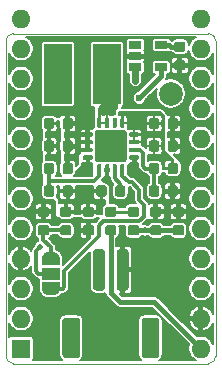
<source format=gbr>
%TF.GenerationSoftware,KiCad,Pcbnew,5.1.5+dfsg1-2~bpo10+1*%
%TF.CreationDate,Date%
%TF.ProjectId,ProMicro_BOOST,50726f4d-6963-4726-9f5f-424f4f53542e,v1.6*%
%TF.SameCoordinates,Original*%
%TF.FileFunction,Copper,L1,Top*%
%TF.FilePolarity,Positive*%
%FSLAX45Y45*%
G04 Gerber Fmt 4.5, Leading zero omitted, Abs format (unit mm)*
G04 Created by KiCad*
%MOMM*%
%LPD*%
G04 APERTURE LIST*
%ADD10C,0.100000*%
%ADD11O,1.600000X1.600000*%
%ADD12R,1.600000X1.600000*%
%ADD13C,2.000000*%
%ADD14R,2.350000X5.100000*%
%ADD15C,0.150000*%
%ADD16C,0.500000*%
%ADD17R,1.060000X0.650000*%
%ADD18R,1.500000X1.000000*%
%ADD19C,0.450000*%
%ADD20C,0.600000*%
%ADD21C,0.250000*%
%ADD22C,0.400000*%
%ADD23C,0.300000*%
%ADD24C,0.600000*%
%ADD25C,0.200000*%
%ADD26C,0.200000*%
%ADD27C,0.300000*%
%ADD28C,0.350000*%
G04 APERTURE END LIST*
D10*
X-127000Y-63500D02*
X-127000Y2603500D01*
X1651000Y2603500D02*
X1651000Y-63500D01*
X1651000Y-63500D02*
G75*
G02X1587500Y-127000I-63500J0D01*
G01*
X-63500Y-127000D02*
G75*
G02X-127000Y-63500I0J63500D01*
G01*
X-127000Y2603500D02*
G75*
G02X-63500Y2667000I63500J0D01*
G01*
X1587500Y2667000D02*
G75*
G02X1651000Y2603500I0J-63500D01*
G01*
X1587500Y2667000D02*
X-63500Y2667000D01*
X-63500Y-127000D02*
X1587500Y-127000D01*
D11*
X1524000Y0D03*
X1524000Y254000D03*
X1524000Y508000D03*
X0Y2794000D03*
X1524000Y762000D03*
X0Y2540000D03*
X1524000Y1016000D03*
X0Y2286000D03*
X1524000Y1270000D03*
X0Y2032000D03*
X1524000Y1524000D03*
X0Y1778000D03*
X1524000Y1778000D03*
X0Y1524000D03*
X1524000Y2032000D03*
X0Y1270000D03*
X1524000Y2286000D03*
X0Y1016000D03*
X1524000Y2540000D03*
X0Y762000D03*
X1524000Y2794000D03*
X0Y508000D03*
X0Y254000D03*
D12*
X0Y0D03*
D13*
X1270000Y2159000D03*
D14*
X728200Y2324100D03*
X313200Y2324100D03*
%TA.AperFunction,SMDPad,CuDef*%
D15*
G36*
X262769Y1952395D02*
G01*
X264893Y1952080D01*
X266975Y1951558D01*
X268996Y1950835D01*
X270937Y1949917D01*
X272778Y1948813D01*
X274502Y1947535D01*
X276093Y1946093D01*
X277535Y1944502D01*
X278813Y1942778D01*
X279917Y1940937D01*
X280835Y1938996D01*
X281558Y1936975D01*
X282080Y1934893D01*
X282395Y1932769D01*
X282500Y1930625D01*
X282500Y1879375D01*
X282395Y1877231D01*
X282080Y1875107D01*
X281558Y1873025D01*
X280835Y1871004D01*
X279917Y1869063D01*
X278813Y1867222D01*
X277535Y1865498D01*
X276093Y1863907D01*
X274502Y1862465D01*
X272778Y1861187D01*
X270937Y1860083D01*
X268996Y1859165D01*
X266975Y1858442D01*
X264893Y1857920D01*
X262769Y1857605D01*
X260625Y1857500D01*
X216875Y1857500D01*
X214731Y1857605D01*
X212607Y1857920D01*
X210525Y1858442D01*
X208504Y1859165D01*
X206563Y1860083D01*
X204722Y1861187D01*
X202998Y1862465D01*
X201407Y1863907D01*
X199965Y1865498D01*
X198687Y1867222D01*
X197583Y1869063D01*
X196665Y1871004D01*
X195942Y1873025D01*
X195420Y1875107D01*
X195105Y1877231D01*
X195000Y1879375D01*
X195000Y1930625D01*
X195105Y1932769D01*
X195420Y1934893D01*
X195942Y1936975D01*
X196665Y1938996D01*
X197583Y1940937D01*
X198687Y1942778D01*
X199965Y1944502D01*
X201407Y1946093D01*
X202998Y1947535D01*
X204722Y1948813D01*
X206563Y1949917D01*
X208504Y1950835D01*
X210525Y1951558D01*
X212607Y1952080D01*
X214731Y1952395D01*
X216875Y1952500D01*
X260625Y1952500D01*
X262769Y1952395D01*
G37*
%TD.AperFunction*%
%TA.AperFunction,SMDPad,CuDef*%
G36*
X420269Y1952395D02*
G01*
X422393Y1952080D01*
X424475Y1951558D01*
X426496Y1950835D01*
X428437Y1949917D01*
X430278Y1948813D01*
X432002Y1947535D01*
X433593Y1946093D01*
X435035Y1944502D01*
X436313Y1942778D01*
X437417Y1940937D01*
X438335Y1938996D01*
X439058Y1936975D01*
X439580Y1934893D01*
X439895Y1932769D01*
X440000Y1930625D01*
X440000Y1879375D01*
X439895Y1877231D01*
X439580Y1875107D01*
X439058Y1873025D01*
X438335Y1871004D01*
X437417Y1869063D01*
X436313Y1867222D01*
X435035Y1865498D01*
X433593Y1863907D01*
X432002Y1862465D01*
X430278Y1861187D01*
X428437Y1860083D01*
X426496Y1859165D01*
X424475Y1858442D01*
X422393Y1857920D01*
X420269Y1857605D01*
X418125Y1857500D01*
X374375Y1857500D01*
X372231Y1857605D01*
X370107Y1857920D01*
X368025Y1858442D01*
X366004Y1859165D01*
X364063Y1860083D01*
X362222Y1861187D01*
X360498Y1862465D01*
X358907Y1863907D01*
X357465Y1865498D01*
X356187Y1867222D01*
X355083Y1869063D01*
X354165Y1871004D01*
X353442Y1873025D01*
X352920Y1875107D01*
X352605Y1877231D01*
X352500Y1879375D01*
X352500Y1930625D01*
X352605Y1932769D01*
X352920Y1934893D01*
X353442Y1936975D01*
X354165Y1938996D01*
X355083Y1940937D01*
X356187Y1942778D01*
X357465Y1944502D01*
X358907Y1946093D01*
X360498Y1947535D01*
X362222Y1948813D01*
X364063Y1949917D01*
X366004Y1950835D01*
X368025Y1951558D01*
X370107Y1952080D01*
X372231Y1952395D01*
X374375Y1952500D01*
X418125Y1952500D01*
X420269Y1952395D01*
G37*
%TD.AperFunction*%
%TA.AperFunction,SMDPad,CuDef*%
G36*
X1309269Y1952395D02*
G01*
X1311393Y1952080D01*
X1313475Y1951558D01*
X1315496Y1950835D01*
X1317437Y1949917D01*
X1319278Y1948813D01*
X1321002Y1947535D01*
X1322593Y1946093D01*
X1324035Y1944502D01*
X1325313Y1942778D01*
X1326417Y1940937D01*
X1327335Y1938996D01*
X1328058Y1936975D01*
X1328580Y1934893D01*
X1328895Y1932769D01*
X1329000Y1930625D01*
X1329000Y1879375D01*
X1328895Y1877231D01*
X1328580Y1875107D01*
X1328058Y1873025D01*
X1327335Y1871004D01*
X1326417Y1869063D01*
X1325313Y1867222D01*
X1324035Y1865498D01*
X1322593Y1863907D01*
X1321002Y1862465D01*
X1319278Y1861187D01*
X1317437Y1860083D01*
X1315496Y1859165D01*
X1313475Y1858442D01*
X1311393Y1857920D01*
X1309269Y1857605D01*
X1307125Y1857500D01*
X1263375Y1857500D01*
X1261231Y1857605D01*
X1259107Y1857920D01*
X1257025Y1858442D01*
X1255004Y1859165D01*
X1253063Y1860083D01*
X1251222Y1861187D01*
X1249498Y1862465D01*
X1247907Y1863907D01*
X1246465Y1865498D01*
X1245187Y1867222D01*
X1244083Y1869063D01*
X1243165Y1871004D01*
X1242442Y1873025D01*
X1241920Y1875107D01*
X1241605Y1877231D01*
X1241500Y1879375D01*
X1241500Y1930625D01*
X1241605Y1932769D01*
X1241920Y1934893D01*
X1242442Y1936975D01*
X1243165Y1938996D01*
X1244083Y1940937D01*
X1245187Y1942778D01*
X1246465Y1944502D01*
X1247907Y1946093D01*
X1249498Y1947535D01*
X1251222Y1948813D01*
X1253063Y1949917D01*
X1255004Y1950835D01*
X1257025Y1951558D01*
X1259107Y1952080D01*
X1261231Y1952395D01*
X1263375Y1952500D01*
X1307125Y1952500D01*
X1309269Y1952395D01*
G37*
%TD.AperFunction*%
%TA.AperFunction,SMDPad,CuDef*%
G36*
X1151769Y1952395D02*
G01*
X1153893Y1952080D01*
X1155975Y1951558D01*
X1157996Y1950835D01*
X1159937Y1949917D01*
X1161778Y1948813D01*
X1163502Y1947535D01*
X1165093Y1946093D01*
X1166535Y1944502D01*
X1167813Y1942778D01*
X1168917Y1940937D01*
X1169835Y1938996D01*
X1170558Y1936975D01*
X1171080Y1934893D01*
X1171395Y1932769D01*
X1171500Y1930625D01*
X1171500Y1879375D01*
X1171395Y1877231D01*
X1171080Y1875107D01*
X1170558Y1873025D01*
X1169835Y1871004D01*
X1168917Y1869063D01*
X1167813Y1867222D01*
X1166535Y1865498D01*
X1165093Y1863907D01*
X1163502Y1862465D01*
X1161778Y1861187D01*
X1159937Y1860083D01*
X1157996Y1859165D01*
X1155975Y1858442D01*
X1153893Y1857920D01*
X1151769Y1857605D01*
X1149625Y1857500D01*
X1105875Y1857500D01*
X1103731Y1857605D01*
X1101607Y1857920D01*
X1099525Y1858442D01*
X1097504Y1859165D01*
X1095563Y1860083D01*
X1093722Y1861187D01*
X1091998Y1862465D01*
X1090407Y1863907D01*
X1088965Y1865498D01*
X1087687Y1867222D01*
X1086583Y1869063D01*
X1085665Y1871004D01*
X1084942Y1873025D01*
X1084420Y1875107D01*
X1084105Y1877231D01*
X1084000Y1879375D01*
X1084000Y1930625D01*
X1084105Y1932769D01*
X1084420Y1934893D01*
X1084942Y1936975D01*
X1085665Y1938996D01*
X1086583Y1940937D01*
X1087687Y1942778D01*
X1088965Y1944502D01*
X1090407Y1946093D01*
X1091998Y1947535D01*
X1093722Y1948813D01*
X1095563Y1949917D01*
X1097504Y1950835D01*
X1099525Y1951558D01*
X1101607Y1952080D01*
X1103731Y1952395D01*
X1105875Y1952500D01*
X1149625Y1952500D01*
X1151769Y1952395D01*
G37*
%TD.AperFunction*%
%TA.AperFunction,SMDPad,CuDef*%
G36*
X1309269Y1761895D02*
G01*
X1311393Y1761580D01*
X1313475Y1761058D01*
X1315496Y1760335D01*
X1317437Y1759417D01*
X1319278Y1758313D01*
X1321002Y1757035D01*
X1322593Y1755593D01*
X1324035Y1754002D01*
X1325313Y1752278D01*
X1326417Y1750437D01*
X1327335Y1748496D01*
X1328058Y1746475D01*
X1328580Y1744393D01*
X1328895Y1742269D01*
X1329000Y1740125D01*
X1329000Y1688875D01*
X1328895Y1686731D01*
X1328580Y1684607D01*
X1328058Y1682525D01*
X1327335Y1680504D01*
X1326417Y1678563D01*
X1325313Y1676722D01*
X1324035Y1674998D01*
X1322593Y1673407D01*
X1321002Y1671965D01*
X1319278Y1670687D01*
X1317437Y1669583D01*
X1315496Y1668665D01*
X1313475Y1667942D01*
X1311393Y1667420D01*
X1309269Y1667105D01*
X1307125Y1667000D01*
X1263375Y1667000D01*
X1261231Y1667105D01*
X1259107Y1667420D01*
X1257025Y1667942D01*
X1255004Y1668665D01*
X1253063Y1669583D01*
X1251222Y1670687D01*
X1249498Y1671965D01*
X1247907Y1673407D01*
X1246465Y1674998D01*
X1245187Y1676722D01*
X1244083Y1678563D01*
X1243165Y1680504D01*
X1242442Y1682525D01*
X1241920Y1684607D01*
X1241605Y1686731D01*
X1241500Y1688875D01*
X1241500Y1740125D01*
X1241605Y1742269D01*
X1241920Y1744393D01*
X1242442Y1746475D01*
X1243165Y1748496D01*
X1244083Y1750437D01*
X1245187Y1752278D01*
X1246465Y1754002D01*
X1247907Y1755593D01*
X1249498Y1757035D01*
X1251222Y1758313D01*
X1253063Y1759417D01*
X1255004Y1760335D01*
X1257025Y1761058D01*
X1259107Y1761580D01*
X1261231Y1761895D01*
X1263375Y1762000D01*
X1307125Y1762000D01*
X1309269Y1761895D01*
G37*
%TD.AperFunction*%
%TA.AperFunction,SMDPad,CuDef*%
G36*
X1151769Y1761895D02*
G01*
X1153893Y1761580D01*
X1155975Y1761058D01*
X1157996Y1760335D01*
X1159937Y1759417D01*
X1161778Y1758313D01*
X1163502Y1757035D01*
X1165093Y1755593D01*
X1166535Y1754002D01*
X1167813Y1752278D01*
X1168917Y1750437D01*
X1169835Y1748496D01*
X1170558Y1746475D01*
X1171080Y1744393D01*
X1171395Y1742269D01*
X1171500Y1740125D01*
X1171500Y1688875D01*
X1171395Y1686731D01*
X1171080Y1684607D01*
X1170558Y1682525D01*
X1169835Y1680504D01*
X1168917Y1678563D01*
X1167813Y1676722D01*
X1166535Y1674998D01*
X1165093Y1673407D01*
X1163502Y1671965D01*
X1161778Y1670687D01*
X1159937Y1669583D01*
X1157996Y1668665D01*
X1155975Y1667942D01*
X1153893Y1667420D01*
X1151769Y1667105D01*
X1149625Y1667000D01*
X1105875Y1667000D01*
X1103731Y1667105D01*
X1101607Y1667420D01*
X1099525Y1667942D01*
X1097504Y1668665D01*
X1095563Y1669583D01*
X1093722Y1670687D01*
X1091998Y1671965D01*
X1090407Y1673407D01*
X1088965Y1674998D01*
X1087687Y1676722D01*
X1086583Y1678563D01*
X1085665Y1680504D01*
X1084942Y1682525D01*
X1084420Y1684607D01*
X1084105Y1686731D01*
X1084000Y1688875D01*
X1084000Y1740125D01*
X1084105Y1742269D01*
X1084420Y1744393D01*
X1084942Y1746475D01*
X1085665Y1748496D01*
X1086583Y1750437D01*
X1087687Y1752278D01*
X1088965Y1754002D01*
X1090407Y1755593D01*
X1091998Y1757035D01*
X1093722Y1758313D01*
X1095563Y1759417D01*
X1097504Y1760335D01*
X1099525Y1761058D01*
X1101607Y1761580D01*
X1103731Y1761895D01*
X1105875Y1762000D01*
X1149625Y1762000D01*
X1151769Y1761895D01*
G37*
%TD.AperFunction*%
%TA.AperFunction,SMDPad,CuDef*%
G36*
X599269Y1044395D02*
G01*
X601393Y1044080D01*
X603475Y1043558D01*
X605496Y1042835D01*
X607437Y1041917D01*
X609278Y1040813D01*
X611002Y1039535D01*
X612593Y1038093D01*
X614035Y1036502D01*
X615313Y1034778D01*
X616417Y1032937D01*
X617335Y1030996D01*
X618058Y1028975D01*
X618580Y1026893D01*
X618895Y1024769D01*
X619000Y1022625D01*
X619000Y978875D01*
X618895Y976731D01*
X618580Y974607D01*
X618058Y972525D01*
X617335Y970504D01*
X616417Y968563D01*
X615313Y966722D01*
X614035Y964998D01*
X612593Y963407D01*
X611002Y961965D01*
X609278Y960687D01*
X607437Y959583D01*
X605496Y958665D01*
X603475Y957942D01*
X601393Y957420D01*
X599269Y957105D01*
X597125Y957000D01*
X545875Y957000D01*
X543731Y957105D01*
X541607Y957420D01*
X539525Y957942D01*
X537504Y958665D01*
X535563Y959583D01*
X533722Y960687D01*
X531998Y961965D01*
X530407Y963407D01*
X528965Y964998D01*
X527687Y966722D01*
X526583Y968563D01*
X525665Y970504D01*
X524942Y972525D01*
X524420Y974607D01*
X524105Y976731D01*
X524000Y978875D01*
X524000Y1022625D01*
X524105Y1024769D01*
X524420Y1026893D01*
X524942Y1028975D01*
X525665Y1030996D01*
X526583Y1032937D01*
X527687Y1034778D01*
X528965Y1036502D01*
X530407Y1038093D01*
X531998Y1039535D01*
X533722Y1040813D01*
X535563Y1041917D01*
X537504Y1042835D01*
X539525Y1043558D01*
X541607Y1044080D01*
X543731Y1044395D01*
X545875Y1044500D01*
X597125Y1044500D01*
X599269Y1044395D01*
G37*
%TD.AperFunction*%
%TA.AperFunction,SMDPad,CuDef*%
G36*
X599269Y1201895D02*
G01*
X601393Y1201580D01*
X603475Y1201058D01*
X605496Y1200335D01*
X607437Y1199417D01*
X609278Y1198313D01*
X611002Y1197035D01*
X612593Y1195593D01*
X614035Y1194002D01*
X615313Y1192278D01*
X616417Y1190437D01*
X617335Y1188496D01*
X618058Y1186475D01*
X618580Y1184393D01*
X618895Y1182269D01*
X619000Y1180125D01*
X619000Y1136375D01*
X618895Y1134231D01*
X618580Y1132107D01*
X618058Y1130025D01*
X617335Y1128004D01*
X616417Y1126063D01*
X615313Y1124222D01*
X614035Y1122498D01*
X612593Y1120907D01*
X611002Y1119465D01*
X609278Y1118187D01*
X607437Y1117083D01*
X605496Y1116165D01*
X603475Y1115442D01*
X601393Y1114920D01*
X599269Y1114605D01*
X597125Y1114500D01*
X545875Y1114500D01*
X543731Y1114605D01*
X541607Y1114920D01*
X539525Y1115442D01*
X537504Y1116165D01*
X535563Y1117083D01*
X533722Y1118187D01*
X531998Y1119465D01*
X530407Y1120907D01*
X528965Y1122498D01*
X527687Y1124222D01*
X526583Y1126063D01*
X525665Y1128004D01*
X524942Y1130025D01*
X524420Y1132107D01*
X524105Y1134231D01*
X524000Y1136375D01*
X524000Y1180125D01*
X524105Y1182269D01*
X524420Y1184393D01*
X524942Y1186475D01*
X525665Y1188496D01*
X526583Y1190437D01*
X527687Y1192278D01*
X528965Y1194002D01*
X530407Y1195593D01*
X531998Y1197035D01*
X533722Y1198313D01*
X535563Y1199417D01*
X537504Y1200335D01*
X539525Y1201058D01*
X541607Y1201580D01*
X543731Y1201895D01*
X545875Y1202000D01*
X597125Y1202000D01*
X599269Y1201895D01*
G37*
%TD.AperFunction*%
%TA.AperFunction,SMDPad,CuDef*%
G36*
X262769Y1761895D02*
G01*
X264893Y1761580D01*
X266975Y1761058D01*
X268996Y1760335D01*
X270937Y1759417D01*
X272778Y1758313D01*
X274502Y1757035D01*
X276093Y1755593D01*
X277535Y1754002D01*
X278813Y1752278D01*
X279917Y1750437D01*
X280835Y1748496D01*
X281558Y1746475D01*
X282080Y1744393D01*
X282395Y1742269D01*
X282500Y1740125D01*
X282500Y1688875D01*
X282395Y1686731D01*
X282080Y1684607D01*
X281558Y1682525D01*
X280835Y1680504D01*
X279917Y1678563D01*
X278813Y1676722D01*
X277535Y1674998D01*
X276093Y1673407D01*
X274502Y1671965D01*
X272778Y1670687D01*
X270937Y1669583D01*
X268996Y1668665D01*
X266975Y1667942D01*
X264893Y1667420D01*
X262769Y1667105D01*
X260625Y1667000D01*
X216875Y1667000D01*
X214731Y1667105D01*
X212607Y1667420D01*
X210525Y1667942D01*
X208504Y1668665D01*
X206563Y1669583D01*
X204722Y1670687D01*
X202998Y1671965D01*
X201407Y1673407D01*
X199965Y1674998D01*
X198687Y1676722D01*
X197583Y1678563D01*
X196665Y1680504D01*
X195942Y1682525D01*
X195420Y1684607D01*
X195105Y1686731D01*
X195000Y1688875D01*
X195000Y1740125D01*
X195105Y1742269D01*
X195420Y1744393D01*
X195942Y1746475D01*
X196665Y1748496D01*
X197583Y1750437D01*
X198687Y1752278D01*
X199965Y1754002D01*
X201407Y1755593D01*
X202998Y1757035D01*
X204722Y1758313D01*
X206563Y1759417D01*
X208504Y1760335D01*
X210525Y1761058D01*
X212607Y1761580D01*
X214731Y1761895D01*
X216875Y1762000D01*
X260625Y1762000D01*
X262769Y1761895D01*
G37*
%TD.AperFunction*%
%TA.AperFunction,SMDPad,CuDef*%
G36*
X420269Y1761895D02*
G01*
X422393Y1761580D01*
X424475Y1761058D01*
X426496Y1760335D01*
X428437Y1759417D01*
X430278Y1758313D01*
X432002Y1757035D01*
X433593Y1755593D01*
X435035Y1754002D01*
X436313Y1752278D01*
X437417Y1750437D01*
X438335Y1748496D01*
X439058Y1746475D01*
X439580Y1744393D01*
X439895Y1742269D01*
X440000Y1740125D01*
X440000Y1688875D01*
X439895Y1686731D01*
X439580Y1684607D01*
X439058Y1682525D01*
X438335Y1680504D01*
X437417Y1678563D01*
X436313Y1676722D01*
X435035Y1674998D01*
X433593Y1673407D01*
X432002Y1671965D01*
X430278Y1670687D01*
X428437Y1669583D01*
X426496Y1668665D01*
X424475Y1667942D01*
X422393Y1667420D01*
X420269Y1667105D01*
X418125Y1667000D01*
X374375Y1667000D01*
X372231Y1667105D01*
X370107Y1667420D01*
X368025Y1667942D01*
X366004Y1668665D01*
X364063Y1669583D01*
X362222Y1670687D01*
X360498Y1671965D01*
X358907Y1673407D01*
X357465Y1674998D01*
X356187Y1676722D01*
X355083Y1678563D01*
X354165Y1680504D01*
X353442Y1682525D01*
X352920Y1684607D01*
X352605Y1686731D01*
X352500Y1688875D01*
X352500Y1740125D01*
X352605Y1742269D01*
X352920Y1744393D01*
X353442Y1746475D01*
X354165Y1748496D01*
X355083Y1750437D01*
X356187Y1752278D01*
X357465Y1754002D01*
X358907Y1755593D01*
X360498Y1757035D01*
X362222Y1758313D01*
X364063Y1759417D01*
X366004Y1760335D01*
X368025Y1761058D01*
X370107Y1761580D01*
X372231Y1761895D01*
X374375Y1762000D01*
X418125Y1762000D01*
X420269Y1761895D01*
G37*
%TD.AperFunction*%
%TA.AperFunction,SMDPad,CuDef*%
G36*
X1309269Y1380895D02*
G01*
X1311393Y1380580D01*
X1313475Y1380058D01*
X1315496Y1379335D01*
X1317437Y1378417D01*
X1319278Y1377313D01*
X1321002Y1376035D01*
X1322593Y1374593D01*
X1324035Y1373002D01*
X1325313Y1371278D01*
X1326417Y1369437D01*
X1327335Y1367496D01*
X1328058Y1365475D01*
X1328580Y1363393D01*
X1328895Y1361269D01*
X1329000Y1359125D01*
X1329000Y1307875D01*
X1328895Y1305731D01*
X1328580Y1303607D01*
X1328058Y1301525D01*
X1327335Y1299504D01*
X1326417Y1297563D01*
X1325313Y1295722D01*
X1324035Y1293998D01*
X1322593Y1292407D01*
X1321002Y1290965D01*
X1319278Y1289687D01*
X1317437Y1288583D01*
X1315496Y1287665D01*
X1313475Y1286942D01*
X1311393Y1286420D01*
X1309269Y1286105D01*
X1307125Y1286000D01*
X1263375Y1286000D01*
X1261231Y1286105D01*
X1259107Y1286420D01*
X1257025Y1286942D01*
X1255004Y1287665D01*
X1253063Y1288583D01*
X1251222Y1289687D01*
X1249498Y1290965D01*
X1247907Y1292407D01*
X1246465Y1293998D01*
X1245187Y1295722D01*
X1244083Y1297563D01*
X1243165Y1299504D01*
X1242442Y1301525D01*
X1241920Y1303607D01*
X1241605Y1305731D01*
X1241500Y1307875D01*
X1241500Y1359125D01*
X1241605Y1361269D01*
X1241920Y1363393D01*
X1242442Y1365475D01*
X1243165Y1367496D01*
X1244083Y1369437D01*
X1245187Y1371278D01*
X1246465Y1373002D01*
X1247907Y1374593D01*
X1249498Y1376035D01*
X1251222Y1377313D01*
X1253063Y1378417D01*
X1255004Y1379335D01*
X1257025Y1380058D01*
X1259107Y1380580D01*
X1261231Y1380895D01*
X1263375Y1381000D01*
X1307125Y1381000D01*
X1309269Y1380895D01*
G37*
%TD.AperFunction*%
%TA.AperFunction,SMDPad,CuDef*%
G36*
X1151769Y1380895D02*
G01*
X1153893Y1380580D01*
X1155975Y1380058D01*
X1157996Y1379335D01*
X1159937Y1378417D01*
X1161778Y1377313D01*
X1163502Y1376035D01*
X1165093Y1374593D01*
X1166535Y1373002D01*
X1167813Y1371278D01*
X1168917Y1369437D01*
X1169835Y1367496D01*
X1170558Y1365475D01*
X1171080Y1363393D01*
X1171395Y1361269D01*
X1171500Y1359125D01*
X1171500Y1307875D01*
X1171395Y1305731D01*
X1171080Y1303607D01*
X1170558Y1301525D01*
X1169835Y1299504D01*
X1168917Y1297563D01*
X1167813Y1295722D01*
X1166535Y1293998D01*
X1165093Y1292407D01*
X1163502Y1290965D01*
X1161778Y1289687D01*
X1159937Y1288583D01*
X1157996Y1287665D01*
X1155975Y1286942D01*
X1153893Y1286420D01*
X1151769Y1286105D01*
X1149625Y1286000D01*
X1105875Y1286000D01*
X1103731Y1286105D01*
X1101607Y1286420D01*
X1099525Y1286942D01*
X1097504Y1287665D01*
X1095563Y1288583D01*
X1093722Y1289687D01*
X1091998Y1290965D01*
X1090407Y1292407D01*
X1088965Y1293998D01*
X1087687Y1295722D01*
X1086583Y1297563D01*
X1085665Y1299504D01*
X1084942Y1301525D01*
X1084420Y1303607D01*
X1084105Y1305731D01*
X1084000Y1307875D01*
X1084000Y1359125D01*
X1084105Y1361269D01*
X1084420Y1363393D01*
X1084942Y1365475D01*
X1085665Y1367496D01*
X1086583Y1369437D01*
X1087687Y1371278D01*
X1088965Y1373002D01*
X1090407Y1374593D01*
X1091998Y1376035D01*
X1093722Y1377313D01*
X1095563Y1378417D01*
X1097504Y1379335D01*
X1099525Y1380058D01*
X1101607Y1380580D01*
X1103731Y1380895D01*
X1105875Y1381000D01*
X1149625Y1381000D01*
X1151769Y1380895D01*
G37*
%TD.AperFunction*%
%TA.AperFunction,SMDPad,CuDef*%
G36*
X1151769Y1571395D02*
G01*
X1153893Y1571080D01*
X1155975Y1570558D01*
X1157996Y1569835D01*
X1159937Y1568917D01*
X1161778Y1567813D01*
X1163502Y1566535D01*
X1165093Y1565093D01*
X1166535Y1563502D01*
X1167813Y1561778D01*
X1168917Y1559937D01*
X1169835Y1557996D01*
X1170558Y1555975D01*
X1171080Y1553893D01*
X1171395Y1551769D01*
X1171500Y1549625D01*
X1171500Y1498375D01*
X1171395Y1496231D01*
X1171080Y1494107D01*
X1170558Y1492025D01*
X1169835Y1490004D01*
X1168917Y1488063D01*
X1167813Y1486222D01*
X1166535Y1484498D01*
X1165093Y1482907D01*
X1163502Y1481465D01*
X1161778Y1480187D01*
X1159937Y1479083D01*
X1157996Y1478165D01*
X1155975Y1477442D01*
X1153893Y1476920D01*
X1151769Y1476605D01*
X1149625Y1476500D01*
X1105875Y1476500D01*
X1103731Y1476605D01*
X1101607Y1476920D01*
X1099525Y1477442D01*
X1097504Y1478165D01*
X1095563Y1479083D01*
X1093722Y1480187D01*
X1091998Y1481465D01*
X1090407Y1482907D01*
X1088965Y1484498D01*
X1087687Y1486222D01*
X1086583Y1488063D01*
X1085665Y1490004D01*
X1084942Y1492025D01*
X1084420Y1494107D01*
X1084105Y1496231D01*
X1084000Y1498375D01*
X1084000Y1549625D01*
X1084105Y1551769D01*
X1084420Y1553893D01*
X1084942Y1555975D01*
X1085665Y1557996D01*
X1086583Y1559937D01*
X1087687Y1561778D01*
X1088965Y1563502D01*
X1090407Y1565093D01*
X1091998Y1566535D01*
X1093722Y1567813D01*
X1095563Y1568917D01*
X1097504Y1569835D01*
X1099525Y1570558D01*
X1101607Y1571080D01*
X1103731Y1571395D01*
X1105875Y1571500D01*
X1149625Y1571500D01*
X1151769Y1571395D01*
G37*
%TD.AperFunction*%
%TA.AperFunction,SMDPad,CuDef*%
G36*
X1309269Y1571395D02*
G01*
X1311393Y1571080D01*
X1313475Y1570558D01*
X1315496Y1569835D01*
X1317437Y1568917D01*
X1319278Y1567813D01*
X1321002Y1566535D01*
X1322593Y1565093D01*
X1324035Y1563502D01*
X1325313Y1561778D01*
X1326417Y1559937D01*
X1327335Y1557996D01*
X1328058Y1555975D01*
X1328580Y1553893D01*
X1328895Y1551769D01*
X1329000Y1549625D01*
X1329000Y1498375D01*
X1328895Y1496231D01*
X1328580Y1494107D01*
X1328058Y1492025D01*
X1327335Y1490004D01*
X1326417Y1488063D01*
X1325313Y1486222D01*
X1324035Y1484498D01*
X1322593Y1482907D01*
X1321002Y1481465D01*
X1319278Y1480187D01*
X1317437Y1479083D01*
X1315496Y1478165D01*
X1313475Y1477442D01*
X1311393Y1476920D01*
X1309269Y1476605D01*
X1307125Y1476500D01*
X1263375Y1476500D01*
X1261231Y1476605D01*
X1259107Y1476920D01*
X1257025Y1477442D01*
X1255004Y1478165D01*
X1253063Y1479083D01*
X1251222Y1480187D01*
X1249498Y1481465D01*
X1247907Y1482907D01*
X1246465Y1484498D01*
X1245187Y1486222D01*
X1244083Y1488063D01*
X1243165Y1490004D01*
X1242442Y1492025D01*
X1241920Y1494107D01*
X1241605Y1496231D01*
X1241500Y1498375D01*
X1241500Y1549625D01*
X1241605Y1551769D01*
X1241920Y1553893D01*
X1242442Y1555975D01*
X1243165Y1557996D01*
X1244083Y1559937D01*
X1245187Y1561778D01*
X1246465Y1563502D01*
X1247907Y1565093D01*
X1249498Y1566535D01*
X1251222Y1567813D01*
X1253063Y1568917D01*
X1255004Y1569835D01*
X1257025Y1570558D01*
X1259107Y1571080D01*
X1261231Y1571395D01*
X1263375Y1571500D01*
X1307125Y1571500D01*
X1309269Y1571395D01*
G37*
%TD.AperFunction*%
%TA.AperFunction,SMDPad,CuDef*%
G36*
X420269Y1571395D02*
G01*
X422393Y1571080D01*
X424475Y1570558D01*
X426496Y1569835D01*
X428437Y1568917D01*
X430278Y1567813D01*
X432002Y1566535D01*
X433593Y1565093D01*
X435035Y1563502D01*
X436313Y1561778D01*
X437417Y1559937D01*
X438335Y1557996D01*
X439058Y1555975D01*
X439580Y1553893D01*
X439895Y1551769D01*
X440000Y1549625D01*
X440000Y1498375D01*
X439895Y1496231D01*
X439580Y1494107D01*
X439058Y1492025D01*
X438335Y1490004D01*
X437417Y1488063D01*
X436313Y1486222D01*
X435035Y1484498D01*
X433593Y1482907D01*
X432002Y1481465D01*
X430278Y1480187D01*
X428437Y1479083D01*
X426496Y1478165D01*
X424475Y1477442D01*
X422393Y1476920D01*
X420269Y1476605D01*
X418125Y1476500D01*
X374375Y1476500D01*
X372231Y1476605D01*
X370107Y1476920D01*
X368025Y1477442D01*
X366004Y1478165D01*
X364063Y1479083D01*
X362222Y1480187D01*
X360498Y1481465D01*
X358907Y1482907D01*
X357465Y1484498D01*
X356187Y1486222D01*
X355083Y1488063D01*
X354165Y1490004D01*
X353442Y1492025D01*
X352920Y1494107D01*
X352605Y1496231D01*
X352500Y1498375D01*
X352500Y1549625D01*
X352605Y1551769D01*
X352920Y1553893D01*
X353442Y1555975D01*
X354165Y1557996D01*
X355083Y1559937D01*
X356187Y1561778D01*
X357465Y1563502D01*
X358907Y1565093D01*
X360498Y1566535D01*
X362222Y1567813D01*
X364063Y1568917D01*
X366004Y1569835D01*
X368025Y1570558D01*
X370107Y1571080D01*
X372231Y1571395D01*
X374375Y1571500D01*
X418125Y1571500D01*
X420269Y1571395D01*
G37*
%TD.AperFunction*%
%TA.AperFunction,SMDPad,CuDef*%
G36*
X262769Y1571395D02*
G01*
X264893Y1571080D01*
X266975Y1570558D01*
X268996Y1569835D01*
X270937Y1568917D01*
X272778Y1567813D01*
X274502Y1566535D01*
X276093Y1565093D01*
X277535Y1563502D01*
X278813Y1561778D01*
X279917Y1559937D01*
X280835Y1557996D01*
X281558Y1555975D01*
X282080Y1553893D01*
X282395Y1551769D01*
X282500Y1549625D01*
X282500Y1498375D01*
X282395Y1496231D01*
X282080Y1494107D01*
X281558Y1492025D01*
X280835Y1490004D01*
X279917Y1488063D01*
X278813Y1486222D01*
X277535Y1484498D01*
X276093Y1482907D01*
X274502Y1481465D01*
X272778Y1480187D01*
X270937Y1479083D01*
X268996Y1478165D01*
X266975Y1477442D01*
X264893Y1476920D01*
X262769Y1476605D01*
X260625Y1476500D01*
X216875Y1476500D01*
X214731Y1476605D01*
X212607Y1476920D01*
X210525Y1477442D01*
X208504Y1478165D01*
X206563Y1479083D01*
X204722Y1480187D01*
X202998Y1481465D01*
X201407Y1482907D01*
X199965Y1484498D01*
X198687Y1486222D01*
X197583Y1488063D01*
X196665Y1490004D01*
X195942Y1492025D01*
X195420Y1494107D01*
X195105Y1496231D01*
X195000Y1498375D01*
X195000Y1549625D01*
X195105Y1551769D01*
X195420Y1553893D01*
X195942Y1555975D01*
X196665Y1557996D01*
X197583Y1559937D01*
X198687Y1561778D01*
X199965Y1563502D01*
X201407Y1565093D01*
X202998Y1566535D01*
X204722Y1567813D01*
X206563Y1568917D01*
X208504Y1569835D01*
X210525Y1570558D01*
X212607Y1571080D01*
X214731Y1571395D01*
X216875Y1571500D01*
X260625Y1571500D01*
X262769Y1571395D01*
G37*
%TD.AperFunction*%
%TA.AperFunction,SMDPad,CuDef*%
G36*
X262769Y1380895D02*
G01*
X264893Y1380580D01*
X266975Y1380058D01*
X268996Y1379335D01*
X270937Y1378417D01*
X272778Y1377313D01*
X274502Y1376035D01*
X276093Y1374593D01*
X277535Y1373002D01*
X278813Y1371278D01*
X279917Y1369437D01*
X280835Y1367496D01*
X281558Y1365475D01*
X282080Y1363393D01*
X282395Y1361269D01*
X282500Y1359125D01*
X282500Y1307875D01*
X282395Y1305731D01*
X282080Y1303607D01*
X281558Y1301525D01*
X280835Y1299504D01*
X279917Y1297563D01*
X278813Y1295722D01*
X277535Y1293998D01*
X276093Y1292407D01*
X274502Y1290965D01*
X272778Y1289687D01*
X270937Y1288583D01*
X268996Y1287665D01*
X266975Y1286942D01*
X264893Y1286420D01*
X262769Y1286105D01*
X260625Y1286000D01*
X216875Y1286000D01*
X214731Y1286105D01*
X212607Y1286420D01*
X210525Y1286942D01*
X208504Y1287665D01*
X206563Y1288583D01*
X204722Y1289687D01*
X202998Y1290965D01*
X201407Y1292407D01*
X199965Y1293998D01*
X198687Y1295722D01*
X197583Y1297563D01*
X196665Y1299504D01*
X195942Y1301525D01*
X195420Y1303607D01*
X195105Y1305731D01*
X195000Y1307875D01*
X195000Y1359125D01*
X195105Y1361269D01*
X195420Y1363393D01*
X195942Y1365475D01*
X196665Y1367496D01*
X197583Y1369437D01*
X198687Y1371278D01*
X199965Y1373002D01*
X201407Y1374593D01*
X202998Y1376035D01*
X204722Y1377313D01*
X206563Y1378417D01*
X208504Y1379335D01*
X210525Y1380058D01*
X212607Y1380580D01*
X214731Y1380895D01*
X216875Y1381000D01*
X260625Y1381000D01*
X262769Y1380895D01*
G37*
%TD.AperFunction*%
%TA.AperFunction,SMDPad,CuDef*%
G36*
X420269Y1380895D02*
G01*
X422393Y1380580D01*
X424475Y1380058D01*
X426496Y1379335D01*
X428437Y1378417D01*
X430278Y1377313D01*
X432002Y1376035D01*
X433593Y1374593D01*
X435035Y1373002D01*
X436313Y1371278D01*
X437417Y1369437D01*
X438335Y1367496D01*
X439058Y1365475D01*
X439580Y1363393D01*
X439895Y1361269D01*
X440000Y1359125D01*
X440000Y1307875D01*
X439895Y1305731D01*
X439580Y1303607D01*
X439058Y1301525D01*
X438335Y1299504D01*
X437417Y1297563D01*
X436313Y1295722D01*
X435035Y1293998D01*
X433593Y1292407D01*
X432002Y1290965D01*
X430278Y1289687D01*
X428437Y1288583D01*
X426496Y1287665D01*
X424475Y1286942D01*
X422393Y1286420D01*
X420269Y1286105D01*
X418125Y1286000D01*
X374375Y1286000D01*
X372231Y1286105D01*
X370107Y1286420D01*
X368025Y1286942D01*
X366004Y1287665D01*
X364063Y1288583D01*
X362222Y1289687D01*
X360498Y1290965D01*
X358907Y1292407D01*
X357465Y1293998D01*
X356187Y1295722D01*
X355083Y1297563D01*
X354165Y1299504D01*
X353442Y1301525D01*
X352920Y1303607D01*
X352605Y1305731D01*
X352500Y1307875D01*
X352500Y1359125D01*
X352605Y1361269D01*
X352920Y1363393D01*
X353442Y1365475D01*
X354165Y1367496D01*
X355083Y1369437D01*
X356187Y1371278D01*
X357465Y1373002D01*
X358907Y1374593D01*
X360498Y1376035D01*
X362222Y1377313D01*
X364063Y1378417D01*
X366004Y1379335D01*
X368025Y1380058D01*
X370107Y1380580D01*
X372231Y1380895D01*
X374375Y1381000D01*
X418125Y1381000D01*
X420269Y1380895D01*
G37*
%TD.AperFunction*%
%TA.AperFunction,SMDPad,CuDef*%
G36*
X707269Y1380895D02*
G01*
X709393Y1380580D01*
X711475Y1380058D01*
X713496Y1379335D01*
X715437Y1378417D01*
X717278Y1377313D01*
X719002Y1376035D01*
X720593Y1374593D01*
X722035Y1373002D01*
X723313Y1371278D01*
X724417Y1369437D01*
X725335Y1367496D01*
X726058Y1365475D01*
X726580Y1363393D01*
X726895Y1361269D01*
X727000Y1359125D01*
X727000Y1307875D01*
X726895Y1305731D01*
X726580Y1303607D01*
X726058Y1301525D01*
X725335Y1299504D01*
X724417Y1297563D01*
X723313Y1295722D01*
X722035Y1293998D01*
X720593Y1292407D01*
X719002Y1290965D01*
X717278Y1289687D01*
X715437Y1288583D01*
X713496Y1287665D01*
X711475Y1286942D01*
X709393Y1286420D01*
X707269Y1286105D01*
X705125Y1286000D01*
X661375Y1286000D01*
X659231Y1286105D01*
X657107Y1286420D01*
X655025Y1286942D01*
X653004Y1287665D01*
X651063Y1288583D01*
X649222Y1289687D01*
X647498Y1290965D01*
X645907Y1292407D01*
X644465Y1293998D01*
X643187Y1295722D01*
X642083Y1297563D01*
X641165Y1299504D01*
X640442Y1301525D01*
X639920Y1303607D01*
X639605Y1305731D01*
X639500Y1307875D01*
X639500Y1359125D01*
X639605Y1361269D01*
X639920Y1363393D01*
X640442Y1365475D01*
X641165Y1367496D01*
X642083Y1369437D01*
X643187Y1371278D01*
X644465Y1373002D01*
X645907Y1374593D01*
X647498Y1376035D01*
X649222Y1377313D01*
X651063Y1378417D01*
X653004Y1379335D01*
X655025Y1380058D01*
X657107Y1380580D01*
X659231Y1380895D01*
X661375Y1381000D01*
X705125Y1381000D01*
X707269Y1380895D01*
G37*
%TD.AperFunction*%
%TA.AperFunction,SMDPad,CuDef*%
G36*
X864769Y1380895D02*
G01*
X866893Y1380580D01*
X868975Y1380058D01*
X870996Y1379335D01*
X872937Y1378417D01*
X874778Y1377313D01*
X876502Y1376035D01*
X878093Y1374593D01*
X879535Y1373002D01*
X880813Y1371278D01*
X881917Y1369437D01*
X882835Y1367496D01*
X883558Y1365475D01*
X884080Y1363393D01*
X884395Y1361269D01*
X884500Y1359125D01*
X884500Y1307875D01*
X884395Y1305731D01*
X884080Y1303607D01*
X883558Y1301525D01*
X882835Y1299504D01*
X881917Y1297563D01*
X880813Y1295722D01*
X879535Y1293998D01*
X878093Y1292407D01*
X876502Y1290965D01*
X874778Y1289687D01*
X872937Y1288583D01*
X870996Y1287665D01*
X868975Y1286942D01*
X866893Y1286420D01*
X864769Y1286105D01*
X862625Y1286000D01*
X818875Y1286000D01*
X816731Y1286105D01*
X814607Y1286420D01*
X812525Y1286942D01*
X810504Y1287665D01*
X808563Y1288583D01*
X806722Y1289687D01*
X804998Y1290965D01*
X803407Y1292407D01*
X801965Y1293998D01*
X800687Y1295722D01*
X799583Y1297563D01*
X798665Y1299504D01*
X797942Y1301525D01*
X797420Y1303607D01*
X797105Y1305731D01*
X797000Y1307875D01*
X797000Y1359125D01*
X797105Y1361269D01*
X797420Y1363393D01*
X797942Y1365475D01*
X798665Y1367496D01*
X799583Y1369437D01*
X800687Y1371278D01*
X801965Y1373002D01*
X803407Y1374593D01*
X804998Y1376035D01*
X806722Y1377313D01*
X808563Y1378417D01*
X810504Y1379335D01*
X812525Y1380058D01*
X814607Y1380580D01*
X816731Y1380895D01*
X818875Y1381000D01*
X862625Y1381000D01*
X864769Y1380895D01*
G37*
%TD.AperFunction*%
%TA.AperFunction,SMDPad,CuDef*%
G36*
X1373969Y2598895D02*
G01*
X1376093Y2598580D01*
X1378175Y2598058D01*
X1380196Y2597335D01*
X1382137Y2596417D01*
X1383978Y2595313D01*
X1385702Y2594035D01*
X1387293Y2592593D01*
X1388735Y2591002D01*
X1390013Y2589278D01*
X1391117Y2587437D01*
X1392035Y2585496D01*
X1392758Y2583475D01*
X1393280Y2581393D01*
X1393595Y2579269D01*
X1393700Y2577125D01*
X1393700Y2533375D01*
X1393595Y2531231D01*
X1393280Y2529107D01*
X1392758Y2527025D01*
X1392035Y2525004D01*
X1391117Y2523063D01*
X1390013Y2521222D01*
X1388735Y2519498D01*
X1387293Y2517907D01*
X1385702Y2516465D01*
X1383978Y2515187D01*
X1382137Y2514083D01*
X1380196Y2513165D01*
X1378175Y2512442D01*
X1376093Y2511920D01*
X1373969Y2511605D01*
X1371825Y2511500D01*
X1320575Y2511500D01*
X1318431Y2511605D01*
X1316307Y2511920D01*
X1314225Y2512442D01*
X1312204Y2513165D01*
X1310263Y2514083D01*
X1308422Y2515187D01*
X1306698Y2516465D01*
X1305107Y2517907D01*
X1303665Y2519498D01*
X1302387Y2521222D01*
X1301283Y2523063D01*
X1300365Y2525004D01*
X1299642Y2527025D01*
X1299120Y2529107D01*
X1298805Y2531231D01*
X1298700Y2533375D01*
X1298700Y2577125D01*
X1298805Y2579269D01*
X1299120Y2581393D01*
X1299642Y2583475D01*
X1300365Y2585496D01*
X1301283Y2587437D01*
X1302387Y2589278D01*
X1303665Y2591002D01*
X1305107Y2592593D01*
X1306698Y2594035D01*
X1308422Y2595313D01*
X1310263Y2596417D01*
X1312204Y2597335D01*
X1314225Y2598058D01*
X1316307Y2598580D01*
X1318431Y2598895D01*
X1320575Y2599000D01*
X1371825Y2599000D01*
X1373969Y2598895D01*
G37*
%TD.AperFunction*%
%TA.AperFunction,SMDPad,CuDef*%
G36*
X1373969Y2441395D02*
G01*
X1376093Y2441080D01*
X1378175Y2440558D01*
X1380196Y2439835D01*
X1382137Y2438917D01*
X1383978Y2437813D01*
X1385702Y2436535D01*
X1387293Y2435093D01*
X1388735Y2433502D01*
X1390013Y2431778D01*
X1391117Y2429937D01*
X1392035Y2427996D01*
X1392758Y2425975D01*
X1393280Y2423893D01*
X1393595Y2421769D01*
X1393700Y2419625D01*
X1393700Y2375875D01*
X1393595Y2373731D01*
X1393280Y2371607D01*
X1392758Y2369525D01*
X1392035Y2367504D01*
X1391117Y2365563D01*
X1390013Y2363722D01*
X1388735Y2361998D01*
X1387293Y2360407D01*
X1385702Y2358965D01*
X1383978Y2357687D01*
X1382137Y2356583D01*
X1380196Y2355665D01*
X1378175Y2354942D01*
X1376093Y2354420D01*
X1373969Y2354105D01*
X1371825Y2354000D01*
X1320575Y2354000D01*
X1318431Y2354105D01*
X1316307Y2354420D01*
X1314225Y2354942D01*
X1312204Y2355665D01*
X1310263Y2356583D01*
X1308422Y2357687D01*
X1306698Y2358965D01*
X1305107Y2360407D01*
X1303665Y2361998D01*
X1302387Y2363722D01*
X1301283Y2365563D01*
X1300365Y2367504D01*
X1299642Y2369525D01*
X1299120Y2371607D01*
X1298805Y2373731D01*
X1298700Y2375875D01*
X1298700Y2419625D01*
X1298805Y2421769D01*
X1299120Y2423893D01*
X1299642Y2425975D01*
X1300365Y2427996D01*
X1301283Y2429937D01*
X1302387Y2431778D01*
X1303665Y2433502D01*
X1305107Y2435093D01*
X1306698Y2436535D01*
X1308422Y2437813D01*
X1310263Y2438917D01*
X1312204Y2439835D01*
X1314225Y2440558D01*
X1316307Y2441080D01*
X1318431Y2441395D01*
X1320575Y2441500D01*
X1371825Y2441500D01*
X1373969Y2441395D01*
G37*
%TD.AperFunction*%
%TA.AperFunction,SMDPad,CuDef*%
G36*
X991608Y1829458D02*
G01*
X992457Y1829332D01*
X993290Y1829123D01*
X994098Y1828834D01*
X994875Y1828467D01*
X995611Y1828025D01*
X996301Y1827514D01*
X996937Y1826937D01*
X997514Y1826301D01*
X998025Y1825611D01*
X998467Y1824875D01*
X998834Y1824098D01*
X999123Y1823290D01*
X999332Y1822457D01*
X999458Y1821608D01*
X999500Y1820750D01*
X999500Y1803250D01*
X999458Y1802392D01*
X999332Y1801543D01*
X999123Y1800710D01*
X998834Y1799901D01*
X998467Y1799125D01*
X998025Y1798389D01*
X997514Y1797699D01*
X996937Y1797063D01*
X996301Y1796486D01*
X995611Y1795975D01*
X994875Y1795533D01*
X994098Y1795166D01*
X993290Y1794877D01*
X992457Y1794668D01*
X991608Y1794542D01*
X990750Y1794500D01*
X925750Y1794500D01*
X924892Y1794542D01*
X924043Y1794668D01*
X923210Y1794877D01*
X922401Y1795166D01*
X921625Y1795533D01*
X920889Y1795975D01*
X920199Y1796486D01*
X919563Y1797063D01*
X918986Y1797699D01*
X918475Y1798389D01*
X918033Y1799125D01*
X917666Y1799901D01*
X917377Y1800710D01*
X917168Y1801543D01*
X917042Y1802392D01*
X917000Y1803250D01*
X917000Y1820750D01*
X917042Y1821608D01*
X917168Y1822457D01*
X917377Y1823290D01*
X917666Y1824098D01*
X918033Y1824875D01*
X918475Y1825611D01*
X918986Y1826301D01*
X919563Y1826937D01*
X920199Y1827514D01*
X920889Y1828025D01*
X921625Y1828467D01*
X922401Y1828834D01*
X923210Y1829123D01*
X924043Y1829332D01*
X924892Y1829458D01*
X925750Y1829500D01*
X990750Y1829500D01*
X991608Y1829458D01*
G37*
%TD.AperFunction*%
%TA.AperFunction,SMDPad,CuDef*%
G36*
X991608Y1764458D02*
G01*
X992457Y1764332D01*
X993290Y1764123D01*
X994098Y1763834D01*
X994875Y1763467D01*
X995611Y1763025D01*
X996301Y1762514D01*
X996937Y1761937D01*
X997514Y1761301D01*
X998025Y1760611D01*
X998467Y1759875D01*
X998834Y1759098D01*
X999123Y1758290D01*
X999332Y1757457D01*
X999458Y1756608D01*
X999500Y1755750D01*
X999500Y1738250D01*
X999458Y1737392D01*
X999332Y1736543D01*
X999123Y1735710D01*
X998834Y1734901D01*
X998467Y1734125D01*
X998025Y1733389D01*
X997514Y1732699D01*
X996937Y1732063D01*
X996301Y1731486D01*
X995611Y1730975D01*
X994875Y1730533D01*
X994098Y1730166D01*
X993290Y1729877D01*
X992457Y1729668D01*
X991608Y1729542D01*
X990750Y1729500D01*
X925750Y1729500D01*
X924892Y1729542D01*
X924043Y1729668D01*
X923210Y1729877D01*
X922401Y1730166D01*
X921625Y1730533D01*
X920889Y1730975D01*
X920199Y1731486D01*
X919563Y1732063D01*
X918986Y1732699D01*
X918475Y1733389D01*
X918033Y1734125D01*
X917666Y1734901D01*
X917377Y1735710D01*
X917168Y1736543D01*
X917042Y1737392D01*
X917000Y1738250D01*
X917000Y1755750D01*
X917042Y1756608D01*
X917168Y1757457D01*
X917377Y1758290D01*
X917666Y1759098D01*
X918033Y1759875D01*
X918475Y1760611D01*
X918986Y1761301D01*
X919563Y1761937D01*
X920199Y1762514D01*
X920889Y1763025D01*
X921625Y1763467D01*
X922401Y1763834D01*
X923210Y1764123D01*
X924043Y1764332D01*
X924892Y1764458D01*
X925750Y1764500D01*
X990750Y1764500D01*
X991608Y1764458D01*
G37*
%TD.AperFunction*%
%TA.AperFunction,SMDPad,CuDef*%
G36*
X991608Y1699458D02*
G01*
X992457Y1699332D01*
X993290Y1699123D01*
X994098Y1698834D01*
X994875Y1698467D01*
X995611Y1698025D01*
X996301Y1697514D01*
X996937Y1696937D01*
X997514Y1696301D01*
X998025Y1695611D01*
X998467Y1694875D01*
X998834Y1694098D01*
X999123Y1693290D01*
X999332Y1692457D01*
X999458Y1691608D01*
X999500Y1690750D01*
X999500Y1673250D01*
X999458Y1672392D01*
X999332Y1671543D01*
X999123Y1670710D01*
X998834Y1669901D01*
X998467Y1669125D01*
X998025Y1668389D01*
X997514Y1667699D01*
X996937Y1667063D01*
X996301Y1666486D01*
X995611Y1665975D01*
X994875Y1665533D01*
X994098Y1665166D01*
X993290Y1664877D01*
X992457Y1664668D01*
X991608Y1664542D01*
X990750Y1664500D01*
X925750Y1664500D01*
X924892Y1664542D01*
X924043Y1664668D01*
X923210Y1664877D01*
X922401Y1665166D01*
X921625Y1665533D01*
X920889Y1665975D01*
X920199Y1666486D01*
X919563Y1667063D01*
X918986Y1667699D01*
X918475Y1668389D01*
X918033Y1669125D01*
X917666Y1669901D01*
X917377Y1670710D01*
X917168Y1671543D01*
X917042Y1672392D01*
X917000Y1673250D01*
X917000Y1690750D01*
X917042Y1691608D01*
X917168Y1692457D01*
X917377Y1693290D01*
X917666Y1694098D01*
X918033Y1694875D01*
X918475Y1695611D01*
X918986Y1696301D01*
X919563Y1696937D01*
X920199Y1697514D01*
X920889Y1698025D01*
X921625Y1698467D01*
X922401Y1698834D01*
X923210Y1699123D01*
X924043Y1699332D01*
X924892Y1699458D01*
X925750Y1699500D01*
X990750Y1699500D01*
X991608Y1699458D01*
G37*
%TD.AperFunction*%
%TA.AperFunction,SMDPad,CuDef*%
G36*
X991608Y1634458D02*
G01*
X992457Y1634332D01*
X993290Y1634123D01*
X994098Y1633834D01*
X994875Y1633467D01*
X995611Y1633025D01*
X996301Y1632514D01*
X996937Y1631937D01*
X997514Y1631301D01*
X998025Y1630611D01*
X998467Y1629875D01*
X998834Y1629098D01*
X999123Y1628290D01*
X999332Y1627457D01*
X999458Y1626608D01*
X999500Y1625750D01*
X999500Y1608250D01*
X999458Y1607392D01*
X999332Y1606543D01*
X999123Y1605710D01*
X998834Y1604901D01*
X998467Y1604125D01*
X998025Y1603389D01*
X997514Y1602699D01*
X996937Y1602063D01*
X996301Y1601486D01*
X995611Y1600975D01*
X994875Y1600533D01*
X994098Y1600166D01*
X993290Y1599877D01*
X992457Y1599668D01*
X991608Y1599542D01*
X990750Y1599500D01*
X925750Y1599500D01*
X924892Y1599542D01*
X924043Y1599668D01*
X923210Y1599877D01*
X922401Y1600166D01*
X921625Y1600533D01*
X920889Y1600975D01*
X920199Y1601486D01*
X919563Y1602063D01*
X918986Y1602699D01*
X918475Y1603389D01*
X918033Y1604125D01*
X917666Y1604901D01*
X917377Y1605710D01*
X917168Y1606543D01*
X917042Y1607392D01*
X917000Y1608250D01*
X917000Y1625750D01*
X917042Y1626608D01*
X917168Y1627457D01*
X917377Y1628290D01*
X917666Y1629098D01*
X918033Y1629875D01*
X918475Y1630611D01*
X918986Y1631301D01*
X919563Y1631937D01*
X920199Y1632514D01*
X920889Y1633025D01*
X921625Y1633467D01*
X922401Y1633834D01*
X923210Y1634123D01*
X924043Y1634332D01*
X924892Y1634458D01*
X925750Y1634500D01*
X990750Y1634500D01*
X991608Y1634458D01*
G37*
%TD.AperFunction*%
%TA.AperFunction,SMDPad,CuDef*%
G36*
X869108Y1559458D02*
G01*
X869957Y1559332D01*
X870790Y1559123D01*
X871598Y1558834D01*
X872375Y1558467D01*
X873111Y1558025D01*
X873801Y1557514D01*
X874437Y1556937D01*
X875014Y1556301D01*
X875525Y1555611D01*
X875967Y1554875D01*
X876334Y1554098D01*
X876623Y1553290D01*
X876832Y1552457D01*
X876958Y1551608D01*
X877000Y1550750D01*
X877000Y1485750D01*
X876958Y1484892D01*
X876832Y1484043D01*
X876623Y1483210D01*
X876334Y1482401D01*
X875967Y1481625D01*
X875525Y1480889D01*
X875014Y1480199D01*
X874437Y1479563D01*
X873801Y1478986D01*
X873111Y1478475D01*
X872375Y1478033D01*
X871598Y1477666D01*
X870790Y1477377D01*
X869957Y1477168D01*
X869108Y1477042D01*
X868250Y1477000D01*
X850750Y1477000D01*
X849892Y1477042D01*
X849043Y1477168D01*
X848210Y1477377D01*
X847401Y1477666D01*
X846625Y1478033D01*
X845889Y1478475D01*
X845199Y1478986D01*
X844563Y1479563D01*
X843986Y1480199D01*
X843475Y1480889D01*
X843033Y1481625D01*
X842666Y1482401D01*
X842377Y1483210D01*
X842168Y1484043D01*
X842042Y1484892D01*
X842000Y1485750D01*
X842000Y1550750D01*
X842042Y1551608D01*
X842168Y1552457D01*
X842377Y1553290D01*
X842666Y1554098D01*
X843033Y1554875D01*
X843475Y1555611D01*
X843986Y1556301D01*
X844563Y1556937D01*
X845199Y1557514D01*
X845889Y1558025D01*
X846625Y1558467D01*
X847401Y1558834D01*
X848210Y1559123D01*
X849043Y1559332D01*
X849892Y1559458D01*
X850750Y1559500D01*
X868250Y1559500D01*
X869108Y1559458D01*
G37*
%TD.AperFunction*%
%TA.AperFunction,SMDPad,CuDef*%
G36*
X804108Y1559458D02*
G01*
X804957Y1559332D01*
X805790Y1559123D01*
X806598Y1558834D01*
X807375Y1558467D01*
X808111Y1558025D01*
X808801Y1557514D01*
X809437Y1556937D01*
X810014Y1556301D01*
X810525Y1555611D01*
X810967Y1554875D01*
X811334Y1554098D01*
X811623Y1553290D01*
X811832Y1552457D01*
X811958Y1551608D01*
X812000Y1550750D01*
X812000Y1485750D01*
X811958Y1484892D01*
X811832Y1484043D01*
X811623Y1483210D01*
X811334Y1482401D01*
X810967Y1481625D01*
X810525Y1480889D01*
X810014Y1480199D01*
X809437Y1479563D01*
X808801Y1478986D01*
X808111Y1478475D01*
X807375Y1478033D01*
X806598Y1477666D01*
X805790Y1477377D01*
X804957Y1477168D01*
X804108Y1477042D01*
X803250Y1477000D01*
X785750Y1477000D01*
X784892Y1477042D01*
X784043Y1477168D01*
X783210Y1477377D01*
X782401Y1477666D01*
X781625Y1478033D01*
X780889Y1478475D01*
X780199Y1478986D01*
X779563Y1479563D01*
X778986Y1480199D01*
X778475Y1480889D01*
X778033Y1481625D01*
X777666Y1482401D01*
X777377Y1483210D01*
X777168Y1484043D01*
X777042Y1484892D01*
X777000Y1485750D01*
X777000Y1550750D01*
X777042Y1551608D01*
X777168Y1552457D01*
X777377Y1553290D01*
X777666Y1554098D01*
X778033Y1554875D01*
X778475Y1555611D01*
X778986Y1556301D01*
X779563Y1556937D01*
X780199Y1557514D01*
X780889Y1558025D01*
X781625Y1558467D01*
X782401Y1558834D01*
X783210Y1559123D01*
X784043Y1559332D01*
X784892Y1559458D01*
X785750Y1559500D01*
X803250Y1559500D01*
X804108Y1559458D01*
G37*
%TD.AperFunction*%
%TA.AperFunction,SMDPad,CuDef*%
G36*
X739108Y1559458D02*
G01*
X739957Y1559332D01*
X740790Y1559123D01*
X741598Y1558834D01*
X742375Y1558467D01*
X743111Y1558025D01*
X743801Y1557514D01*
X744437Y1556937D01*
X745014Y1556301D01*
X745525Y1555611D01*
X745967Y1554875D01*
X746334Y1554098D01*
X746623Y1553290D01*
X746832Y1552457D01*
X746958Y1551608D01*
X747000Y1550750D01*
X747000Y1485750D01*
X746958Y1484892D01*
X746832Y1484043D01*
X746623Y1483210D01*
X746334Y1482401D01*
X745967Y1481625D01*
X745525Y1480889D01*
X745014Y1480199D01*
X744437Y1479563D01*
X743801Y1478986D01*
X743111Y1478475D01*
X742375Y1478033D01*
X741598Y1477666D01*
X740790Y1477377D01*
X739957Y1477168D01*
X739108Y1477042D01*
X738250Y1477000D01*
X720750Y1477000D01*
X719892Y1477042D01*
X719043Y1477168D01*
X718210Y1477377D01*
X717401Y1477666D01*
X716625Y1478033D01*
X715889Y1478475D01*
X715199Y1478986D01*
X714563Y1479563D01*
X713986Y1480199D01*
X713475Y1480889D01*
X713033Y1481625D01*
X712666Y1482401D01*
X712377Y1483210D01*
X712168Y1484043D01*
X712042Y1484892D01*
X712000Y1485750D01*
X712000Y1550750D01*
X712042Y1551608D01*
X712168Y1552457D01*
X712377Y1553290D01*
X712666Y1554098D01*
X713033Y1554875D01*
X713475Y1555611D01*
X713986Y1556301D01*
X714563Y1556937D01*
X715199Y1557514D01*
X715889Y1558025D01*
X716625Y1558467D01*
X717401Y1558834D01*
X718210Y1559123D01*
X719043Y1559332D01*
X719892Y1559458D01*
X720750Y1559500D01*
X738250Y1559500D01*
X739108Y1559458D01*
G37*
%TD.AperFunction*%
%TA.AperFunction,SMDPad,CuDef*%
G36*
X674108Y1559458D02*
G01*
X674957Y1559332D01*
X675790Y1559123D01*
X676599Y1558834D01*
X677375Y1558467D01*
X678111Y1558025D01*
X678801Y1557514D01*
X679437Y1556937D01*
X680014Y1556301D01*
X680525Y1555611D01*
X680967Y1554875D01*
X681334Y1554098D01*
X681623Y1553290D01*
X681832Y1552457D01*
X681958Y1551608D01*
X682000Y1550750D01*
X682000Y1485750D01*
X681958Y1484892D01*
X681832Y1484043D01*
X681623Y1483210D01*
X681334Y1482401D01*
X680967Y1481625D01*
X680525Y1480889D01*
X680014Y1480199D01*
X679437Y1479563D01*
X678801Y1478986D01*
X678111Y1478475D01*
X677375Y1478033D01*
X676599Y1477666D01*
X675790Y1477377D01*
X674957Y1477168D01*
X674108Y1477042D01*
X673250Y1477000D01*
X655750Y1477000D01*
X654892Y1477042D01*
X654043Y1477168D01*
X653210Y1477377D01*
X652402Y1477666D01*
X651625Y1478033D01*
X650889Y1478475D01*
X650199Y1478986D01*
X649563Y1479563D01*
X648986Y1480199D01*
X648475Y1480889D01*
X648033Y1481625D01*
X647666Y1482401D01*
X647377Y1483210D01*
X647168Y1484043D01*
X647042Y1484892D01*
X647000Y1485750D01*
X647000Y1550750D01*
X647042Y1551608D01*
X647168Y1552457D01*
X647377Y1553290D01*
X647666Y1554098D01*
X648033Y1554875D01*
X648475Y1555611D01*
X648986Y1556301D01*
X649563Y1556937D01*
X650199Y1557514D01*
X650889Y1558025D01*
X651625Y1558467D01*
X652402Y1558834D01*
X653210Y1559123D01*
X654043Y1559332D01*
X654892Y1559458D01*
X655750Y1559500D01*
X673250Y1559500D01*
X674108Y1559458D01*
G37*
%TD.AperFunction*%
%TA.AperFunction,SMDPad,CuDef*%
G36*
X599108Y1634458D02*
G01*
X599957Y1634332D01*
X600790Y1634123D01*
X601599Y1633834D01*
X602375Y1633467D01*
X603111Y1633025D01*
X603801Y1632514D01*
X604437Y1631937D01*
X605014Y1631301D01*
X605525Y1630611D01*
X605967Y1629875D01*
X606334Y1629098D01*
X606623Y1628290D01*
X606832Y1627457D01*
X606958Y1626608D01*
X607000Y1625750D01*
X607000Y1608250D01*
X606958Y1607392D01*
X606832Y1606543D01*
X606623Y1605710D01*
X606334Y1604901D01*
X605967Y1604125D01*
X605525Y1603389D01*
X605014Y1602699D01*
X604437Y1602063D01*
X603801Y1601486D01*
X603111Y1600975D01*
X602375Y1600533D01*
X601599Y1600166D01*
X600790Y1599877D01*
X599957Y1599668D01*
X599108Y1599542D01*
X598250Y1599500D01*
X533250Y1599500D01*
X532392Y1599542D01*
X531543Y1599668D01*
X530710Y1599877D01*
X529902Y1600166D01*
X529125Y1600533D01*
X528389Y1600975D01*
X527699Y1601486D01*
X527063Y1602063D01*
X526486Y1602699D01*
X525975Y1603389D01*
X525533Y1604125D01*
X525166Y1604901D01*
X524877Y1605710D01*
X524668Y1606543D01*
X524542Y1607392D01*
X524500Y1608250D01*
X524500Y1625750D01*
X524542Y1626608D01*
X524668Y1627457D01*
X524877Y1628290D01*
X525166Y1629098D01*
X525533Y1629875D01*
X525975Y1630611D01*
X526486Y1631301D01*
X527063Y1631937D01*
X527699Y1632514D01*
X528389Y1633025D01*
X529125Y1633467D01*
X529902Y1633834D01*
X530710Y1634123D01*
X531543Y1634332D01*
X532392Y1634458D01*
X533250Y1634500D01*
X598250Y1634500D01*
X599108Y1634458D01*
G37*
%TD.AperFunction*%
%TA.AperFunction,SMDPad,CuDef*%
G36*
X599108Y1699458D02*
G01*
X599957Y1699332D01*
X600790Y1699123D01*
X601599Y1698834D01*
X602375Y1698467D01*
X603111Y1698025D01*
X603801Y1697514D01*
X604437Y1696937D01*
X605014Y1696301D01*
X605525Y1695611D01*
X605967Y1694875D01*
X606334Y1694098D01*
X606623Y1693290D01*
X606832Y1692457D01*
X606958Y1691608D01*
X607000Y1690750D01*
X607000Y1673250D01*
X606958Y1672392D01*
X606832Y1671543D01*
X606623Y1670710D01*
X606334Y1669901D01*
X605967Y1669125D01*
X605525Y1668389D01*
X605014Y1667699D01*
X604437Y1667063D01*
X603801Y1666486D01*
X603111Y1665975D01*
X602375Y1665533D01*
X601599Y1665166D01*
X600790Y1664877D01*
X599957Y1664668D01*
X599108Y1664542D01*
X598250Y1664500D01*
X533250Y1664500D01*
X532392Y1664542D01*
X531543Y1664668D01*
X530710Y1664877D01*
X529902Y1665166D01*
X529125Y1665533D01*
X528389Y1665975D01*
X527699Y1666486D01*
X527063Y1667063D01*
X526486Y1667699D01*
X525975Y1668389D01*
X525533Y1669125D01*
X525166Y1669901D01*
X524877Y1670710D01*
X524668Y1671543D01*
X524542Y1672392D01*
X524500Y1673250D01*
X524500Y1690750D01*
X524542Y1691608D01*
X524668Y1692457D01*
X524877Y1693290D01*
X525166Y1694098D01*
X525533Y1694875D01*
X525975Y1695611D01*
X526486Y1696301D01*
X527063Y1696937D01*
X527699Y1697514D01*
X528389Y1698025D01*
X529125Y1698467D01*
X529902Y1698834D01*
X530710Y1699123D01*
X531543Y1699332D01*
X532392Y1699458D01*
X533250Y1699500D01*
X598250Y1699500D01*
X599108Y1699458D01*
G37*
%TD.AperFunction*%
%TA.AperFunction,SMDPad,CuDef*%
G36*
X599108Y1764458D02*
G01*
X599957Y1764332D01*
X600790Y1764123D01*
X601599Y1763834D01*
X602375Y1763467D01*
X603111Y1763025D01*
X603801Y1762514D01*
X604437Y1761937D01*
X605014Y1761301D01*
X605525Y1760611D01*
X605967Y1759875D01*
X606334Y1759098D01*
X606623Y1758290D01*
X606832Y1757457D01*
X606958Y1756608D01*
X607000Y1755750D01*
X607000Y1738250D01*
X606958Y1737392D01*
X606832Y1736543D01*
X606623Y1735710D01*
X606334Y1734901D01*
X605967Y1734125D01*
X605525Y1733389D01*
X605014Y1732699D01*
X604437Y1732063D01*
X603801Y1731486D01*
X603111Y1730975D01*
X602375Y1730533D01*
X601599Y1730166D01*
X600790Y1729877D01*
X599957Y1729668D01*
X599108Y1729542D01*
X598250Y1729500D01*
X533250Y1729500D01*
X532392Y1729542D01*
X531543Y1729668D01*
X530710Y1729877D01*
X529902Y1730166D01*
X529125Y1730533D01*
X528389Y1730975D01*
X527699Y1731486D01*
X527063Y1732063D01*
X526486Y1732699D01*
X525975Y1733389D01*
X525533Y1734125D01*
X525166Y1734901D01*
X524877Y1735710D01*
X524668Y1736543D01*
X524542Y1737392D01*
X524500Y1738250D01*
X524500Y1755750D01*
X524542Y1756608D01*
X524668Y1757457D01*
X524877Y1758290D01*
X525166Y1759098D01*
X525533Y1759875D01*
X525975Y1760611D01*
X526486Y1761301D01*
X527063Y1761937D01*
X527699Y1762514D01*
X528389Y1763025D01*
X529125Y1763467D01*
X529902Y1763834D01*
X530710Y1764123D01*
X531543Y1764332D01*
X532392Y1764458D01*
X533250Y1764500D01*
X598250Y1764500D01*
X599108Y1764458D01*
G37*
%TD.AperFunction*%
%TA.AperFunction,SMDPad,CuDef*%
G36*
X599108Y1829458D02*
G01*
X599957Y1829332D01*
X600790Y1829123D01*
X601599Y1828834D01*
X602375Y1828467D01*
X603111Y1828025D01*
X603801Y1827514D01*
X604437Y1826937D01*
X605014Y1826301D01*
X605525Y1825611D01*
X605967Y1824875D01*
X606334Y1824098D01*
X606623Y1823290D01*
X606832Y1822457D01*
X606958Y1821608D01*
X607000Y1820750D01*
X607000Y1803250D01*
X606958Y1802392D01*
X606832Y1801543D01*
X606623Y1800710D01*
X606334Y1799901D01*
X605967Y1799125D01*
X605525Y1798389D01*
X605014Y1797699D01*
X604437Y1797063D01*
X603801Y1796486D01*
X603111Y1795975D01*
X602375Y1795533D01*
X601599Y1795166D01*
X600790Y1794877D01*
X599957Y1794668D01*
X599108Y1794542D01*
X598250Y1794500D01*
X533250Y1794500D01*
X532392Y1794542D01*
X531543Y1794668D01*
X530710Y1794877D01*
X529902Y1795166D01*
X529125Y1795533D01*
X528389Y1795975D01*
X527699Y1796486D01*
X527063Y1797063D01*
X526486Y1797699D01*
X525975Y1798389D01*
X525533Y1799125D01*
X525166Y1799901D01*
X524877Y1800710D01*
X524668Y1801543D01*
X524542Y1802392D01*
X524500Y1803250D01*
X524500Y1820750D01*
X524542Y1821608D01*
X524668Y1822457D01*
X524877Y1823290D01*
X525166Y1824098D01*
X525533Y1824875D01*
X525975Y1825611D01*
X526486Y1826301D01*
X527063Y1826937D01*
X527699Y1827514D01*
X528389Y1828025D01*
X529125Y1828467D01*
X529902Y1828834D01*
X530710Y1829123D01*
X531543Y1829332D01*
X532392Y1829458D01*
X533250Y1829500D01*
X598250Y1829500D01*
X599108Y1829458D01*
G37*
%TD.AperFunction*%
%TA.AperFunction,SMDPad,CuDef*%
G36*
X674108Y1951958D02*
G01*
X674957Y1951832D01*
X675790Y1951623D01*
X676599Y1951334D01*
X677375Y1950967D01*
X678111Y1950525D01*
X678801Y1950014D01*
X679437Y1949437D01*
X680014Y1948801D01*
X680525Y1948111D01*
X680967Y1947375D01*
X681334Y1946598D01*
X681623Y1945790D01*
X681832Y1944957D01*
X681958Y1944108D01*
X682000Y1943250D01*
X682000Y1878250D01*
X681958Y1877392D01*
X681832Y1876543D01*
X681623Y1875710D01*
X681334Y1874901D01*
X680967Y1874125D01*
X680525Y1873389D01*
X680014Y1872699D01*
X679437Y1872063D01*
X678801Y1871486D01*
X678111Y1870975D01*
X677375Y1870533D01*
X676599Y1870166D01*
X675790Y1869877D01*
X674957Y1869668D01*
X674108Y1869542D01*
X673250Y1869500D01*
X655750Y1869500D01*
X654892Y1869542D01*
X654043Y1869668D01*
X653210Y1869877D01*
X652402Y1870166D01*
X651625Y1870533D01*
X650889Y1870975D01*
X650199Y1871486D01*
X649563Y1872063D01*
X648986Y1872699D01*
X648475Y1873389D01*
X648033Y1874125D01*
X647666Y1874901D01*
X647377Y1875710D01*
X647168Y1876543D01*
X647042Y1877392D01*
X647000Y1878250D01*
X647000Y1943250D01*
X647042Y1944108D01*
X647168Y1944957D01*
X647377Y1945790D01*
X647666Y1946598D01*
X648033Y1947375D01*
X648475Y1948111D01*
X648986Y1948801D01*
X649563Y1949437D01*
X650199Y1950014D01*
X650889Y1950525D01*
X651625Y1950967D01*
X652402Y1951334D01*
X653210Y1951623D01*
X654043Y1951832D01*
X654892Y1951958D01*
X655750Y1952000D01*
X673250Y1952000D01*
X674108Y1951958D01*
G37*
%TD.AperFunction*%
%TA.AperFunction,SMDPad,CuDef*%
G36*
X739108Y1951958D02*
G01*
X739957Y1951832D01*
X740790Y1951623D01*
X741598Y1951334D01*
X742375Y1950967D01*
X743111Y1950525D01*
X743801Y1950014D01*
X744437Y1949437D01*
X745014Y1948801D01*
X745525Y1948111D01*
X745967Y1947375D01*
X746334Y1946598D01*
X746623Y1945790D01*
X746832Y1944957D01*
X746958Y1944108D01*
X747000Y1943250D01*
X747000Y1878250D01*
X746958Y1877392D01*
X746832Y1876543D01*
X746623Y1875710D01*
X746334Y1874901D01*
X745967Y1874125D01*
X745525Y1873389D01*
X745014Y1872699D01*
X744437Y1872063D01*
X743801Y1871486D01*
X743111Y1870975D01*
X742375Y1870533D01*
X741598Y1870166D01*
X740790Y1869877D01*
X739957Y1869668D01*
X739108Y1869542D01*
X738250Y1869500D01*
X720750Y1869500D01*
X719892Y1869542D01*
X719043Y1869668D01*
X718210Y1869877D01*
X717401Y1870166D01*
X716625Y1870533D01*
X715889Y1870975D01*
X715199Y1871486D01*
X714563Y1872063D01*
X713986Y1872699D01*
X713475Y1873389D01*
X713033Y1874125D01*
X712666Y1874901D01*
X712377Y1875710D01*
X712168Y1876543D01*
X712042Y1877392D01*
X712000Y1878250D01*
X712000Y1943250D01*
X712042Y1944108D01*
X712168Y1944957D01*
X712377Y1945790D01*
X712666Y1946598D01*
X713033Y1947375D01*
X713475Y1948111D01*
X713986Y1948801D01*
X714563Y1949437D01*
X715199Y1950014D01*
X715889Y1950525D01*
X716625Y1950967D01*
X717401Y1951334D01*
X718210Y1951623D01*
X719043Y1951832D01*
X719892Y1951958D01*
X720750Y1952000D01*
X738250Y1952000D01*
X739108Y1951958D01*
G37*
%TD.AperFunction*%
%TA.AperFunction,SMDPad,CuDef*%
G36*
X804108Y1951958D02*
G01*
X804957Y1951832D01*
X805790Y1951623D01*
X806598Y1951334D01*
X807375Y1950967D01*
X808111Y1950525D01*
X808801Y1950014D01*
X809437Y1949437D01*
X810014Y1948801D01*
X810525Y1948111D01*
X810967Y1947375D01*
X811334Y1946598D01*
X811623Y1945790D01*
X811832Y1944957D01*
X811958Y1944108D01*
X812000Y1943250D01*
X812000Y1878250D01*
X811958Y1877392D01*
X811832Y1876543D01*
X811623Y1875710D01*
X811334Y1874901D01*
X810967Y1874125D01*
X810525Y1873389D01*
X810014Y1872699D01*
X809437Y1872063D01*
X808801Y1871486D01*
X808111Y1870975D01*
X807375Y1870533D01*
X806598Y1870166D01*
X805790Y1869877D01*
X804957Y1869668D01*
X804108Y1869542D01*
X803250Y1869500D01*
X785750Y1869500D01*
X784892Y1869542D01*
X784043Y1869668D01*
X783210Y1869877D01*
X782401Y1870166D01*
X781625Y1870533D01*
X780889Y1870975D01*
X780199Y1871486D01*
X779563Y1872063D01*
X778986Y1872699D01*
X778475Y1873389D01*
X778033Y1874125D01*
X777666Y1874901D01*
X777377Y1875710D01*
X777168Y1876543D01*
X777042Y1877392D01*
X777000Y1878250D01*
X777000Y1943250D01*
X777042Y1944108D01*
X777168Y1944957D01*
X777377Y1945790D01*
X777666Y1946598D01*
X778033Y1947375D01*
X778475Y1948111D01*
X778986Y1948801D01*
X779563Y1949437D01*
X780199Y1950014D01*
X780889Y1950525D01*
X781625Y1950967D01*
X782401Y1951334D01*
X783210Y1951623D01*
X784043Y1951832D01*
X784892Y1951958D01*
X785750Y1952000D01*
X803250Y1952000D01*
X804108Y1951958D01*
G37*
%TD.AperFunction*%
%TA.AperFunction,SMDPad,CuDef*%
G36*
X869108Y1951958D02*
G01*
X869957Y1951832D01*
X870790Y1951623D01*
X871598Y1951334D01*
X872375Y1950967D01*
X873111Y1950525D01*
X873801Y1950014D01*
X874437Y1949437D01*
X875014Y1948801D01*
X875525Y1948111D01*
X875967Y1947375D01*
X876334Y1946598D01*
X876623Y1945790D01*
X876832Y1944957D01*
X876958Y1944108D01*
X877000Y1943250D01*
X877000Y1878250D01*
X876958Y1877392D01*
X876832Y1876543D01*
X876623Y1875710D01*
X876334Y1874901D01*
X875967Y1874125D01*
X875525Y1873389D01*
X875014Y1872699D01*
X874437Y1872063D01*
X873801Y1871486D01*
X873111Y1870975D01*
X872375Y1870533D01*
X871598Y1870166D01*
X870790Y1869877D01*
X869957Y1869668D01*
X869108Y1869542D01*
X868250Y1869500D01*
X850750Y1869500D01*
X849892Y1869542D01*
X849043Y1869668D01*
X848210Y1869877D01*
X847401Y1870166D01*
X846625Y1870533D01*
X845889Y1870975D01*
X845199Y1871486D01*
X844563Y1872063D01*
X843986Y1872699D01*
X843475Y1873389D01*
X843033Y1874125D01*
X842666Y1874901D01*
X842377Y1875710D01*
X842168Y1876543D01*
X842042Y1877392D01*
X842000Y1878250D01*
X842000Y1943250D01*
X842042Y1944108D01*
X842168Y1944957D01*
X842377Y1945790D01*
X842666Y1946598D01*
X843033Y1947375D01*
X843475Y1948111D01*
X843986Y1948801D01*
X844563Y1949437D01*
X845199Y1950014D01*
X845889Y1950525D01*
X846625Y1950967D01*
X847401Y1951334D01*
X848210Y1951623D01*
X849043Y1951832D01*
X849892Y1951958D01*
X850750Y1952000D01*
X868250Y1952000D01*
X869108Y1951958D01*
G37*
%TD.AperFunction*%
D16*
X652000Y1604500D03*
X652000Y1714500D03*
X652000Y1824500D03*
X762000Y1604500D03*
X762000Y1714500D03*
X762000Y1824500D03*
X872000Y1604500D03*
X872000Y1714500D03*
X872000Y1824500D03*
%TA.AperFunction,SMDPad,CuDef*%
D15*
G36*
X874450Y1849380D02*
G01*
X876877Y1849020D01*
X879257Y1848423D01*
X881567Y1847597D01*
X883785Y1846548D01*
X885889Y1845287D01*
X887860Y1843825D01*
X889678Y1842178D01*
X891325Y1840360D01*
X892787Y1838389D01*
X894048Y1836285D01*
X895097Y1834067D01*
X895923Y1831757D01*
X896520Y1829377D01*
X896880Y1826950D01*
X897000Y1824500D01*
X897000Y1604500D01*
X896880Y1602050D01*
X896520Y1599623D01*
X895923Y1597243D01*
X895097Y1594933D01*
X894048Y1592715D01*
X892787Y1590611D01*
X891325Y1588640D01*
X889678Y1586822D01*
X887860Y1585175D01*
X885889Y1583713D01*
X883785Y1582452D01*
X881567Y1581403D01*
X879257Y1580576D01*
X876877Y1579980D01*
X874450Y1579620D01*
X872000Y1579500D01*
X652000Y1579500D01*
X649550Y1579620D01*
X647123Y1579980D01*
X644743Y1580576D01*
X642433Y1581403D01*
X640215Y1582452D01*
X638111Y1583713D01*
X636140Y1585175D01*
X634322Y1586822D01*
X632675Y1588640D01*
X631213Y1590611D01*
X629952Y1592715D01*
X628903Y1594933D01*
X628077Y1597243D01*
X627480Y1599623D01*
X627120Y1602050D01*
X627000Y1604500D01*
X627000Y1824500D01*
X627120Y1826950D01*
X627480Y1829377D01*
X628077Y1831757D01*
X628903Y1834067D01*
X629952Y1836285D01*
X631213Y1838389D01*
X632675Y1840360D01*
X634322Y1842178D01*
X636140Y1843825D01*
X638111Y1845287D01*
X640215Y1846548D01*
X642433Y1847597D01*
X644743Y1848423D01*
X647123Y1849020D01*
X649550Y1849380D01*
X652000Y1849500D01*
X872000Y1849500D01*
X874450Y1849380D01*
G37*
%TD.AperFunction*%
D17*
X1189500Y2571500D03*
X1189500Y2381500D03*
X969500Y2381500D03*
X969500Y2476500D03*
X969500Y2571500D03*
D18*
X254000Y635000D03*
%TA.AperFunction,SMDPad,CuDef*%
D15*
G36*
X328940Y505000D02*
G01*
X328940Y502547D01*
X328459Y497663D01*
X327502Y492851D01*
X326077Y488155D01*
X324200Y483622D01*
X321886Y479295D01*
X319160Y475215D01*
X316048Y471422D01*
X312578Y467952D01*
X308785Y464840D01*
X304705Y462114D01*
X300378Y459800D01*
X295845Y457923D01*
X291149Y456498D01*
X286337Y455541D01*
X281453Y455060D01*
X279000Y455060D01*
X279000Y455000D01*
X229000Y455000D01*
X229000Y455060D01*
X226547Y455060D01*
X221663Y455541D01*
X216851Y456498D01*
X212155Y457923D01*
X207622Y459800D01*
X203295Y462114D01*
X199215Y464840D01*
X195422Y467952D01*
X191952Y471422D01*
X188840Y475215D01*
X186114Y479295D01*
X183800Y483622D01*
X181923Y488155D01*
X180498Y492851D01*
X179541Y497663D01*
X179060Y502547D01*
X179060Y505000D01*
X179000Y505000D01*
X179000Y560000D01*
X329000Y560000D01*
X329000Y505000D01*
X328940Y505000D01*
G37*
%TD.AperFunction*%
%TA.AperFunction,SMDPad,CuDef*%
G36*
X179000Y710000D02*
G01*
X179000Y765000D01*
X179060Y765000D01*
X179060Y767453D01*
X179541Y772336D01*
X180498Y777149D01*
X181923Y781844D01*
X183800Y786378D01*
X186114Y790705D01*
X188840Y794785D01*
X191952Y798578D01*
X195422Y802048D01*
X199215Y805160D01*
X203295Y807886D01*
X207622Y810199D01*
X212155Y812077D01*
X216851Y813502D01*
X221663Y814459D01*
X226547Y814940D01*
X229000Y814940D01*
X229000Y815000D01*
X279000Y815000D01*
X279000Y814940D01*
X281453Y814940D01*
X286337Y814459D01*
X291149Y813502D01*
X295845Y812077D01*
X300378Y810199D01*
X304705Y807886D01*
X308785Y805160D01*
X312578Y802048D01*
X316048Y798578D01*
X319160Y794785D01*
X321886Y790705D01*
X324200Y786378D01*
X326077Y781844D01*
X327502Y777149D01*
X328459Y772336D01*
X328940Y767453D01*
X328940Y765000D01*
X329000Y765000D01*
X329000Y710000D01*
X179000Y710000D01*
G37*
%TD.AperFunction*%
%TA.AperFunction,SMDPad,CuDef*%
G36*
X1149450Y260880D02*
G01*
X1151877Y260520D01*
X1154257Y259923D01*
X1156567Y259097D01*
X1158785Y258048D01*
X1160889Y256787D01*
X1162860Y255325D01*
X1164678Y253678D01*
X1166325Y251860D01*
X1167787Y249889D01*
X1169048Y247785D01*
X1170097Y245567D01*
X1170924Y243257D01*
X1171520Y240877D01*
X1171880Y238450D01*
X1172000Y236000D01*
X1172000Y-54000D01*
X1171880Y-56450D01*
X1171520Y-58877D01*
X1170924Y-61257D01*
X1170097Y-63567D01*
X1169048Y-65785D01*
X1167787Y-67889D01*
X1166325Y-69860D01*
X1164678Y-71678D01*
X1162860Y-73325D01*
X1160889Y-74787D01*
X1158785Y-76048D01*
X1156567Y-77097D01*
X1154257Y-77924D01*
X1151877Y-78520D01*
X1149450Y-78880D01*
X1147000Y-79000D01*
X1047000Y-79000D01*
X1044550Y-78880D01*
X1042123Y-78520D01*
X1039743Y-77924D01*
X1037433Y-77097D01*
X1035215Y-76048D01*
X1033111Y-74787D01*
X1031140Y-73325D01*
X1029322Y-71678D01*
X1027675Y-69860D01*
X1026213Y-67889D01*
X1024952Y-65785D01*
X1023903Y-63567D01*
X1023076Y-61257D01*
X1022480Y-58877D01*
X1022120Y-56450D01*
X1022000Y-54000D01*
X1022000Y236000D01*
X1022120Y238450D01*
X1022480Y240877D01*
X1023076Y243257D01*
X1023903Y245567D01*
X1024952Y247785D01*
X1026213Y249889D01*
X1027675Y251860D01*
X1029322Y253678D01*
X1031140Y255325D01*
X1033111Y256787D01*
X1035215Y258048D01*
X1037433Y259097D01*
X1039743Y259923D01*
X1042123Y260520D01*
X1044550Y260880D01*
X1047000Y261000D01*
X1147000Y261000D01*
X1149450Y260880D01*
G37*
%TD.AperFunction*%
%TA.AperFunction,SMDPad,CuDef*%
G36*
X479450Y260880D02*
G01*
X481877Y260520D01*
X484257Y259923D01*
X486567Y259097D01*
X488785Y258048D01*
X490889Y256787D01*
X492860Y255325D01*
X494678Y253678D01*
X496325Y251860D01*
X497787Y249889D01*
X499048Y247785D01*
X500097Y245567D01*
X500923Y243257D01*
X501520Y240877D01*
X501880Y238450D01*
X502000Y236000D01*
X502000Y-54000D01*
X501880Y-56450D01*
X501520Y-58877D01*
X500923Y-61257D01*
X500097Y-63567D01*
X499048Y-65785D01*
X497787Y-67889D01*
X496325Y-69860D01*
X494678Y-71678D01*
X492860Y-73325D01*
X490889Y-74787D01*
X488785Y-76048D01*
X486567Y-77097D01*
X484257Y-77924D01*
X481877Y-78520D01*
X479450Y-78880D01*
X477000Y-79000D01*
X377000Y-79000D01*
X374550Y-78880D01*
X372123Y-78520D01*
X369743Y-77924D01*
X367433Y-77097D01*
X365215Y-76048D01*
X363111Y-74787D01*
X361140Y-73325D01*
X359322Y-71678D01*
X357675Y-69860D01*
X356213Y-67889D01*
X354952Y-65785D01*
X353903Y-63567D01*
X353076Y-61257D01*
X352480Y-58877D01*
X352120Y-56450D01*
X352000Y-54000D01*
X352000Y236000D01*
X352120Y238450D01*
X352480Y240877D01*
X353076Y243257D01*
X353903Y245567D01*
X354952Y247785D01*
X356213Y249889D01*
X357675Y251860D01*
X359322Y253678D01*
X361140Y255325D01*
X363111Y256787D01*
X365215Y258048D01*
X367433Y259097D01*
X369743Y259923D01*
X372123Y260520D01*
X374550Y260880D01*
X377000Y261000D01*
X477000Y261000D01*
X479450Y260880D01*
G37*
%TD.AperFunction*%
%TA.AperFunction,SMDPad,CuDef*%
G36*
X889450Y840880D02*
G01*
X891877Y840520D01*
X894257Y839923D01*
X896567Y839097D01*
X898785Y838048D01*
X900889Y836787D01*
X902860Y835325D01*
X904678Y833678D01*
X906325Y831860D01*
X907787Y829889D01*
X909048Y827785D01*
X910097Y825567D01*
X910923Y823257D01*
X911520Y820877D01*
X911880Y818450D01*
X912000Y816000D01*
X912000Y516000D01*
X911880Y513550D01*
X911520Y511123D01*
X910923Y508743D01*
X910097Y506433D01*
X909048Y504215D01*
X907787Y502111D01*
X906325Y500140D01*
X904678Y498322D01*
X902860Y496675D01*
X900889Y495213D01*
X898785Y493952D01*
X896567Y492903D01*
X894257Y492076D01*
X891877Y491480D01*
X889450Y491120D01*
X887000Y491000D01*
X837000Y491000D01*
X834550Y491120D01*
X832123Y491480D01*
X829743Y492076D01*
X827433Y492903D01*
X825215Y493952D01*
X823111Y495213D01*
X821140Y496675D01*
X819322Y498322D01*
X817675Y500140D01*
X816213Y502111D01*
X814952Y504215D01*
X813903Y506433D01*
X813076Y508743D01*
X812480Y511123D01*
X812120Y513550D01*
X812000Y516000D01*
X812000Y816000D01*
X812120Y818450D01*
X812480Y820877D01*
X813076Y823257D01*
X813903Y825567D01*
X814952Y827785D01*
X816213Y829889D01*
X817675Y831860D01*
X819322Y833678D01*
X821140Y835325D01*
X823111Y836787D01*
X825215Y838048D01*
X827433Y839097D01*
X829743Y839923D01*
X832123Y840520D01*
X834550Y840880D01*
X837000Y841000D01*
X887000Y841000D01*
X889450Y840880D01*
G37*
%TD.AperFunction*%
%TA.AperFunction,SMDPad,CuDef*%
G36*
X689450Y840880D02*
G01*
X691877Y840520D01*
X694257Y839923D01*
X696567Y839097D01*
X698785Y838048D01*
X700889Y836787D01*
X702860Y835325D01*
X704678Y833678D01*
X706325Y831860D01*
X707787Y829889D01*
X709048Y827785D01*
X710097Y825567D01*
X710923Y823257D01*
X711520Y820877D01*
X711880Y818450D01*
X712000Y816000D01*
X712000Y516000D01*
X711880Y513550D01*
X711520Y511123D01*
X710923Y508743D01*
X710097Y506433D01*
X709048Y504215D01*
X707787Y502111D01*
X706325Y500140D01*
X704678Y498322D01*
X702860Y496675D01*
X700889Y495213D01*
X698785Y493952D01*
X696567Y492903D01*
X694257Y492076D01*
X691877Y491480D01*
X689450Y491120D01*
X687000Y491000D01*
X637000Y491000D01*
X634550Y491120D01*
X632123Y491480D01*
X629743Y492076D01*
X627433Y492903D01*
X625215Y493952D01*
X623111Y495213D01*
X621140Y496675D01*
X619322Y498322D01*
X617675Y500140D01*
X616213Y502111D01*
X614952Y504215D01*
X613903Y506433D01*
X613077Y508743D01*
X612480Y511123D01*
X612120Y513550D01*
X612000Y516000D01*
X612000Y816000D01*
X612120Y818450D01*
X612480Y820877D01*
X613077Y823257D01*
X613903Y825567D01*
X614952Y827785D01*
X616213Y829889D01*
X617675Y831860D01*
X619322Y833678D01*
X621140Y835325D01*
X623111Y836787D01*
X625215Y838048D01*
X627433Y839097D01*
X629743Y839923D01*
X632123Y840520D01*
X634550Y840880D01*
X637000Y841000D01*
X687000Y841000D01*
X689450Y840880D01*
G37*
%TD.AperFunction*%
%TA.AperFunction,SMDPad,CuDef*%
G36*
X218269Y1201895D02*
G01*
X220393Y1201580D01*
X222475Y1201058D01*
X224496Y1200335D01*
X226437Y1199417D01*
X228278Y1198313D01*
X230002Y1197035D01*
X231593Y1195593D01*
X233035Y1194002D01*
X234313Y1192278D01*
X235417Y1190437D01*
X236335Y1188496D01*
X237058Y1186475D01*
X237580Y1184393D01*
X237895Y1182269D01*
X238000Y1180125D01*
X238000Y1136375D01*
X237895Y1134231D01*
X237580Y1132107D01*
X237058Y1130025D01*
X236335Y1128004D01*
X235417Y1126063D01*
X234313Y1124222D01*
X233035Y1122498D01*
X231593Y1120907D01*
X230002Y1119465D01*
X228278Y1118187D01*
X226437Y1117083D01*
X224496Y1116165D01*
X222475Y1115442D01*
X220393Y1114920D01*
X218269Y1114605D01*
X216125Y1114500D01*
X164875Y1114500D01*
X162731Y1114605D01*
X160607Y1114920D01*
X158525Y1115442D01*
X156504Y1116165D01*
X154563Y1117083D01*
X152722Y1118187D01*
X150998Y1119465D01*
X149407Y1120907D01*
X147965Y1122498D01*
X146687Y1124222D01*
X145583Y1126063D01*
X144665Y1128004D01*
X143942Y1130025D01*
X143420Y1132107D01*
X143105Y1134231D01*
X143000Y1136375D01*
X143000Y1180125D01*
X143105Y1182269D01*
X143420Y1184393D01*
X143942Y1186475D01*
X144665Y1188496D01*
X145583Y1190437D01*
X146687Y1192278D01*
X147965Y1194002D01*
X149407Y1195593D01*
X150998Y1197035D01*
X152722Y1198313D01*
X154563Y1199417D01*
X156504Y1200335D01*
X158525Y1201058D01*
X160607Y1201580D01*
X162731Y1201895D01*
X164875Y1202000D01*
X216125Y1202000D01*
X218269Y1201895D01*
G37*
%TD.AperFunction*%
%TA.AperFunction,SMDPad,CuDef*%
G36*
X218269Y1044395D02*
G01*
X220393Y1044080D01*
X222475Y1043558D01*
X224496Y1042835D01*
X226437Y1041917D01*
X228278Y1040813D01*
X230002Y1039535D01*
X231593Y1038093D01*
X233035Y1036502D01*
X234313Y1034778D01*
X235417Y1032937D01*
X236335Y1030996D01*
X237058Y1028975D01*
X237580Y1026893D01*
X237895Y1024769D01*
X238000Y1022625D01*
X238000Y978875D01*
X237895Y976731D01*
X237580Y974607D01*
X237058Y972525D01*
X236335Y970504D01*
X235417Y968563D01*
X234313Y966722D01*
X233035Y964998D01*
X231593Y963407D01*
X230002Y961965D01*
X228278Y960687D01*
X226437Y959583D01*
X224496Y958665D01*
X222475Y957942D01*
X220393Y957420D01*
X218269Y957105D01*
X216125Y957000D01*
X164875Y957000D01*
X162731Y957105D01*
X160607Y957420D01*
X158525Y957942D01*
X156504Y958665D01*
X154563Y959583D01*
X152722Y960687D01*
X150998Y961965D01*
X149407Y963407D01*
X147965Y964998D01*
X146687Y966722D01*
X145583Y968563D01*
X144665Y970504D01*
X143942Y972525D01*
X143420Y974607D01*
X143105Y976731D01*
X143000Y978875D01*
X143000Y1022625D01*
X143105Y1024769D01*
X143420Y1026893D01*
X143942Y1028975D01*
X144665Y1030996D01*
X145583Y1032937D01*
X146687Y1034778D01*
X147965Y1036502D01*
X149407Y1038093D01*
X150998Y1039535D01*
X152722Y1040813D01*
X154563Y1041917D01*
X156504Y1042835D01*
X158525Y1043558D01*
X160607Y1044080D01*
X162731Y1044395D01*
X164875Y1044500D01*
X216125Y1044500D01*
X218269Y1044395D01*
G37*
%TD.AperFunction*%
%TA.AperFunction,SMDPad,CuDef*%
G36*
X408769Y1044395D02*
G01*
X410893Y1044080D01*
X412975Y1043558D01*
X414996Y1042835D01*
X416937Y1041917D01*
X418778Y1040813D01*
X420502Y1039535D01*
X422093Y1038093D01*
X423535Y1036502D01*
X424813Y1034778D01*
X425917Y1032937D01*
X426835Y1030996D01*
X427558Y1028975D01*
X428080Y1026893D01*
X428395Y1024769D01*
X428500Y1022625D01*
X428500Y978875D01*
X428395Y976731D01*
X428080Y974607D01*
X427558Y972525D01*
X426835Y970504D01*
X425917Y968563D01*
X424813Y966722D01*
X423535Y964998D01*
X422093Y963407D01*
X420502Y961965D01*
X418778Y960687D01*
X416937Y959583D01*
X414996Y958665D01*
X412975Y957942D01*
X410893Y957420D01*
X408769Y957105D01*
X406625Y957000D01*
X355375Y957000D01*
X353231Y957105D01*
X351107Y957420D01*
X349025Y957942D01*
X347004Y958665D01*
X345063Y959583D01*
X343222Y960687D01*
X341498Y961965D01*
X339907Y963407D01*
X338465Y964998D01*
X337187Y966722D01*
X336083Y968563D01*
X335165Y970504D01*
X334442Y972525D01*
X333920Y974607D01*
X333605Y976731D01*
X333500Y978875D01*
X333500Y1022625D01*
X333605Y1024769D01*
X333920Y1026893D01*
X334442Y1028975D01*
X335165Y1030996D01*
X336083Y1032937D01*
X337187Y1034778D01*
X338465Y1036502D01*
X339907Y1038093D01*
X341498Y1039535D01*
X343222Y1040813D01*
X345063Y1041917D01*
X347004Y1042835D01*
X349025Y1043558D01*
X351107Y1044080D01*
X353231Y1044395D01*
X355375Y1044500D01*
X406625Y1044500D01*
X408769Y1044395D01*
G37*
%TD.AperFunction*%
%TA.AperFunction,SMDPad,CuDef*%
G36*
X408769Y1201895D02*
G01*
X410893Y1201580D01*
X412975Y1201058D01*
X414996Y1200335D01*
X416937Y1199417D01*
X418778Y1198313D01*
X420502Y1197035D01*
X422093Y1195593D01*
X423535Y1194002D01*
X424813Y1192278D01*
X425917Y1190437D01*
X426835Y1188496D01*
X427558Y1186475D01*
X428080Y1184393D01*
X428395Y1182269D01*
X428500Y1180125D01*
X428500Y1136375D01*
X428395Y1134231D01*
X428080Y1132107D01*
X427558Y1130025D01*
X426835Y1128004D01*
X425917Y1126063D01*
X424813Y1124222D01*
X423535Y1122498D01*
X422093Y1120907D01*
X420502Y1119465D01*
X418778Y1118187D01*
X416937Y1117083D01*
X414996Y1116165D01*
X412975Y1115442D01*
X410893Y1114920D01*
X408769Y1114605D01*
X406625Y1114500D01*
X355375Y1114500D01*
X353231Y1114605D01*
X351107Y1114920D01*
X349025Y1115442D01*
X347004Y1116165D01*
X345063Y1117083D01*
X343222Y1118187D01*
X341498Y1119465D01*
X339907Y1120907D01*
X338465Y1122498D01*
X337187Y1124222D01*
X336083Y1126063D01*
X335165Y1128004D01*
X334442Y1130025D01*
X333920Y1132107D01*
X333605Y1134231D01*
X333500Y1136375D01*
X333500Y1180125D01*
X333605Y1182269D01*
X333920Y1184393D01*
X334442Y1186475D01*
X335165Y1188496D01*
X336083Y1190437D01*
X337187Y1192278D01*
X338465Y1194002D01*
X339907Y1195593D01*
X341498Y1197035D01*
X343222Y1198313D01*
X345063Y1199417D01*
X347004Y1200335D01*
X349025Y1201058D01*
X351107Y1201580D01*
X353231Y1201895D01*
X355375Y1202000D01*
X406625Y1202000D01*
X408769Y1201895D01*
G37*
%TD.AperFunction*%
%TA.AperFunction,SMDPad,CuDef*%
G36*
X1170769Y1201895D02*
G01*
X1172893Y1201580D01*
X1174975Y1201058D01*
X1176996Y1200335D01*
X1178937Y1199417D01*
X1180778Y1198313D01*
X1182502Y1197035D01*
X1184093Y1195593D01*
X1185535Y1194002D01*
X1186813Y1192278D01*
X1187917Y1190437D01*
X1188835Y1188496D01*
X1189558Y1186475D01*
X1190080Y1184393D01*
X1190395Y1182269D01*
X1190500Y1180125D01*
X1190500Y1136375D01*
X1190395Y1134231D01*
X1190080Y1132107D01*
X1189558Y1130025D01*
X1188835Y1128004D01*
X1187917Y1126063D01*
X1186813Y1124222D01*
X1185535Y1122498D01*
X1184093Y1120907D01*
X1182502Y1119465D01*
X1180778Y1118187D01*
X1178937Y1117083D01*
X1176996Y1116165D01*
X1174975Y1115442D01*
X1172893Y1114920D01*
X1170769Y1114605D01*
X1168625Y1114500D01*
X1117375Y1114500D01*
X1115231Y1114605D01*
X1113107Y1114920D01*
X1111025Y1115442D01*
X1109004Y1116165D01*
X1107063Y1117083D01*
X1105222Y1118187D01*
X1103498Y1119465D01*
X1101907Y1120907D01*
X1100465Y1122498D01*
X1099187Y1124222D01*
X1098083Y1126063D01*
X1097165Y1128004D01*
X1096442Y1130025D01*
X1095920Y1132107D01*
X1095605Y1134231D01*
X1095500Y1136375D01*
X1095500Y1180125D01*
X1095605Y1182269D01*
X1095920Y1184393D01*
X1096442Y1186475D01*
X1097165Y1188496D01*
X1098083Y1190437D01*
X1099187Y1192278D01*
X1100465Y1194002D01*
X1101907Y1195593D01*
X1103498Y1197035D01*
X1105222Y1198313D01*
X1107063Y1199417D01*
X1109004Y1200335D01*
X1111025Y1201058D01*
X1113107Y1201580D01*
X1115231Y1201895D01*
X1117375Y1202000D01*
X1168625Y1202000D01*
X1170769Y1201895D01*
G37*
%TD.AperFunction*%
%TA.AperFunction,SMDPad,CuDef*%
G36*
X1170769Y1044395D02*
G01*
X1172893Y1044080D01*
X1174975Y1043558D01*
X1176996Y1042835D01*
X1178937Y1041917D01*
X1180778Y1040813D01*
X1182502Y1039535D01*
X1184093Y1038093D01*
X1185535Y1036502D01*
X1186813Y1034778D01*
X1187917Y1032937D01*
X1188835Y1030996D01*
X1189558Y1028975D01*
X1190080Y1026893D01*
X1190395Y1024769D01*
X1190500Y1022625D01*
X1190500Y978875D01*
X1190395Y976731D01*
X1190080Y974607D01*
X1189558Y972525D01*
X1188835Y970504D01*
X1187917Y968563D01*
X1186813Y966722D01*
X1185535Y964998D01*
X1184093Y963407D01*
X1182502Y961965D01*
X1180778Y960687D01*
X1178937Y959583D01*
X1176996Y958665D01*
X1174975Y957942D01*
X1172893Y957420D01*
X1170769Y957105D01*
X1168625Y957000D01*
X1117375Y957000D01*
X1115231Y957105D01*
X1113107Y957420D01*
X1111025Y957942D01*
X1109004Y958665D01*
X1107063Y959583D01*
X1105222Y960687D01*
X1103498Y961965D01*
X1101907Y963407D01*
X1100465Y964998D01*
X1099187Y966722D01*
X1098083Y968563D01*
X1097165Y970504D01*
X1096442Y972525D01*
X1095920Y974607D01*
X1095605Y976731D01*
X1095500Y978875D01*
X1095500Y1022625D01*
X1095605Y1024769D01*
X1095920Y1026893D01*
X1096442Y1028975D01*
X1097165Y1030996D01*
X1098083Y1032937D01*
X1099187Y1034778D01*
X1100465Y1036502D01*
X1101907Y1038093D01*
X1103498Y1039535D01*
X1105222Y1040813D01*
X1107063Y1041917D01*
X1109004Y1042835D01*
X1111025Y1043558D01*
X1113107Y1044080D01*
X1115231Y1044395D01*
X1117375Y1044500D01*
X1168625Y1044500D01*
X1170769Y1044395D01*
G37*
%TD.AperFunction*%
%TA.AperFunction,SMDPad,CuDef*%
G36*
X789769Y1201895D02*
G01*
X791893Y1201580D01*
X793975Y1201058D01*
X795996Y1200335D01*
X797937Y1199417D01*
X799778Y1198313D01*
X801502Y1197035D01*
X803093Y1195593D01*
X804535Y1194002D01*
X805813Y1192278D01*
X806917Y1190437D01*
X807835Y1188496D01*
X808558Y1186475D01*
X809080Y1184393D01*
X809395Y1182269D01*
X809500Y1180125D01*
X809500Y1136375D01*
X809395Y1134231D01*
X809080Y1132107D01*
X808558Y1130025D01*
X807835Y1128004D01*
X806917Y1126063D01*
X805813Y1124222D01*
X804535Y1122498D01*
X803093Y1120907D01*
X801502Y1119465D01*
X799778Y1118187D01*
X797937Y1117083D01*
X795996Y1116165D01*
X793975Y1115442D01*
X791893Y1114920D01*
X789769Y1114605D01*
X787625Y1114500D01*
X736375Y1114500D01*
X734231Y1114605D01*
X732107Y1114920D01*
X730025Y1115442D01*
X728004Y1116165D01*
X726063Y1117083D01*
X724222Y1118187D01*
X722498Y1119465D01*
X720907Y1120907D01*
X719465Y1122498D01*
X718187Y1124222D01*
X717083Y1126063D01*
X716165Y1128004D01*
X715442Y1130025D01*
X714920Y1132107D01*
X714605Y1134231D01*
X714500Y1136375D01*
X714500Y1180125D01*
X714605Y1182269D01*
X714920Y1184393D01*
X715442Y1186475D01*
X716165Y1188496D01*
X717083Y1190437D01*
X718187Y1192278D01*
X719465Y1194002D01*
X720907Y1195593D01*
X722498Y1197035D01*
X724222Y1198313D01*
X726063Y1199417D01*
X728004Y1200335D01*
X730025Y1201058D01*
X732107Y1201580D01*
X734231Y1201895D01*
X736375Y1202000D01*
X787625Y1202000D01*
X789769Y1201895D01*
G37*
%TD.AperFunction*%
%TA.AperFunction,SMDPad,CuDef*%
G36*
X789769Y1044395D02*
G01*
X791893Y1044080D01*
X793975Y1043558D01*
X795996Y1042835D01*
X797937Y1041917D01*
X799778Y1040813D01*
X801502Y1039535D01*
X803093Y1038093D01*
X804535Y1036502D01*
X805813Y1034778D01*
X806917Y1032937D01*
X807835Y1030996D01*
X808558Y1028975D01*
X809080Y1026893D01*
X809395Y1024769D01*
X809500Y1022625D01*
X809500Y978875D01*
X809395Y976731D01*
X809080Y974607D01*
X808558Y972525D01*
X807835Y970504D01*
X806917Y968563D01*
X805813Y966722D01*
X804535Y964998D01*
X803093Y963407D01*
X801502Y961965D01*
X799778Y960687D01*
X797937Y959583D01*
X795996Y958665D01*
X793975Y957942D01*
X791893Y957420D01*
X789769Y957105D01*
X787625Y957000D01*
X736375Y957000D01*
X734231Y957105D01*
X732107Y957420D01*
X730025Y957942D01*
X728004Y958665D01*
X726063Y959583D01*
X724222Y960687D01*
X722498Y961965D01*
X720907Y963407D01*
X719465Y964998D01*
X718187Y966722D01*
X717083Y968563D01*
X716165Y970504D01*
X715442Y972525D01*
X714920Y974607D01*
X714605Y976731D01*
X714500Y978875D01*
X714500Y1022625D01*
X714605Y1024769D01*
X714920Y1026893D01*
X715442Y1028975D01*
X716165Y1030996D01*
X717083Y1032937D01*
X718187Y1034778D01*
X719465Y1036502D01*
X720907Y1038093D01*
X722498Y1039535D01*
X724222Y1040813D01*
X726063Y1041917D01*
X728004Y1042835D01*
X730025Y1043558D01*
X732107Y1044080D01*
X734231Y1044395D01*
X736375Y1044500D01*
X787625Y1044500D01*
X789769Y1044395D01*
G37*
%TD.AperFunction*%
%TA.AperFunction,SMDPad,CuDef*%
G36*
X980269Y1201895D02*
G01*
X982393Y1201580D01*
X984475Y1201058D01*
X986496Y1200335D01*
X988437Y1199417D01*
X990278Y1198313D01*
X992002Y1197035D01*
X993593Y1195593D01*
X995035Y1194002D01*
X996313Y1192278D01*
X997417Y1190437D01*
X998335Y1188496D01*
X999058Y1186475D01*
X999580Y1184393D01*
X999895Y1182269D01*
X1000000Y1180125D01*
X1000000Y1136375D01*
X999895Y1134231D01*
X999580Y1132107D01*
X999058Y1130025D01*
X998335Y1128004D01*
X997417Y1126063D01*
X996313Y1124222D01*
X995035Y1122498D01*
X993593Y1120907D01*
X992002Y1119465D01*
X990278Y1118187D01*
X988437Y1117083D01*
X986496Y1116165D01*
X984475Y1115442D01*
X982393Y1114920D01*
X980269Y1114605D01*
X978125Y1114500D01*
X926875Y1114500D01*
X924731Y1114605D01*
X922607Y1114920D01*
X920525Y1115442D01*
X918504Y1116165D01*
X916563Y1117083D01*
X914722Y1118187D01*
X912998Y1119465D01*
X911407Y1120907D01*
X909965Y1122498D01*
X908687Y1124222D01*
X907583Y1126063D01*
X906665Y1128004D01*
X905942Y1130025D01*
X905420Y1132107D01*
X905105Y1134231D01*
X905000Y1136375D01*
X905000Y1180125D01*
X905105Y1182269D01*
X905420Y1184393D01*
X905942Y1186475D01*
X906665Y1188496D01*
X907583Y1190437D01*
X908687Y1192278D01*
X909965Y1194002D01*
X911407Y1195593D01*
X912998Y1197035D01*
X914722Y1198313D01*
X916563Y1199417D01*
X918504Y1200335D01*
X920525Y1201058D01*
X922607Y1201580D01*
X924731Y1201895D01*
X926875Y1202000D01*
X978125Y1202000D01*
X980269Y1201895D01*
G37*
%TD.AperFunction*%
%TA.AperFunction,SMDPad,CuDef*%
G36*
X980269Y1044395D02*
G01*
X982393Y1044080D01*
X984475Y1043558D01*
X986496Y1042835D01*
X988437Y1041917D01*
X990278Y1040813D01*
X992002Y1039535D01*
X993593Y1038093D01*
X995035Y1036502D01*
X996313Y1034778D01*
X997417Y1032937D01*
X998335Y1030996D01*
X999058Y1028975D01*
X999580Y1026893D01*
X999895Y1024769D01*
X1000000Y1022625D01*
X1000000Y978875D01*
X999895Y976731D01*
X999580Y974607D01*
X999058Y972525D01*
X998335Y970504D01*
X997417Y968563D01*
X996313Y966722D01*
X995035Y964998D01*
X993593Y963407D01*
X992002Y961965D01*
X990278Y960687D01*
X988437Y959583D01*
X986496Y958665D01*
X984475Y957942D01*
X982393Y957420D01*
X980269Y957105D01*
X978125Y957000D01*
X926875Y957000D01*
X924731Y957105D01*
X922607Y957420D01*
X920525Y957942D01*
X918504Y958665D01*
X916563Y959583D01*
X914722Y960687D01*
X912998Y961965D01*
X911407Y963407D01*
X909965Y964998D01*
X908687Y966722D01*
X907583Y968563D01*
X906665Y970504D01*
X905942Y972525D01*
X905420Y974607D01*
X905105Y976731D01*
X905000Y978875D01*
X905000Y1022625D01*
X905105Y1024769D01*
X905420Y1026893D01*
X905942Y1028975D01*
X906665Y1030996D01*
X907583Y1032937D01*
X908687Y1034778D01*
X909965Y1036502D01*
X911407Y1038093D01*
X912998Y1039535D01*
X914722Y1040813D01*
X916563Y1041917D01*
X918504Y1042835D01*
X920525Y1043558D01*
X922607Y1044080D01*
X924731Y1044395D01*
X926875Y1044500D01*
X978125Y1044500D01*
X980269Y1044395D01*
G37*
%TD.AperFunction*%
%TA.AperFunction,SMDPad,CuDef*%
G36*
X1361269Y1044395D02*
G01*
X1363393Y1044080D01*
X1365475Y1043558D01*
X1367496Y1042835D01*
X1369437Y1041917D01*
X1371278Y1040813D01*
X1373002Y1039535D01*
X1374593Y1038093D01*
X1376035Y1036502D01*
X1377313Y1034778D01*
X1378417Y1032937D01*
X1379335Y1030996D01*
X1380058Y1028975D01*
X1380580Y1026893D01*
X1380895Y1024769D01*
X1381000Y1022625D01*
X1381000Y978875D01*
X1380895Y976731D01*
X1380580Y974607D01*
X1380058Y972525D01*
X1379335Y970504D01*
X1378417Y968563D01*
X1377313Y966722D01*
X1376035Y964998D01*
X1374593Y963407D01*
X1373002Y961965D01*
X1371278Y960687D01*
X1369437Y959583D01*
X1367496Y958665D01*
X1365475Y957942D01*
X1363393Y957420D01*
X1361269Y957105D01*
X1359125Y957000D01*
X1307875Y957000D01*
X1305731Y957105D01*
X1303607Y957420D01*
X1301525Y957942D01*
X1299504Y958665D01*
X1297563Y959583D01*
X1295722Y960687D01*
X1293998Y961965D01*
X1292407Y963407D01*
X1290965Y964998D01*
X1289687Y966722D01*
X1288583Y968563D01*
X1287665Y970504D01*
X1286942Y972525D01*
X1286420Y974607D01*
X1286105Y976731D01*
X1286000Y978875D01*
X1286000Y1022625D01*
X1286105Y1024769D01*
X1286420Y1026893D01*
X1286942Y1028975D01*
X1287665Y1030996D01*
X1288583Y1032937D01*
X1289687Y1034778D01*
X1290965Y1036502D01*
X1292407Y1038093D01*
X1293998Y1039535D01*
X1295722Y1040813D01*
X1297563Y1041917D01*
X1299504Y1042835D01*
X1301525Y1043558D01*
X1303607Y1044080D01*
X1305731Y1044395D01*
X1307875Y1044500D01*
X1359125Y1044500D01*
X1361269Y1044395D01*
G37*
%TD.AperFunction*%
%TA.AperFunction,SMDPad,CuDef*%
G36*
X1361269Y1201895D02*
G01*
X1363393Y1201580D01*
X1365475Y1201058D01*
X1367496Y1200335D01*
X1369437Y1199417D01*
X1371278Y1198313D01*
X1373002Y1197035D01*
X1374593Y1195593D01*
X1376035Y1194002D01*
X1377313Y1192278D01*
X1378417Y1190437D01*
X1379335Y1188496D01*
X1380058Y1186475D01*
X1380580Y1184393D01*
X1380895Y1182269D01*
X1381000Y1180125D01*
X1381000Y1136375D01*
X1380895Y1134231D01*
X1380580Y1132107D01*
X1380058Y1130025D01*
X1379335Y1128004D01*
X1378417Y1126063D01*
X1377313Y1124222D01*
X1376035Y1122498D01*
X1374593Y1120907D01*
X1373002Y1119465D01*
X1371278Y1118187D01*
X1369437Y1117083D01*
X1367496Y1116165D01*
X1365475Y1115442D01*
X1363393Y1114920D01*
X1361269Y1114605D01*
X1359125Y1114500D01*
X1307875Y1114500D01*
X1305731Y1114605D01*
X1303607Y1114920D01*
X1301525Y1115442D01*
X1299504Y1116165D01*
X1297563Y1117083D01*
X1295722Y1118187D01*
X1293998Y1119465D01*
X1292407Y1120907D01*
X1290965Y1122498D01*
X1289687Y1124222D01*
X1288583Y1126063D01*
X1287665Y1128004D01*
X1286942Y1130025D01*
X1286420Y1132107D01*
X1286105Y1134231D01*
X1286000Y1136375D01*
X1286000Y1180125D01*
X1286105Y1182269D01*
X1286420Y1184393D01*
X1286942Y1186475D01*
X1287665Y1188496D01*
X1288583Y1190437D01*
X1289687Y1192278D01*
X1290965Y1194002D01*
X1292407Y1195593D01*
X1293998Y1197035D01*
X1295722Y1198313D01*
X1297563Y1199417D01*
X1299504Y1200335D01*
X1301525Y1201058D01*
X1303607Y1201580D01*
X1305731Y1201895D01*
X1307875Y1202000D01*
X1359125Y1202000D01*
X1361269Y1201895D01*
G37*
%TD.AperFunction*%
D16*
X444500Y635000D03*
X406400Y838200D03*
X292100Y914400D03*
X88900Y2159000D03*
D19*
X774700Y1250950D03*
D16*
X546100Y736600D03*
X285750Y1079500D03*
X1238250Y1073150D03*
X889000Y0D03*
X698500Y0D03*
X698500Y254000D03*
X1270000Y0D03*
X254000Y254000D03*
X254000Y0D03*
X939800Y1536700D03*
X1206500Y1435100D03*
X1041400Y508000D03*
X1041400Y762000D03*
X571500Y1905000D03*
X571500Y2006600D03*
X139700Y2413000D03*
X1422400Y1905000D03*
X1422400Y1651000D03*
X88900Y1651000D03*
X88900Y1905000D03*
X889000Y254000D03*
X939800Y1308100D03*
X1447800Y1143000D03*
X1244600Y508000D03*
X1244600Y762000D03*
X520700Y2413000D03*
X520700Y2540000D03*
X520700Y2286000D03*
X1422400Y1397000D03*
X977900Y1473200D03*
X914400Y2070100D03*
X1079500Y2476500D03*
X1206500Y2476500D03*
X1447800Y2159000D03*
X1460500Y2413000D03*
X914400Y2184400D03*
X1117600Y2070100D03*
X164123Y862623D03*
D20*
X1123950Y1809750D03*
X1206500Y1619250D03*
D16*
X1047750Y1000750D03*
D20*
X1003300Y2120900D03*
D16*
X660400Y685800D03*
X241300Y2133600D03*
X317500Y2133600D03*
X569987Y1484387D03*
X476250Y1155700D03*
X241300Y1809750D03*
X495300Y1485900D03*
X234950Y1619250D03*
X495300Y1333500D03*
X571500Y1333500D03*
X393700Y2133600D03*
X661416Y787400D03*
X661924Y584200D03*
X969500Y2269000D03*
D21*
X762000Y1158250D02*
X765320Y1154930D01*
X949180Y1154930D02*
X952500Y1158250D01*
X765320Y1154930D02*
X949180Y1154930D01*
D22*
X1346200Y2555250D02*
X1267450Y2555250D01*
X1189500Y2571500D02*
X1251200Y2571500D01*
X1251200Y2571500D02*
X1267450Y2555250D01*
D23*
X664500Y1464600D02*
X619750Y1419850D01*
X664500Y1518250D02*
X664500Y1464600D01*
X238750Y1419850D02*
X619750Y1419850D01*
X238750Y1419850D02*
X238750Y1524000D01*
X238750Y1333500D02*
X238750Y1419850D01*
D22*
X1333500Y190500D02*
X1524000Y0D01*
X1130300Y393700D02*
X1333500Y190500D01*
X838200Y393700D02*
X1130300Y393700D01*
X762000Y469900D02*
X838200Y393700D01*
X762000Y1000750D02*
X762000Y469900D01*
D23*
X254000Y635000D02*
X149000Y635000D01*
X149000Y635000D02*
X127400Y656600D01*
X127400Y656600D02*
X127400Y825900D01*
X139123Y837623D02*
X164123Y862623D01*
X127400Y825900D02*
X139123Y837623D01*
X1054100Y1524000D02*
X1035050Y1543050D01*
X1010400Y1682000D02*
X958250Y1682000D01*
X1035050Y1657350D02*
X1010400Y1682000D01*
X1035050Y1543050D02*
X1035050Y1657350D01*
X1127750Y1524000D02*
X1054100Y1524000D01*
X1127750Y1524000D02*
X1127750Y1333500D01*
D22*
X1143000Y1000750D02*
X1051550Y1000750D01*
X952500Y1000750D02*
X1043950Y1000750D01*
X1143000Y1000750D02*
X1229350Y1000750D01*
X1333500Y1000750D02*
X1242050Y1000750D01*
X1242050Y1000750D02*
X1229350Y1000750D01*
X1051550Y1000750D02*
X1043950Y1000750D01*
X1189500Y2307100D02*
X1033300Y2150900D01*
X1189500Y2381500D02*
X1189500Y2307100D01*
X1033300Y2150900D02*
X1003300Y2120900D01*
D24*
X969500Y2381500D02*
X969500Y2269000D01*
D23*
X352600Y505000D02*
X254000Y505000D01*
X859500Y1518250D02*
X859500Y1464600D01*
X1041400Y1219200D02*
X1041400Y1117600D01*
X914400Y1409700D02*
X939800Y1409700D01*
X368300Y660400D02*
X368300Y520700D01*
X939800Y1409700D02*
X1003300Y1346200D01*
X1003300Y1257300D02*
X1041400Y1219200D01*
X1003300Y1346200D02*
X1003300Y1257300D01*
X368300Y520700D02*
X352600Y505000D01*
X859500Y1464600D02*
X914400Y1409700D01*
X1041400Y1117600D02*
X1003300Y1079500D01*
X1003300Y1079500D02*
X698500Y1079500D01*
X698500Y1079500D02*
X660400Y1041400D01*
X660400Y1041400D02*
X660400Y952500D01*
X660400Y952500D02*
X368300Y660400D01*
X840750Y1394450D02*
X840750Y1333500D01*
X794500Y1440700D02*
X840750Y1394450D01*
X794500Y1518250D02*
X794500Y1440700D01*
X190500Y1000750D02*
X333500Y1000750D01*
X254000Y825000D02*
X254000Y765000D01*
X254000Y857600D02*
X254000Y825000D01*
X190500Y1000750D02*
X190500Y921100D01*
X190500Y921100D02*
X254000Y857600D01*
D15*
G36*
X1473080Y2635265D02*
G01*
X1455473Y2623501D01*
X1440499Y2608527D01*
X1428735Y2590920D01*
X1421333Y2573051D01*
X1421333Y2577125D01*
X1420382Y2586784D01*
X1417564Y2596071D01*
X1412989Y2604630D01*
X1406832Y2612132D01*
X1399330Y2618289D01*
X1390771Y2622864D01*
X1381484Y2625682D01*
X1371825Y2626633D01*
X1320575Y2626633D01*
X1310917Y2625682D01*
X1301629Y2622864D01*
X1293070Y2618289D01*
X1285568Y2612132D01*
X1281944Y2607717D01*
X1277717Y2611186D01*
X1269465Y2615597D01*
X1267100Y2616314D01*
X1265476Y2619352D01*
X1262040Y2623540D01*
X1257852Y2626976D01*
X1253075Y2629530D01*
X1247891Y2631102D01*
X1242500Y2631633D01*
X1136500Y2631633D01*
X1131109Y2631102D01*
X1125925Y2629530D01*
X1121148Y2626976D01*
X1116961Y2623540D01*
X1113524Y2619352D01*
X1110970Y2614575D01*
X1109398Y2609391D01*
X1108867Y2604000D01*
X1108867Y2539000D01*
X1109398Y2533609D01*
X1110970Y2528425D01*
X1113524Y2523648D01*
X1116961Y2519461D01*
X1121148Y2516024D01*
X1125925Y2513470D01*
X1131109Y2511898D01*
X1136500Y2511367D01*
X1242500Y2511367D01*
X1247807Y2511890D01*
X1249185Y2511153D01*
X1256283Y2509000D01*
X1258138Y2508437D01*
X1267450Y2507520D01*
X1269783Y2507750D01*
X1278406Y2507750D01*
X1279411Y2505870D01*
X1285568Y2498368D01*
X1293070Y2492211D01*
X1301629Y2487636D01*
X1310917Y2484818D01*
X1320575Y2483867D01*
X1371825Y2483867D01*
X1381484Y2484818D01*
X1390771Y2487636D01*
X1399330Y2492211D01*
X1406832Y2498368D01*
X1412989Y2505870D01*
X1417564Y2514429D01*
X1418722Y2518244D01*
X1420631Y2508643D01*
X1428735Y2489080D01*
X1440499Y2471473D01*
X1455473Y2456499D01*
X1473080Y2444735D01*
X1492643Y2436631D01*
X1513412Y2432500D01*
X1534588Y2432500D01*
X1555357Y2436631D01*
X1574920Y2444735D01*
X1592527Y2456499D01*
X1607501Y2471473D01*
X1619265Y2489080D01*
X1623500Y2499303D01*
X1623500Y2326697D01*
X1619265Y2336920D01*
X1607501Y2354527D01*
X1592527Y2369501D01*
X1574920Y2381265D01*
X1555357Y2389369D01*
X1534588Y2393500D01*
X1513412Y2393500D01*
X1492643Y2389369D01*
X1473080Y2381265D01*
X1455473Y2369501D01*
X1440499Y2354527D01*
X1428735Y2336920D01*
X1420631Y2317357D01*
X1416500Y2296588D01*
X1416500Y2275412D01*
X1420631Y2254643D01*
X1428735Y2235080D01*
X1440499Y2217473D01*
X1455473Y2202499D01*
X1473080Y2190735D01*
X1492643Y2182631D01*
X1513412Y2178500D01*
X1534588Y2178500D01*
X1555357Y2182631D01*
X1574920Y2190735D01*
X1592527Y2202499D01*
X1607501Y2217473D01*
X1619265Y2235080D01*
X1623500Y2245303D01*
X1623500Y2072697D01*
X1619265Y2082920D01*
X1607501Y2100527D01*
X1592527Y2115501D01*
X1574920Y2127265D01*
X1555357Y2135369D01*
X1534588Y2139500D01*
X1513412Y2139500D01*
X1492643Y2135369D01*
X1473080Y2127265D01*
X1455473Y2115501D01*
X1440499Y2100527D01*
X1428735Y2082920D01*
X1420631Y2063357D01*
X1416500Y2042588D01*
X1416500Y2021412D01*
X1420631Y2000643D01*
X1428735Y1981080D01*
X1440499Y1963473D01*
X1455473Y1948499D01*
X1473080Y1936735D01*
X1492643Y1928631D01*
X1513412Y1924500D01*
X1534588Y1924500D01*
X1555357Y1928631D01*
X1574920Y1936735D01*
X1592527Y1948499D01*
X1607501Y1963473D01*
X1619265Y1981080D01*
X1623500Y1991303D01*
X1623500Y1818697D01*
X1619265Y1828920D01*
X1607501Y1846527D01*
X1592527Y1861501D01*
X1574920Y1873265D01*
X1555357Y1881369D01*
X1534588Y1885500D01*
X1513412Y1885500D01*
X1492643Y1881369D01*
X1473080Y1873265D01*
X1455473Y1861501D01*
X1440499Y1846527D01*
X1428735Y1828920D01*
X1420631Y1809357D01*
X1416500Y1788588D01*
X1416500Y1767412D01*
X1420631Y1746643D01*
X1428735Y1727080D01*
X1440499Y1709473D01*
X1455473Y1694499D01*
X1473080Y1682735D01*
X1492643Y1674631D01*
X1513412Y1670500D01*
X1534588Y1670500D01*
X1555357Y1674631D01*
X1574920Y1682735D01*
X1592527Y1694499D01*
X1607501Y1709473D01*
X1619265Y1727080D01*
X1623500Y1737303D01*
X1623500Y1564697D01*
X1619265Y1574920D01*
X1607501Y1592527D01*
X1592527Y1607501D01*
X1574920Y1619265D01*
X1555357Y1627369D01*
X1534588Y1631500D01*
X1513412Y1631500D01*
X1492643Y1627369D01*
X1473080Y1619265D01*
X1455473Y1607501D01*
X1440499Y1592527D01*
X1428735Y1574920D01*
X1420631Y1555357D01*
X1416500Y1534588D01*
X1416500Y1513412D01*
X1420631Y1492643D01*
X1428735Y1473080D01*
X1440499Y1455473D01*
X1455473Y1440499D01*
X1473080Y1428735D01*
X1492643Y1420631D01*
X1513412Y1416500D01*
X1534588Y1416500D01*
X1555357Y1420631D01*
X1574920Y1428735D01*
X1592527Y1440499D01*
X1607501Y1455473D01*
X1619265Y1473080D01*
X1623500Y1483303D01*
X1623500Y1310697D01*
X1619265Y1320920D01*
X1607501Y1338527D01*
X1592527Y1353501D01*
X1574920Y1365265D01*
X1555357Y1373369D01*
X1534588Y1377500D01*
X1513412Y1377500D01*
X1492643Y1373369D01*
X1473080Y1365265D01*
X1455473Y1353501D01*
X1440499Y1338527D01*
X1428735Y1320920D01*
X1420631Y1301357D01*
X1416500Y1280588D01*
X1416500Y1259412D01*
X1420631Y1238643D01*
X1428735Y1219080D01*
X1440499Y1201473D01*
X1455473Y1186499D01*
X1473080Y1174735D01*
X1492643Y1166631D01*
X1513412Y1162500D01*
X1534588Y1162500D01*
X1555357Y1166631D01*
X1574920Y1174735D01*
X1592527Y1186499D01*
X1607501Y1201473D01*
X1619265Y1219080D01*
X1623500Y1229304D01*
X1623500Y1056697D01*
X1619265Y1066920D01*
X1607501Y1084527D01*
X1592527Y1099501D01*
X1574920Y1111265D01*
X1555357Y1119369D01*
X1534588Y1123500D01*
X1513412Y1123500D01*
X1492643Y1119369D01*
X1473080Y1111265D01*
X1455473Y1099501D01*
X1440499Y1084527D01*
X1428735Y1066920D01*
X1420631Y1047357D01*
X1416500Y1026588D01*
X1416500Y1005412D01*
X1420631Y984643D01*
X1428735Y965080D01*
X1440499Y947473D01*
X1455473Y932499D01*
X1473080Y920735D01*
X1492643Y912631D01*
X1513412Y908500D01*
X1534588Y908500D01*
X1555357Y912631D01*
X1574920Y920735D01*
X1592527Y932499D01*
X1607501Y947473D01*
X1619265Y965080D01*
X1623500Y975303D01*
X1623500Y802696D01*
X1619265Y812920D01*
X1607501Y830527D01*
X1592527Y845501D01*
X1574920Y857265D01*
X1555357Y865369D01*
X1534588Y869500D01*
X1513412Y869500D01*
X1492643Y865369D01*
X1473080Y857265D01*
X1455473Y845501D01*
X1440499Y830527D01*
X1428735Y812920D01*
X1420631Y793357D01*
X1416500Y772588D01*
X1416500Y751412D01*
X1420631Y730643D01*
X1428735Y711080D01*
X1440499Y693473D01*
X1455473Y678499D01*
X1473080Y666735D01*
X1492643Y658631D01*
X1513412Y654500D01*
X1534588Y654500D01*
X1555357Y658631D01*
X1574920Y666735D01*
X1592527Y678499D01*
X1607501Y693473D01*
X1619265Y711080D01*
X1623500Y721303D01*
X1623500Y548697D01*
X1619265Y558920D01*
X1607501Y576527D01*
X1592527Y591501D01*
X1574920Y603265D01*
X1555357Y611369D01*
X1534588Y615500D01*
X1513412Y615500D01*
X1492643Y611369D01*
X1473080Y603265D01*
X1455473Y591501D01*
X1440499Y576527D01*
X1428735Y558920D01*
X1420631Y539357D01*
X1416500Y518588D01*
X1416500Y497412D01*
X1420631Y476643D01*
X1428735Y457080D01*
X1440499Y439473D01*
X1455473Y424499D01*
X1473080Y412735D01*
X1492643Y404631D01*
X1513412Y400500D01*
X1534588Y400500D01*
X1555357Y404631D01*
X1574920Y412735D01*
X1592527Y424499D01*
X1607501Y439473D01*
X1619265Y457080D01*
X1623500Y467303D01*
X1623500Y293493D01*
X1617727Y306646D01*
X1605655Y323920D01*
X1590446Y338506D01*
X1572683Y349845D01*
X1553049Y357501D01*
X1536500Y353896D01*
X1536500Y266500D01*
X1538500Y266500D01*
X1538500Y241500D01*
X1536500Y241500D01*
X1536500Y154104D01*
X1553049Y150499D01*
X1572683Y158155D01*
X1590446Y169494D01*
X1605655Y184080D01*
X1617727Y201354D01*
X1623500Y214507D01*
X1623500Y40696D01*
X1619265Y50920D01*
X1607501Y68527D01*
X1592527Y83501D01*
X1574920Y95265D01*
X1555357Y103369D01*
X1534588Y107500D01*
X1513412Y107500D01*
X1492643Y103369D01*
X1489223Y101952D01*
X1368738Y222437D01*
X1368737Y222438D01*
X1366224Y224951D01*
X1420499Y224951D01*
X1421803Y220651D01*
X1430273Y201354D01*
X1442344Y184080D01*
X1457554Y169494D01*
X1475317Y158155D01*
X1494951Y150499D01*
X1511500Y154104D01*
X1511500Y241500D01*
X1424154Y241500D01*
X1420499Y224951D01*
X1366224Y224951D01*
X1308126Y283049D01*
X1420499Y283049D01*
X1424154Y266500D01*
X1511500Y266500D01*
X1511500Y353896D01*
X1494951Y357501D01*
X1475317Y349845D01*
X1457554Y338506D01*
X1442344Y323920D01*
X1430273Y306646D01*
X1421803Y287349D01*
X1420499Y283049D01*
X1308126Y283049D01*
X1165538Y425637D01*
X1164050Y427450D01*
X1156817Y433386D01*
X1148565Y437797D01*
X1139612Y440513D01*
X1132633Y441200D01*
X1130300Y441430D01*
X1127967Y441200D01*
X857875Y441200D01*
X835606Y463469D01*
X842625Y463500D01*
X849500Y470375D01*
X849500Y653500D01*
X874500Y653500D01*
X874500Y470375D01*
X881375Y463500D01*
X912000Y463367D01*
X917391Y463898D01*
X922575Y465470D01*
X927352Y468024D01*
X931540Y471460D01*
X934976Y475648D01*
X937530Y480425D01*
X939102Y485609D01*
X939633Y491000D01*
X939500Y646625D01*
X932625Y653500D01*
X874500Y653500D01*
X849500Y653500D01*
X847500Y653500D01*
X847500Y678500D01*
X849500Y678500D01*
X849500Y861625D01*
X874500Y861625D01*
X874500Y678500D01*
X932625Y678500D01*
X939500Y685375D01*
X939633Y841000D01*
X939102Y846391D01*
X937530Y851575D01*
X934976Y856352D01*
X931540Y860540D01*
X927352Y863976D01*
X922575Y866530D01*
X917391Y868102D01*
X912000Y868633D01*
X881375Y868500D01*
X874500Y861625D01*
X849500Y861625D01*
X842625Y868500D01*
X812000Y868633D01*
X809500Y868387D01*
X809500Y934701D01*
X815130Y937711D01*
X822632Y943868D01*
X828789Y951370D01*
X833364Y959929D01*
X836182Y969216D01*
X837133Y978875D01*
X837133Y1022625D01*
X836182Y1032283D01*
X834751Y1037000D01*
X879749Y1037000D01*
X878318Y1032283D01*
X877367Y1022625D01*
X877367Y978875D01*
X878318Y969216D01*
X881136Y959929D01*
X885711Y951370D01*
X891868Y943868D01*
X899370Y937711D01*
X907929Y933136D01*
X917216Y930318D01*
X926875Y929367D01*
X978125Y929367D01*
X987783Y930318D01*
X997071Y933136D01*
X1005630Y937711D01*
X1013132Y943868D01*
X1019289Y951370D01*
X1020294Y953250D01*
X1025236Y953250D01*
X1032436Y950268D01*
X1042579Y948250D01*
X1052921Y948250D01*
X1063064Y950268D01*
X1070264Y953250D01*
X1075206Y953250D01*
X1076211Y951370D01*
X1082368Y943868D01*
X1089870Y937711D01*
X1098429Y933136D01*
X1107717Y930318D01*
X1117375Y929367D01*
X1168625Y929367D01*
X1178284Y930318D01*
X1187571Y933136D01*
X1196130Y937711D01*
X1203632Y943868D01*
X1209789Y951370D01*
X1210794Y953250D01*
X1265706Y953250D01*
X1266711Y951370D01*
X1272868Y943868D01*
X1280370Y937711D01*
X1288929Y933136D01*
X1298217Y930318D01*
X1307875Y929367D01*
X1359125Y929367D01*
X1368784Y930318D01*
X1378071Y933136D01*
X1386630Y937711D01*
X1394132Y943868D01*
X1400289Y951370D01*
X1404864Y959929D01*
X1407682Y969216D01*
X1408633Y978875D01*
X1408633Y1022625D01*
X1407682Y1032283D01*
X1404864Y1041571D01*
X1400289Y1050130D01*
X1394132Y1057632D01*
X1386630Y1063789D01*
X1378071Y1068364D01*
X1368784Y1071182D01*
X1359125Y1072133D01*
X1307875Y1072133D01*
X1298217Y1071182D01*
X1288929Y1068364D01*
X1280370Y1063789D01*
X1272868Y1057632D01*
X1266711Y1050130D01*
X1265706Y1048250D01*
X1210794Y1048250D01*
X1209789Y1050130D01*
X1203632Y1057632D01*
X1196130Y1063789D01*
X1187571Y1068364D01*
X1178284Y1071182D01*
X1168625Y1072133D01*
X1117375Y1072133D01*
X1107717Y1071182D01*
X1098429Y1068364D01*
X1089870Y1063789D01*
X1082368Y1057632D01*
X1076211Y1050130D01*
X1075206Y1048250D01*
X1070264Y1048250D01*
X1063064Y1051232D01*
X1052921Y1053250D01*
X1042579Y1053250D01*
X1035807Y1051903D01*
X1069976Y1086072D01*
X1071597Y1087403D01*
X1076908Y1093874D01*
X1077023Y1094088D01*
X1080148Y1091524D01*
X1084925Y1088970D01*
X1090109Y1087398D01*
X1095500Y1086867D01*
X1123625Y1087000D01*
X1130500Y1093875D01*
X1130500Y1145750D01*
X1155500Y1145750D01*
X1155500Y1093875D01*
X1162375Y1087000D01*
X1190500Y1086867D01*
X1195891Y1087398D01*
X1201075Y1088970D01*
X1205852Y1091524D01*
X1210040Y1094960D01*
X1213476Y1099148D01*
X1216030Y1103925D01*
X1217602Y1109109D01*
X1218133Y1114500D01*
X1258367Y1114500D01*
X1258898Y1109109D01*
X1260470Y1103925D01*
X1263024Y1099148D01*
X1266460Y1094960D01*
X1270648Y1091524D01*
X1275425Y1088970D01*
X1280609Y1087398D01*
X1286000Y1086867D01*
X1314125Y1087000D01*
X1321000Y1093875D01*
X1321000Y1145750D01*
X1346000Y1145750D01*
X1346000Y1093875D01*
X1352875Y1087000D01*
X1381000Y1086867D01*
X1386391Y1087398D01*
X1391575Y1088970D01*
X1396352Y1091524D01*
X1400540Y1094960D01*
X1403976Y1099148D01*
X1406530Y1103925D01*
X1408102Y1109109D01*
X1408633Y1114500D01*
X1408500Y1138875D01*
X1401625Y1145750D01*
X1346000Y1145750D01*
X1321000Y1145750D01*
X1265375Y1145750D01*
X1258500Y1138875D01*
X1258367Y1114500D01*
X1218133Y1114500D01*
X1218000Y1138875D01*
X1211125Y1145750D01*
X1155500Y1145750D01*
X1130500Y1145750D01*
X1128500Y1145750D01*
X1128500Y1170750D01*
X1130500Y1170750D01*
X1130500Y1222625D01*
X1155500Y1222625D01*
X1155500Y1170750D01*
X1211125Y1170750D01*
X1218000Y1177625D01*
X1218133Y1202000D01*
X1258367Y1202000D01*
X1258500Y1177625D01*
X1265375Y1170750D01*
X1321000Y1170750D01*
X1321000Y1222625D01*
X1346000Y1222625D01*
X1346000Y1170750D01*
X1401625Y1170750D01*
X1408500Y1177625D01*
X1408633Y1202000D01*
X1408102Y1207391D01*
X1406530Y1212575D01*
X1403976Y1217352D01*
X1400540Y1221540D01*
X1396352Y1224976D01*
X1391575Y1227530D01*
X1386391Y1229102D01*
X1381000Y1229633D01*
X1352875Y1229500D01*
X1346000Y1222625D01*
X1321000Y1222625D01*
X1314125Y1229500D01*
X1286000Y1229633D01*
X1280609Y1229102D01*
X1275425Y1227530D01*
X1270648Y1224976D01*
X1266460Y1221540D01*
X1263024Y1217352D01*
X1260470Y1212575D01*
X1258898Y1207391D01*
X1258367Y1202000D01*
X1218133Y1202000D01*
X1217602Y1207391D01*
X1216030Y1212575D01*
X1213476Y1217352D01*
X1210040Y1221540D01*
X1205852Y1224976D01*
X1201075Y1227530D01*
X1195891Y1229102D01*
X1190500Y1229633D01*
X1162375Y1229500D01*
X1155500Y1222625D01*
X1130500Y1222625D01*
X1123625Y1229500D01*
X1095500Y1229633D01*
X1090109Y1229102D01*
X1084925Y1227530D01*
X1083367Y1226697D01*
X1083285Y1227531D01*
X1080855Y1235543D01*
X1076908Y1242926D01*
X1071597Y1249397D01*
X1069976Y1250728D01*
X1045800Y1274904D01*
X1045800Y1344113D01*
X1046006Y1346200D01*
X1045185Y1354531D01*
X1042755Y1362543D01*
X1042552Y1362922D01*
X1038808Y1369926D01*
X1033497Y1376397D01*
X1031876Y1377728D01*
X971328Y1438276D01*
X969997Y1439897D01*
X963526Y1445208D01*
X956143Y1449155D01*
X948131Y1451585D01*
X941887Y1452200D01*
X941887Y1452200D01*
X939800Y1452405D01*
X937713Y1452200D01*
X932004Y1452200D01*
X904079Y1480125D01*
X904633Y1485750D01*
X904633Y1550750D01*
X904410Y1553010D01*
X907575Y1553970D01*
X912352Y1556524D01*
X916540Y1559960D01*
X919976Y1564148D01*
X922530Y1568925D01*
X923434Y1571906D01*
X938875Y1572000D01*
X945750Y1578875D01*
X945750Y1607000D01*
X943750Y1607000D01*
X943750Y1627000D01*
X945750Y1627000D01*
X945750Y1631500D01*
X970750Y1631500D01*
X970750Y1627000D01*
X972750Y1627000D01*
X972750Y1607000D01*
X970750Y1607000D01*
X970750Y1578875D01*
X977625Y1572000D01*
X992550Y1571909D01*
X992550Y1545137D01*
X992344Y1543050D01*
X992550Y1540963D01*
X992550Y1540963D01*
X992951Y1536887D01*
X993165Y1534719D01*
X993205Y1534588D01*
X995595Y1526707D01*
X999542Y1519324D01*
X1004853Y1512853D01*
X1006474Y1511522D01*
X1022572Y1495424D01*
X1023903Y1493803D01*
X1030374Y1488492D01*
X1035850Y1485565D01*
X1037757Y1484545D01*
X1044219Y1482585D01*
X1045769Y1482115D01*
X1052013Y1481500D01*
X1052013Y1481500D01*
X1054100Y1481294D01*
X1056187Y1481500D01*
X1059507Y1481500D01*
X1060136Y1479429D01*
X1064711Y1470870D01*
X1070868Y1463368D01*
X1078370Y1457211D01*
X1085250Y1453533D01*
X1085250Y1403967D01*
X1078370Y1400289D01*
X1070868Y1394132D01*
X1064711Y1386630D01*
X1060136Y1378071D01*
X1057318Y1368784D01*
X1056367Y1359125D01*
X1056367Y1307875D01*
X1057318Y1298217D01*
X1060136Y1288929D01*
X1064711Y1280370D01*
X1070868Y1272868D01*
X1078370Y1266711D01*
X1086929Y1262136D01*
X1096217Y1259318D01*
X1105875Y1258367D01*
X1149625Y1258367D01*
X1159284Y1259318D01*
X1168571Y1262136D01*
X1177130Y1266711D01*
X1184632Y1272868D01*
X1190789Y1280370D01*
X1193799Y1286000D01*
X1213867Y1286000D01*
X1214398Y1280609D01*
X1215970Y1275425D01*
X1218524Y1270648D01*
X1221960Y1266460D01*
X1226148Y1263024D01*
X1230925Y1260470D01*
X1236109Y1258898D01*
X1241500Y1258367D01*
X1265875Y1258500D01*
X1272750Y1265375D01*
X1272750Y1321000D01*
X1297750Y1321000D01*
X1297750Y1265375D01*
X1304625Y1258500D01*
X1329000Y1258367D01*
X1334391Y1258898D01*
X1339575Y1260470D01*
X1344352Y1263024D01*
X1348540Y1266460D01*
X1351976Y1270648D01*
X1354530Y1275425D01*
X1356102Y1280609D01*
X1356633Y1286000D01*
X1356500Y1314125D01*
X1349625Y1321000D01*
X1297750Y1321000D01*
X1272750Y1321000D01*
X1220875Y1321000D01*
X1214000Y1314125D01*
X1213867Y1286000D01*
X1193799Y1286000D01*
X1195364Y1288929D01*
X1198182Y1298217D01*
X1199133Y1307875D01*
X1199133Y1359125D01*
X1198182Y1368784D01*
X1195364Y1378071D01*
X1193799Y1381000D01*
X1213867Y1381000D01*
X1214000Y1352875D01*
X1220875Y1346000D01*
X1272750Y1346000D01*
X1272750Y1401625D01*
X1297750Y1401625D01*
X1297750Y1346000D01*
X1349625Y1346000D01*
X1356500Y1352875D01*
X1356633Y1381000D01*
X1356102Y1386391D01*
X1354530Y1391575D01*
X1351976Y1396352D01*
X1348540Y1400540D01*
X1344352Y1403976D01*
X1339575Y1406530D01*
X1334391Y1408102D01*
X1329000Y1408633D01*
X1304625Y1408500D01*
X1297750Y1401625D01*
X1272750Y1401625D01*
X1265875Y1408500D01*
X1241500Y1408633D01*
X1236109Y1408102D01*
X1230925Y1406530D01*
X1226148Y1403976D01*
X1221960Y1400540D01*
X1218524Y1396352D01*
X1215970Y1391575D01*
X1214398Y1386391D01*
X1213867Y1381000D01*
X1193799Y1381000D01*
X1190789Y1386630D01*
X1184632Y1394132D01*
X1177130Y1400289D01*
X1170250Y1403967D01*
X1170250Y1453533D01*
X1177130Y1457211D01*
X1184632Y1463368D01*
X1190789Y1470870D01*
X1195364Y1479429D01*
X1196690Y1483800D01*
X1216310Y1483800D01*
X1217636Y1479429D01*
X1222211Y1470870D01*
X1228368Y1463368D01*
X1235870Y1457211D01*
X1244429Y1452636D01*
X1253717Y1449818D01*
X1263375Y1448867D01*
X1307125Y1448867D01*
X1316784Y1449818D01*
X1326071Y1452636D01*
X1334630Y1457211D01*
X1342132Y1463368D01*
X1348289Y1470870D01*
X1352864Y1479429D01*
X1355682Y1488716D01*
X1356409Y1496104D01*
X1358907Y1500776D01*
X1360472Y1505935D01*
X1361000Y1511300D01*
X1361000Y1562100D01*
X1360472Y1567465D01*
X1358907Y1572624D01*
X1356365Y1577378D01*
X1352945Y1581545D01*
X1294991Y1639500D01*
X1297750Y1639500D01*
X1297750Y1646375D01*
X1304625Y1639500D01*
X1329000Y1639367D01*
X1334391Y1639898D01*
X1339575Y1641470D01*
X1344352Y1644024D01*
X1348540Y1647460D01*
X1351976Y1651648D01*
X1354530Y1656425D01*
X1356102Y1661609D01*
X1356633Y1667000D01*
X1356500Y1695125D01*
X1349625Y1702000D01*
X1297750Y1702000D01*
X1297750Y1700000D01*
X1272750Y1700000D01*
X1272750Y1702000D01*
X1270750Y1702000D01*
X1270750Y1727000D01*
X1272750Y1727000D01*
X1272750Y1782625D01*
X1297750Y1782625D01*
X1297750Y1727000D01*
X1349625Y1727000D01*
X1356500Y1733875D01*
X1356633Y1762000D01*
X1356102Y1767391D01*
X1354530Y1772575D01*
X1351976Y1777352D01*
X1348540Y1781540D01*
X1344352Y1784976D01*
X1339575Y1787530D01*
X1334391Y1789102D01*
X1329000Y1789633D01*
X1304625Y1789500D01*
X1297750Y1782625D01*
X1272750Y1782625D01*
X1265875Y1789500D01*
X1246700Y1789605D01*
X1246700Y1829895D01*
X1265875Y1830000D01*
X1272750Y1836875D01*
X1272750Y1892500D01*
X1297750Y1892500D01*
X1297750Y1836875D01*
X1304625Y1830000D01*
X1329000Y1829867D01*
X1334391Y1830398D01*
X1339575Y1831970D01*
X1344352Y1834524D01*
X1348540Y1837960D01*
X1351976Y1842148D01*
X1354530Y1846925D01*
X1356102Y1852109D01*
X1356633Y1857500D01*
X1356500Y1885625D01*
X1349625Y1892500D01*
X1297750Y1892500D01*
X1272750Y1892500D01*
X1270750Y1892500D01*
X1270750Y1917500D01*
X1272750Y1917500D01*
X1272750Y1973125D01*
X1297750Y1973125D01*
X1297750Y1917500D01*
X1349625Y1917500D01*
X1356500Y1924375D01*
X1356633Y1952500D01*
X1356102Y1957891D01*
X1354530Y1963075D01*
X1351976Y1967852D01*
X1348540Y1972040D01*
X1344352Y1975476D01*
X1339575Y1978030D01*
X1334391Y1979602D01*
X1329000Y1980133D01*
X1304625Y1980000D01*
X1297750Y1973125D01*
X1272750Y1973125D01*
X1265875Y1980000D01*
X1244021Y1980119D01*
X1242065Y1983778D01*
X1238645Y1987945D01*
X1200545Y2026045D01*
X1196378Y2029465D01*
X1191624Y2032007D01*
X1186465Y2033572D01*
X1181100Y2034100D01*
X853000Y2034100D01*
X853000Y2042577D01*
X856275Y2043570D01*
X861052Y2046124D01*
X865239Y2049560D01*
X868676Y2053748D01*
X871230Y2058525D01*
X872802Y2063709D01*
X873333Y2069100D01*
X873333Y2126563D01*
X945800Y2126563D01*
X945800Y2115237D01*
X948010Y2104128D01*
X952344Y2093663D01*
X958637Y2084246D01*
X966646Y2076237D01*
X976063Y2069944D01*
X986528Y2065610D01*
X997637Y2063400D01*
X1008963Y2063400D01*
X1020072Y2065610D01*
X1030536Y2069944D01*
X1039954Y2076237D01*
X1047963Y2084246D01*
X1054256Y2093663D01*
X1058590Y2104128D01*
X1059804Y2110229D01*
X1068537Y2118962D01*
X1068538Y2118963D01*
X1148556Y2198980D01*
X1147400Y2196190D01*
X1142500Y2171558D01*
X1142500Y2146442D01*
X1147400Y2121810D01*
X1157011Y2098606D01*
X1170964Y2077723D01*
X1188724Y2059964D01*
X1209606Y2046011D01*
X1232810Y2036400D01*
X1257442Y2031500D01*
X1282558Y2031500D01*
X1307190Y2036400D01*
X1330394Y2046011D01*
X1351277Y2059964D01*
X1369036Y2077723D01*
X1382989Y2098606D01*
X1392600Y2121810D01*
X1397500Y2146442D01*
X1397500Y2171558D01*
X1392600Y2196190D01*
X1382989Y2219394D01*
X1369036Y2240277D01*
X1351277Y2258036D01*
X1330394Y2271989D01*
X1307190Y2281600D01*
X1282558Y2286500D01*
X1257442Y2286500D01*
X1232810Y2281600D01*
X1228585Y2279850D01*
X1229186Y2280583D01*
X1233597Y2288835D01*
X1236313Y2297788D01*
X1237000Y2304767D01*
X1237230Y2307100D01*
X1237000Y2309433D01*
X1237000Y2321367D01*
X1242500Y2321367D01*
X1247891Y2321898D01*
X1253075Y2323470D01*
X1257852Y2326024D01*
X1262040Y2329461D01*
X1265476Y2333648D01*
X1268030Y2338425D01*
X1269602Y2343609D01*
X1270133Y2349000D01*
X1270133Y2354000D01*
X1271067Y2354000D01*
X1271598Y2348609D01*
X1273170Y2343425D01*
X1275724Y2338648D01*
X1279160Y2334460D01*
X1283348Y2331024D01*
X1288125Y2328470D01*
X1293309Y2326898D01*
X1298700Y2326367D01*
X1326825Y2326500D01*
X1333700Y2333375D01*
X1333700Y2385250D01*
X1358700Y2385250D01*
X1358700Y2333375D01*
X1365575Y2326500D01*
X1393700Y2326367D01*
X1399091Y2326898D01*
X1404275Y2328470D01*
X1409052Y2331024D01*
X1413240Y2334460D01*
X1416676Y2338648D01*
X1419230Y2343425D01*
X1420802Y2348609D01*
X1421333Y2354000D01*
X1421200Y2378375D01*
X1414325Y2385250D01*
X1358700Y2385250D01*
X1333700Y2385250D01*
X1278075Y2385250D01*
X1271200Y2378375D01*
X1271067Y2354000D01*
X1270133Y2354000D01*
X1270133Y2414000D01*
X1269602Y2419391D01*
X1268030Y2424575D01*
X1265476Y2429352D01*
X1262040Y2433540D01*
X1257852Y2436976D01*
X1253075Y2439530D01*
X1247891Y2441102D01*
X1243850Y2441500D01*
X1271067Y2441500D01*
X1271200Y2417125D01*
X1278075Y2410250D01*
X1333700Y2410250D01*
X1333700Y2462125D01*
X1358700Y2462125D01*
X1358700Y2410250D01*
X1414325Y2410250D01*
X1421200Y2417125D01*
X1421333Y2441500D01*
X1420802Y2446891D01*
X1419230Y2452075D01*
X1416676Y2456852D01*
X1413240Y2461040D01*
X1409052Y2464476D01*
X1404275Y2467030D01*
X1399091Y2468602D01*
X1393700Y2469133D01*
X1365575Y2469000D01*
X1358700Y2462125D01*
X1333700Y2462125D01*
X1326825Y2469000D01*
X1298700Y2469133D01*
X1293309Y2468602D01*
X1288125Y2467030D01*
X1283348Y2464476D01*
X1279160Y2461040D01*
X1275724Y2456852D01*
X1273170Y2452075D01*
X1271598Y2446891D01*
X1271067Y2441500D01*
X1243850Y2441500D01*
X1242500Y2441633D01*
X1136500Y2441633D01*
X1131109Y2441102D01*
X1125925Y2439530D01*
X1121148Y2436976D01*
X1116961Y2433540D01*
X1113524Y2429352D01*
X1110970Y2424575D01*
X1109398Y2419391D01*
X1108867Y2414000D01*
X1108867Y2349000D01*
X1109398Y2343609D01*
X1110970Y2338425D01*
X1113524Y2333648D01*
X1116961Y2329461D01*
X1121148Y2326024D01*
X1125925Y2323470D01*
X1131109Y2321898D01*
X1136500Y2321367D01*
X1136592Y2321367D01*
X1001363Y2186138D01*
X1001362Y2186137D01*
X992629Y2177404D01*
X986528Y2176190D01*
X976063Y2171856D01*
X966646Y2165563D01*
X958637Y2157554D01*
X952344Y2148137D01*
X948010Y2137672D01*
X945800Y2126563D01*
X873333Y2126563D01*
X873333Y2444000D01*
X888867Y2444000D01*
X889398Y2438609D01*
X890970Y2433425D01*
X893336Y2429000D01*
X890970Y2424575D01*
X889398Y2419391D01*
X888867Y2414000D01*
X888867Y2349000D01*
X889398Y2343609D01*
X890970Y2338425D01*
X893524Y2333648D01*
X896960Y2329461D01*
X901148Y2326024D01*
X905925Y2323470D01*
X911109Y2321898D01*
X912000Y2321810D01*
X912000Y2266175D01*
X912832Y2257728D01*
X916120Y2246889D01*
X921459Y2236900D01*
X928645Y2228145D01*
X937400Y2220959D01*
X947389Y2215620D01*
X958228Y2212332D01*
X969500Y2211222D01*
X980772Y2212332D01*
X991611Y2215620D01*
X1001600Y2220959D01*
X1010355Y2228145D01*
X1017541Y2236900D01*
X1022880Y2246889D01*
X1026168Y2257728D01*
X1027000Y2266175D01*
X1027000Y2321810D01*
X1027891Y2321898D01*
X1033075Y2323470D01*
X1037852Y2326024D01*
X1042039Y2329461D01*
X1045476Y2333648D01*
X1048030Y2338425D01*
X1049602Y2343609D01*
X1050133Y2349000D01*
X1050133Y2414000D01*
X1049602Y2419391D01*
X1048030Y2424575D01*
X1045664Y2429000D01*
X1048030Y2433425D01*
X1049602Y2438609D01*
X1050133Y2444000D01*
X1050000Y2457125D01*
X1043125Y2464000D01*
X982000Y2464000D01*
X982000Y2462000D01*
X957000Y2462000D01*
X957000Y2464000D01*
X895875Y2464000D01*
X889000Y2457125D01*
X888867Y2444000D01*
X873333Y2444000D01*
X873333Y2509000D01*
X888867Y2509000D01*
X889000Y2495875D01*
X895875Y2489000D01*
X957000Y2489000D01*
X957000Y2491000D01*
X982000Y2491000D01*
X982000Y2489000D01*
X1043125Y2489000D01*
X1050000Y2495875D01*
X1050133Y2509000D01*
X1049602Y2514391D01*
X1048030Y2519575D01*
X1045664Y2524000D01*
X1048030Y2528425D01*
X1049602Y2533609D01*
X1050133Y2539000D01*
X1050133Y2604000D01*
X1049602Y2609391D01*
X1048030Y2614575D01*
X1045476Y2619352D01*
X1042039Y2623540D01*
X1037852Y2626976D01*
X1033075Y2629530D01*
X1027891Y2631102D01*
X1022500Y2631633D01*
X916500Y2631633D01*
X911109Y2631102D01*
X905925Y2629530D01*
X901148Y2626976D01*
X896960Y2623540D01*
X893524Y2619352D01*
X890970Y2614575D01*
X889398Y2609391D01*
X888867Y2604000D01*
X888867Y2539000D01*
X889398Y2533609D01*
X890970Y2528425D01*
X893336Y2524000D01*
X890970Y2519575D01*
X889398Y2514391D01*
X888867Y2509000D01*
X873333Y2509000D01*
X873333Y2579100D01*
X872802Y2584491D01*
X871230Y2589675D01*
X868676Y2594452D01*
X865239Y2598640D01*
X861052Y2602076D01*
X856275Y2604630D01*
X851091Y2606202D01*
X845700Y2606733D01*
X610700Y2606733D01*
X605309Y2606202D01*
X600125Y2604630D01*
X595348Y2602076D01*
X591161Y2598640D01*
X587724Y2594452D01*
X585170Y2589675D01*
X583598Y2584491D01*
X583067Y2579100D01*
X583067Y2069100D01*
X583598Y2063709D01*
X585170Y2058525D01*
X587724Y2053748D01*
X591161Y2049560D01*
X595348Y2046124D01*
X600125Y2043570D01*
X605309Y2041998D01*
X610700Y2041467D01*
X621973Y2041467D01*
X620728Y2037365D01*
X620200Y2032000D01*
X620200Y1950789D01*
X620066Y1950348D01*
X619367Y1943250D01*
X619367Y1878250D01*
X619590Y1875990D01*
X616425Y1875030D01*
X611648Y1872476D01*
X607460Y1869040D01*
X604024Y1864852D01*
X601470Y1860075D01*
X600566Y1857094D01*
X585125Y1857000D01*
X578250Y1850125D01*
X578250Y1822000D01*
X580250Y1822000D01*
X580250Y1802000D01*
X578250Y1802000D01*
X578250Y1757000D01*
X580250Y1757000D01*
X580250Y1737000D01*
X578250Y1737000D01*
X578250Y1692000D01*
X580250Y1692000D01*
X580250Y1678500D01*
X533400Y1678500D01*
X528035Y1677972D01*
X522876Y1676407D01*
X518122Y1673865D01*
X515849Y1672000D01*
X503875Y1672000D01*
X497000Y1665125D01*
X496867Y1664500D01*
X497398Y1659109D01*
X498613Y1655104D01*
X488555Y1645045D01*
X485135Y1640878D01*
X482593Y1636124D01*
X481028Y1630965D01*
X480500Y1625600D01*
X480500Y1560791D01*
X467521Y1547812D01*
X467633Y1571500D01*
X467102Y1576891D01*
X465530Y1582075D01*
X462976Y1586852D01*
X459540Y1591040D01*
X455352Y1594476D01*
X450575Y1597030D01*
X445391Y1598602D01*
X440000Y1599133D01*
X415625Y1599000D01*
X408750Y1592125D01*
X408750Y1536500D01*
X410750Y1536500D01*
X410750Y1513400D01*
X392391Y1513400D01*
X381750Y1524041D01*
X381750Y1536500D01*
X383750Y1536500D01*
X383750Y1592125D01*
X376875Y1599000D01*
X370400Y1599035D01*
X370400Y1639465D01*
X376875Y1639500D01*
X383750Y1646375D01*
X383750Y1702000D01*
X408750Y1702000D01*
X408750Y1646375D01*
X415625Y1639500D01*
X440000Y1639367D01*
X445391Y1639898D01*
X450575Y1641470D01*
X455352Y1644024D01*
X459540Y1647460D01*
X462976Y1651648D01*
X465530Y1656425D01*
X467102Y1661609D01*
X467633Y1667000D01*
X467500Y1695125D01*
X460625Y1702000D01*
X408750Y1702000D01*
X383750Y1702000D01*
X381750Y1702000D01*
X381750Y1727000D01*
X383750Y1727000D01*
X383750Y1782625D01*
X408750Y1782625D01*
X408750Y1727000D01*
X460625Y1727000D01*
X463125Y1729500D01*
X496867Y1729500D01*
X497398Y1724109D01*
X498970Y1718925D01*
X501336Y1714500D01*
X498970Y1710075D01*
X497398Y1704891D01*
X496867Y1699500D01*
X497000Y1698875D01*
X503875Y1692000D01*
X553250Y1692000D01*
X553250Y1737000D01*
X503875Y1737000D01*
X497000Y1730125D01*
X496867Y1729500D01*
X463125Y1729500D01*
X467500Y1733875D01*
X467633Y1762000D01*
X467102Y1767391D01*
X465530Y1772575D01*
X462976Y1777352D01*
X459540Y1781540D01*
X455352Y1784976D01*
X450575Y1787530D01*
X445391Y1789102D01*
X440000Y1789633D01*
X415625Y1789500D01*
X408750Y1782625D01*
X383750Y1782625D01*
X376875Y1789500D01*
X370400Y1789535D01*
X370400Y1794500D01*
X496867Y1794500D01*
X497398Y1789109D01*
X498970Y1783925D01*
X501336Y1779500D01*
X498970Y1775075D01*
X497398Y1769891D01*
X496867Y1764500D01*
X497000Y1763875D01*
X503875Y1757000D01*
X553250Y1757000D01*
X553250Y1802000D01*
X503875Y1802000D01*
X497000Y1795125D01*
X496867Y1794500D01*
X370400Y1794500D01*
X370400Y1829500D01*
X496867Y1829500D01*
X497000Y1828875D01*
X503875Y1822000D01*
X553250Y1822000D01*
X553250Y1850125D01*
X546375Y1857000D01*
X524500Y1857133D01*
X519109Y1856602D01*
X513925Y1855030D01*
X509148Y1852476D01*
X504960Y1849040D01*
X501524Y1844852D01*
X498970Y1840075D01*
X497398Y1834891D01*
X496867Y1829500D01*
X370400Y1829500D01*
X370400Y1829965D01*
X376875Y1830000D01*
X383750Y1836875D01*
X383750Y1892500D01*
X408750Y1892500D01*
X408750Y1836875D01*
X415625Y1830000D01*
X440000Y1829867D01*
X445391Y1830398D01*
X450575Y1831970D01*
X455352Y1834524D01*
X459540Y1837960D01*
X462976Y1842148D01*
X465530Y1846925D01*
X467102Y1852109D01*
X467633Y1857500D01*
X467500Y1885625D01*
X460625Y1892500D01*
X408750Y1892500D01*
X383750Y1892500D01*
X381750Y1892500D01*
X381750Y1917500D01*
X383750Y1917500D01*
X383750Y1973125D01*
X408750Y1973125D01*
X408750Y1917500D01*
X460625Y1917500D01*
X467500Y1924375D01*
X467633Y1952500D01*
X467102Y1957891D01*
X465530Y1963075D01*
X462976Y1967852D01*
X459540Y1972040D01*
X455352Y1975476D01*
X450575Y1978030D01*
X445391Y1979602D01*
X440000Y1980133D01*
X415625Y1980000D01*
X408750Y1973125D01*
X383750Y1973125D01*
X376875Y1980000D01*
X352500Y1980133D01*
X347109Y1979602D01*
X341925Y1978030D01*
X337148Y1975476D01*
X332960Y1972040D01*
X329524Y1967852D01*
X326970Y1963075D01*
X325401Y1957900D01*
X301912Y1957900D01*
X301789Y1958130D01*
X295632Y1965632D01*
X288130Y1971789D01*
X279571Y1976364D01*
X270284Y1979182D01*
X260625Y1980133D01*
X216875Y1980133D01*
X207216Y1979182D01*
X197929Y1976364D01*
X189370Y1971789D01*
X181868Y1965632D01*
X175711Y1958130D01*
X171136Y1949571D01*
X168318Y1940283D01*
X167367Y1930625D01*
X167367Y1879375D01*
X168318Y1869716D01*
X171136Y1860429D01*
X175700Y1851890D01*
X175700Y1767610D01*
X171136Y1759071D01*
X168318Y1749783D01*
X167367Y1740125D01*
X167367Y1688875D01*
X168318Y1679216D01*
X171136Y1669929D01*
X175700Y1661390D01*
X175700Y1577110D01*
X171136Y1568571D01*
X168318Y1559283D01*
X167367Y1549625D01*
X167367Y1498375D01*
X168318Y1488716D01*
X171136Y1479429D01*
X175700Y1470890D01*
X175700Y1386610D01*
X171136Y1378071D01*
X168318Y1368784D01*
X167367Y1359125D01*
X167367Y1307875D01*
X168318Y1298217D01*
X171136Y1288929D01*
X175711Y1280370D01*
X181868Y1272868D01*
X189370Y1266711D01*
X197929Y1262136D01*
X207216Y1259318D01*
X216875Y1258367D01*
X260625Y1258367D01*
X270284Y1259318D01*
X275123Y1260786D01*
X290000Y1245909D01*
X290000Y1130300D01*
X290528Y1124935D01*
X292093Y1119776D01*
X294635Y1115022D01*
X298055Y1110855D01*
X302222Y1107435D01*
X306976Y1104893D01*
X312135Y1103328D01*
X317500Y1102800D01*
X319192Y1102800D01*
X320368Y1101368D01*
X327870Y1095211D01*
X336429Y1090636D01*
X345717Y1087818D01*
X355375Y1086867D01*
X406625Y1086867D01*
X416283Y1087818D01*
X425571Y1090636D01*
X434130Y1095211D01*
X441632Y1101368D01*
X442808Y1102800D01*
X509692Y1102800D01*
X510868Y1101368D01*
X518370Y1095211D01*
X526929Y1090636D01*
X536217Y1087818D01*
X545875Y1086867D01*
X597125Y1086867D01*
X606784Y1087818D01*
X616071Y1090636D01*
X624630Y1095211D01*
X632132Y1101368D01*
X633308Y1102800D01*
X661696Y1102800D01*
X631824Y1072928D01*
X630203Y1071597D01*
X629047Y1070190D01*
X624391Y1071602D01*
X619000Y1072133D01*
X590875Y1072000D01*
X584000Y1065125D01*
X584000Y1013250D01*
X586000Y1013250D01*
X586000Y988250D01*
X584000Y988250D01*
X584000Y936375D01*
X584086Y936289D01*
X356506Y708710D01*
X356633Y710000D01*
X356633Y765000D01*
X356392Y767445D01*
X356392Y769901D01*
X355861Y775292D01*
X353949Y784905D01*
X352377Y790089D01*
X348626Y799144D01*
X346072Y803922D01*
X340627Y812072D01*
X337190Y816259D01*
X330259Y823190D01*
X326072Y826627D01*
X317922Y832072D01*
X313144Y834626D01*
X304089Y838377D01*
X298905Y839949D01*
X296500Y840427D01*
X296500Y855513D01*
X296706Y857600D01*
X295885Y865932D01*
X293455Y873943D01*
X289508Y881326D01*
X284197Y887798D01*
X282576Y889128D01*
X237350Y934354D01*
X243630Y937711D01*
X251132Y943868D01*
X257289Y951370D01*
X260967Y958250D01*
X310533Y958250D01*
X314211Y951370D01*
X320368Y943868D01*
X327870Y937711D01*
X336429Y933136D01*
X345717Y930318D01*
X355375Y929367D01*
X406625Y929367D01*
X416283Y930318D01*
X425571Y933136D01*
X434130Y937711D01*
X441632Y943868D01*
X447789Y951370D01*
X450799Y957000D01*
X496367Y957000D01*
X496898Y951609D01*
X498470Y946425D01*
X501024Y941648D01*
X504460Y937460D01*
X508648Y934024D01*
X513425Y931470D01*
X518609Y929898D01*
X524000Y929367D01*
X552125Y929500D01*
X559000Y936375D01*
X559000Y988250D01*
X503375Y988250D01*
X496500Y981375D01*
X496367Y957000D01*
X450799Y957000D01*
X452364Y959929D01*
X455182Y969216D01*
X456133Y978875D01*
X456133Y1022625D01*
X455182Y1032283D01*
X452364Y1041571D01*
X450799Y1044500D01*
X496367Y1044500D01*
X496500Y1020125D01*
X503375Y1013250D01*
X559000Y1013250D01*
X559000Y1065125D01*
X552125Y1072000D01*
X524000Y1072133D01*
X518609Y1071602D01*
X513425Y1070030D01*
X508648Y1067476D01*
X504460Y1064040D01*
X501024Y1059852D01*
X498470Y1055075D01*
X496898Y1049891D01*
X496367Y1044500D01*
X450799Y1044500D01*
X447789Y1050130D01*
X441632Y1057632D01*
X434130Y1063789D01*
X425571Y1068364D01*
X416283Y1071182D01*
X406625Y1072133D01*
X355375Y1072133D01*
X345717Y1071182D01*
X336429Y1068364D01*
X327870Y1063789D01*
X320368Y1057632D01*
X314211Y1050130D01*
X310533Y1043250D01*
X260967Y1043250D01*
X257289Y1050130D01*
X251132Y1057632D01*
X243630Y1063789D01*
X235071Y1068364D01*
X225783Y1071182D01*
X216125Y1072133D01*
X164875Y1072133D01*
X155217Y1071182D01*
X145929Y1068364D01*
X137370Y1063789D01*
X129868Y1057632D01*
X123711Y1050130D01*
X119136Y1041571D01*
X116318Y1032283D01*
X115367Y1022625D01*
X115367Y978875D01*
X116318Y969216D01*
X119136Y959929D01*
X123711Y951370D01*
X129868Y943868D01*
X137370Y937711D01*
X145929Y933136D01*
X148000Y932507D01*
X148000Y923188D01*
X147795Y921100D01*
X148591Y913015D01*
X139255Y909148D01*
X130656Y903402D01*
X123343Y896090D01*
X117598Y887491D01*
X113640Y877937D01*
X112227Y870831D01*
X98824Y857428D01*
X97203Y856098D01*
X95872Y854476D01*
X95872Y854476D01*
X95453Y853966D01*
X91892Y849626D01*
X90103Y846280D01*
X87945Y842243D01*
X85515Y834232D01*
X84839Y827364D01*
X81656Y831920D01*
X66446Y846506D01*
X48683Y857845D01*
X29049Y865501D01*
X12500Y861896D01*
X12500Y774500D01*
X14500Y774500D01*
X14500Y749500D01*
X12500Y749500D01*
X12500Y662104D01*
X29049Y658499D01*
X48683Y666155D01*
X66446Y677494D01*
X81656Y692080D01*
X84900Y696723D01*
X84900Y658687D01*
X84695Y656600D01*
X84900Y654513D01*
X84900Y654513D01*
X85515Y648269D01*
X87945Y640257D01*
X91892Y632874D01*
X97203Y626403D01*
X98824Y625072D01*
X117472Y606424D01*
X118803Y604803D01*
X125274Y599492D01*
X130750Y596565D01*
X132657Y595545D01*
X140669Y593115D01*
X146913Y592500D01*
X146913Y592500D01*
X149000Y592295D01*
X151087Y592500D01*
X151367Y592500D01*
X151367Y585000D01*
X151898Y579609D01*
X153470Y574425D01*
X154500Y572500D01*
X153470Y570575D01*
X151898Y565391D01*
X151367Y560000D01*
X151367Y505000D01*
X151608Y502555D01*
X151608Y500099D01*
X152139Y494708D01*
X154051Y485095D01*
X155623Y479911D01*
X159374Y470856D01*
X161928Y466078D01*
X167373Y457928D01*
X170810Y453741D01*
X177741Y446810D01*
X181928Y443373D01*
X190078Y437928D01*
X194856Y435374D01*
X203911Y431623D01*
X209095Y430051D01*
X218708Y428139D01*
X224099Y427608D01*
X226555Y427608D01*
X229000Y427367D01*
X279000Y427367D01*
X281445Y427608D01*
X283901Y427608D01*
X289292Y428139D01*
X298905Y430051D01*
X304089Y431623D01*
X313144Y435374D01*
X317922Y437928D01*
X326072Y443373D01*
X330259Y446810D01*
X337190Y453741D01*
X340627Y457928D01*
X343681Y462500D01*
X350513Y462500D01*
X352600Y462294D01*
X354687Y462500D01*
X354687Y462500D01*
X360931Y463115D01*
X368943Y465545D01*
X376326Y469492D01*
X382797Y474803D01*
X384128Y476424D01*
X396875Y489171D01*
X398497Y490503D01*
X403808Y496974D01*
X407755Y504357D01*
X410185Y512369D01*
X410800Y518613D01*
X411006Y520700D01*
X410800Y522787D01*
X410800Y642796D01*
X584407Y816403D01*
X584367Y816000D01*
X584367Y516000D01*
X585378Y505732D01*
X588373Y495858D01*
X593237Y486759D01*
X599783Y478783D01*
X607759Y472237D01*
X616858Y467373D01*
X626732Y464378D01*
X637000Y463367D01*
X687000Y463367D01*
X697268Y464378D01*
X707142Y467373D01*
X714404Y471255D01*
X714270Y469900D01*
X715187Y460588D01*
X717265Y453741D01*
X717903Y451635D01*
X722314Y443383D01*
X728250Y436150D01*
X730063Y434662D01*
X802962Y361762D01*
X804450Y359950D01*
X811683Y354014D01*
X819482Y349845D01*
X819935Y349603D01*
X828888Y346887D01*
X838200Y345970D01*
X840533Y346200D01*
X1110625Y346200D01*
X1180819Y276006D01*
X1176241Y279763D01*
X1167142Y284627D01*
X1157268Y287622D01*
X1147000Y288633D01*
X1047000Y288633D01*
X1036732Y287622D01*
X1026858Y284627D01*
X1017759Y279763D01*
X1009783Y273217D01*
X1003237Y265241D01*
X998373Y256142D01*
X995378Y246268D01*
X994367Y236000D01*
X994367Y-54000D01*
X995378Y-64268D01*
X998373Y-74142D01*
X1003237Y-83241D01*
X1009783Y-91217D01*
X1017759Y-97763D01*
X1021009Y-99500D01*
X502991Y-99500D01*
X506241Y-97763D01*
X514217Y-91217D01*
X520763Y-83241D01*
X525627Y-74142D01*
X528622Y-64268D01*
X529633Y-54000D01*
X529633Y236000D01*
X528622Y246268D01*
X525627Y256142D01*
X520763Y265241D01*
X514217Y273217D01*
X506241Y279763D01*
X497142Y284627D01*
X487268Y287622D01*
X477000Y288633D01*
X377000Y288633D01*
X366732Y287622D01*
X356858Y284627D01*
X347759Y279763D01*
X339783Y273217D01*
X333237Y265241D01*
X328373Y256142D01*
X325378Y246268D01*
X324367Y236000D01*
X324367Y-54000D01*
X325378Y-64268D01*
X328373Y-74142D01*
X333237Y-83241D01*
X339783Y-91217D01*
X347759Y-97763D01*
X351009Y-99500D01*
X99572Y-99500D01*
X102976Y-95352D01*
X105530Y-90575D01*
X107102Y-85391D01*
X107633Y-80000D01*
X107633Y80000D01*
X107102Y85391D01*
X105530Y90575D01*
X102976Y95352D01*
X99539Y99539D01*
X95352Y102976D01*
X90575Y105530D01*
X85391Y107102D01*
X80000Y107633D01*
X-80000Y107633D01*
X-85391Y107102D01*
X-90575Y105530D01*
X-95352Y102976D01*
X-99500Y99572D01*
X-99500Y213303D01*
X-95265Y203080D01*
X-83501Y185473D01*
X-68527Y170499D01*
X-50920Y158735D01*
X-31357Y150631D01*
X-10588Y146500D01*
X10588Y146500D01*
X31357Y150631D01*
X50920Y158735D01*
X68527Y170499D01*
X83501Y185473D01*
X95265Y203080D01*
X103369Y222643D01*
X107500Y243412D01*
X107500Y264588D01*
X103369Y285357D01*
X95265Y304920D01*
X83501Y322527D01*
X68527Y337501D01*
X50920Y349265D01*
X31357Y357369D01*
X10588Y361500D01*
X-10588Y361500D01*
X-31357Y357369D01*
X-50920Y349265D01*
X-68527Y337501D01*
X-83501Y322527D01*
X-95265Y304920D01*
X-99500Y294697D01*
X-99500Y467303D01*
X-95265Y457080D01*
X-83501Y439473D01*
X-68527Y424499D01*
X-50920Y412735D01*
X-31357Y404631D01*
X-10588Y400500D01*
X10588Y400500D01*
X31357Y404631D01*
X50920Y412735D01*
X68527Y424499D01*
X83501Y439473D01*
X95265Y457080D01*
X103369Y476643D01*
X107500Y497412D01*
X107500Y518588D01*
X103369Y539357D01*
X95265Y558920D01*
X83501Y576527D01*
X68527Y591501D01*
X50920Y603265D01*
X31357Y611369D01*
X10588Y615500D01*
X-10588Y615500D01*
X-31357Y611369D01*
X-50920Y603265D01*
X-68527Y591501D01*
X-83501Y576527D01*
X-95265Y558920D01*
X-99500Y548697D01*
X-99500Y722506D01*
X-93727Y709354D01*
X-81656Y692080D01*
X-66446Y677494D01*
X-48683Y666155D01*
X-29049Y658499D01*
X-12500Y662104D01*
X-12500Y749500D01*
X-14500Y749500D01*
X-14500Y774500D01*
X-12500Y774500D01*
X-12500Y861896D01*
X-29049Y865501D01*
X-48683Y857845D01*
X-66446Y846506D01*
X-81656Y831920D01*
X-93727Y814646D01*
X-99500Y801493D01*
X-99500Y975303D01*
X-95265Y965080D01*
X-83501Y947473D01*
X-68527Y932499D01*
X-50920Y920735D01*
X-31357Y912631D01*
X-10588Y908500D01*
X10588Y908500D01*
X31357Y912631D01*
X50920Y920735D01*
X68527Y932499D01*
X83501Y947473D01*
X95265Y965080D01*
X103369Y984643D01*
X107500Y1005412D01*
X107500Y1026588D01*
X103369Y1047357D01*
X95265Y1066920D01*
X83501Y1084527D01*
X68527Y1099501D01*
X50920Y1111265D01*
X43111Y1114500D01*
X115367Y1114500D01*
X115898Y1109109D01*
X117470Y1103925D01*
X120024Y1099148D01*
X123460Y1094960D01*
X127648Y1091524D01*
X132425Y1088970D01*
X137609Y1087398D01*
X143000Y1086867D01*
X171125Y1087000D01*
X178000Y1093875D01*
X178000Y1145750D01*
X203000Y1145750D01*
X203000Y1093875D01*
X209875Y1087000D01*
X238000Y1086867D01*
X243391Y1087398D01*
X248575Y1088970D01*
X253352Y1091524D01*
X257540Y1094960D01*
X260976Y1099148D01*
X263530Y1103925D01*
X265102Y1109109D01*
X265633Y1114500D01*
X265500Y1138875D01*
X258625Y1145750D01*
X203000Y1145750D01*
X178000Y1145750D01*
X122375Y1145750D01*
X115500Y1138875D01*
X115367Y1114500D01*
X43111Y1114500D01*
X31357Y1119369D01*
X10588Y1123500D01*
X-10588Y1123500D01*
X-31357Y1119369D01*
X-50920Y1111265D01*
X-68527Y1099501D01*
X-83501Y1084527D01*
X-95265Y1066920D01*
X-99500Y1056697D01*
X-99500Y1229303D01*
X-95265Y1219080D01*
X-83501Y1201473D01*
X-68527Y1186499D01*
X-50920Y1174735D01*
X-31357Y1166631D01*
X-10588Y1162500D01*
X10588Y1162500D01*
X31357Y1166631D01*
X50920Y1174735D01*
X68527Y1186499D01*
X83501Y1201473D01*
X83853Y1202000D01*
X115367Y1202000D01*
X115500Y1177625D01*
X122375Y1170750D01*
X178000Y1170750D01*
X178000Y1222625D01*
X203000Y1222625D01*
X203000Y1170750D01*
X258625Y1170750D01*
X265500Y1177625D01*
X265633Y1202000D01*
X265102Y1207391D01*
X263530Y1212575D01*
X260976Y1217352D01*
X257540Y1221540D01*
X253352Y1224976D01*
X248575Y1227530D01*
X243391Y1229102D01*
X238000Y1229633D01*
X209875Y1229500D01*
X203000Y1222625D01*
X178000Y1222625D01*
X171125Y1229500D01*
X143000Y1229633D01*
X137609Y1229102D01*
X132425Y1227530D01*
X127648Y1224976D01*
X123460Y1221540D01*
X120024Y1217352D01*
X117470Y1212575D01*
X115898Y1207391D01*
X115367Y1202000D01*
X83853Y1202000D01*
X95265Y1219080D01*
X103369Y1238643D01*
X107500Y1259412D01*
X107500Y1280588D01*
X103369Y1301357D01*
X95265Y1320920D01*
X83501Y1338527D01*
X68527Y1353501D01*
X50920Y1365265D01*
X31357Y1373369D01*
X10588Y1377500D01*
X-10588Y1377500D01*
X-31357Y1373369D01*
X-50920Y1365265D01*
X-68527Y1353501D01*
X-83501Y1338527D01*
X-95265Y1320920D01*
X-99500Y1310697D01*
X-99500Y1483303D01*
X-95265Y1473080D01*
X-83501Y1455473D01*
X-68527Y1440499D01*
X-50920Y1428735D01*
X-31357Y1420631D01*
X-10588Y1416500D01*
X10588Y1416500D01*
X31357Y1420631D01*
X50920Y1428735D01*
X68527Y1440499D01*
X83501Y1455473D01*
X95265Y1473080D01*
X103369Y1492643D01*
X107500Y1513412D01*
X107500Y1534588D01*
X103369Y1555357D01*
X95265Y1574920D01*
X83501Y1592527D01*
X68527Y1607501D01*
X50920Y1619265D01*
X31357Y1627369D01*
X10588Y1631500D01*
X-10588Y1631500D01*
X-31357Y1627369D01*
X-50920Y1619265D01*
X-68527Y1607501D01*
X-83501Y1592527D01*
X-95265Y1574920D01*
X-99500Y1564697D01*
X-99500Y1737303D01*
X-95265Y1727080D01*
X-83501Y1709473D01*
X-68527Y1694499D01*
X-50920Y1682735D01*
X-31357Y1674631D01*
X-10588Y1670500D01*
X10588Y1670500D01*
X31357Y1674631D01*
X50920Y1682735D01*
X68527Y1694499D01*
X83501Y1709473D01*
X95265Y1727080D01*
X103369Y1746643D01*
X107500Y1767412D01*
X107500Y1788588D01*
X103369Y1809357D01*
X95265Y1828920D01*
X83501Y1846527D01*
X68527Y1861501D01*
X50920Y1873265D01*
X31357Y1881369D01*
X10588Y1885500D01*
X-10588Y1885500D01*
X-31357Y1881369D01*
X-50920Y1873265D01*
X-68527Y1861501D01*
X-83501Y1846527D01*
X-95265Y1828920D01*
X-99500Y1818697D01*
X-99500Y1991303D01*
X-95265Y1981080D01*
X-83501Y1963473D01*
X-68527Y1948499D01*
X-50920Y1936735D01*
X-31357Y1928631D01*
X-10588Y1924500D01*
X10588Y1924500D01*
X31357Y1928631D01*
X50920Y1936735D01*
X68527Y1948499D01*
X83501Y1963473D01*
X95265Y1981080D01*
X103369Y2000643D01*
X107500Y2021412D01*
X107500Y2042588D01*
X103369Y2063357D01*
X95265Y2082920D01*
X83501Y2100527D01*
X68527Y2115501D01*
X50920Y2127265D01*
X31357Y2135369D01*
X10588Y2139500D01*
X-10588Y2139500D01*
X-31357Y2135369D01*
X-50920Y2127265D01*
X-68527Y2115501D01*
X-83501Y2100527D01*
X-95265Y2082920D01*
X-99500Y2072697D01*
X-99500Y2245303D01*
X-95265Y2235080D01*
X-83501Y2217473D01*
X-68527Y2202499D01*
X-50920Y2190735D01*
X-31357Y2182631D01*
X-10588Y2178500D01*
X10588Y2178500D01*
X31357Y2182631D01*
X50920Y2190735D01*
X68527Y2202499D01*
X83501Y2217473D01*
X95265Y2235080D01*
X103369Y2254643D01*
X107500Y2275412D01*
X107500Y2296588D01*
X103369Y2317357D01*
X95265Y2336920D01*
X83501Y2354527D01*
X68527Y2369501D01*
X50920Y2381265D01*
X31357Y2389369D01*
X10588Y2393500D01*
X-10588Y2393500D01*
X-31357Y2389369D01*
X-50920Y2381265D01*
X-68527Y2369501D01*
X-83501Y2354527D01*
X-95265Y2336920D01*
X-99500Y2326697D01*
X-99500Y2499303D01*
X-95265Y2489080D01*
X-83501Y2471473D01*
X-68527Y2456499D01*
X-50920Y2444735D01*
X-31357Y2436631D01*
X-10588Y2432500D01*
X10588Y2432500D01*
X31357Y2436631D01*
X50920Y2444735D01*
X68527Y2456499D01*
X83501Y2471473D01*
X95265Y2489080D01*
X103369Y2508643D01*
X107500Y2529412D01*
X107500Y2550588D01*
X103369Y2571357D01*
X100161Y2579100D01*
X168067Y2579100D01*
X168067Y2069100D01*
X168598Y2063709D01*
X170170Y2058525D01*
X172724Y2053748D01*
X176160Y2049560D01*
X180348Y2046124D01*
X185125Y2043570D01*
X190309Y2041998D01*
X195700Y2041467D01*
X430700Y2041467D01*
X436091Y2041998D01*
X441275Y2043570D01*
X446052Y2046124D01*
X450239Y2049560D01*
X453676Y2053748D01*
X456230Y2058525D01*
X457802Y2063709D01*
X458333Y2069100D01*
X458333Y2579100D01*
X457802Y2584491D01*
X456230Y2589675D01*
X453676Y2594452D01*
X450239Y2598640D01*
X446052Y2602076D01*
X441275Y2604630D01*
X436091Y2606202D01*
X430700Y2606733D01*
X195700Y2606733D01*
X190309Y2606202D01*
X185125Y2604630D01*
X180348Y2602076D01*
X176160Y2598640D01*
X172724Y2594452D01*
X170170Y2589675D01*
X168598Y2584491D01*
X168067Y2579100D01*
X100161Y2579100D01*
X95265Y2590920D01*
X83501Y2608527D01*
X68527Y2623501D01*
X50920Y2635265D01*
X40697Y2639500D01*
X1483303Y2639500D01*
X1473080Y2635265D01*
G37*
X1473080Y2635265D02*
X1455473Y2623501D01*
X1440499Y2608527D01*
X1428735Y2590920D01*
X1421333Y2573051D01*
X1421333Y2577125D01*
X1420382Y2586784D01*
X1417564Y2596071D01*
X1412989Y2604630D01*
X1406832Y2612132D01*
X1399330Y2618289D01*
X1390771Y2622864D01*
X1381484Y2625682D01*
X1371825Y2626633D01*
X1320575Y2626633D01*
X1310917Y2625682D01*
X1301629Y2622864D01*
X1293070Y2618289D01*
X1285568Y2612132D01*
X1281944Y2607717D01*
X1277717Y2611186D01*
X1269465Y2615597D01*
X1267100Y2616314D01*
X1265476Y2619352D01*
X1262040Y2623540D01*
X1257852Y2626976D01*
X1253075Y2629530D01*
X1247891Y2631102D01*
X1242500Y2631633D01*
X1136500Y2631633D01*
X1131109Y2631102D01*
X1125925Y2629530D01*
X1121148Y2626976D01*
X1116961Y2623540D01*
X1113524Y2619352D01*
X1110970Y2614575D01*
X1109398Y2609391D01*
X1108867Y2604000D01*
X1108867Y2539000D01*
X1109398Y2533609D01*
X1110970Y2528425D01*
X1113524Y2523648D01*
X1116961Y2519461D01*
X1121148Y2516024D01*
X1125925Y2513470D01*
X1131109Y2511898D01*
X1136500Y2511367D01*
X1242500Y2511367D01*
X1247807Y2511890D01*
X1249185Y2511153D01*
X1256283Y2509000D01*
X1258138Y2508437D01*
X1267450Y2507520D01*
X1269783Y2507750D01*
X1278406Y2507750D01*
X1279411Y2505870D01*
X1285568Y2498368D01*
X1293070Y2492211D01*
X1301629Y2487636D01*
X1310917Y2484818D01*
X1320575Y2483867D01*
X1371825Y2483867D01*
X1381484Y2484818D01*
X1390771Y2487636D01*
X1399330Y2492211D01*
X1406832Y2498368D01*
X1412989Y2505870D01*
X1417564Y2514429D01*
X1418722Y2518244D01*
X1420631Y2508643D01*
X1428735Y2489080D01*
X1440499Y2471473D01*
X1455473Y2456499D01*
X1473080Y2444735D01*
X1492643Y2436631D01*
X1513412Y2432500D01*
X1534588Y2432500D01*
X1555357Y2436631D01*
X1574920Y2444735D01*
X1592527Y2456499D01*
X1607501Y2471473D01*
X1619265Y2489080D01*
X1623500Y2499303D01*
X1623500Y2326697D01*
X1619265Y2336920D01*
X1607501Y2354527D01*
X1592527Y2369501D01*
X1574920Y2381265D01*
X1555357Y2389369D01*
X1534588Y2393500D01*
X1513412Y2393500D01*
X1492643Y2389369D01*
X1473080Y2381265D01*
X1455473Y2369501D01*
X1440499Y2354527D01*
X1428735Y2336920D01*
X1420631Y2317357D01*
X1416500Y2296588D01*
X1416500Y2275412D01*
X1420631Y2254643D01*
X1428735Y2235080D01*
X1440499Y2217473D01*
X1455473Y2202499D01*
X1473080Y2190735D01*
X1492643Y2182631D01*
X1513412Y2178500D01*
X1534588Y2178500D01*
X1555357Y2182631D01*
X1574920Y2190735D01*
X1592527Y2202499D01*
X1607501Y2217473D01*
X1619265Y2235080D01*
X1623500Y2245303D01*
X1623500Y2072697D01*
X1619265Y2082920D01*
X1607501Y2100527D01*
X1592527Y2115501D01*
X1574920Y2127265D01*
X1555357Y2135369D01*
X1534588Y2139500D01*
X1513412Y2139500D01*
X1492643Y2135369D01*
X1473080Y2127265D01*
X1455473Y2115501D01*
X1440499Y2100527D01*
X1428735Y2082920D01*
X1420631Y2063357D01*
X1416500Y2042588D01*
X1416500Y2021412D01*
X1420631Y2000643D01*
X1428735Y1981080D01*
X1440499Y1963473D01*
X1455473Y1948499D01*
X1473080Y1936735D01*
X1492643Y1928631D01*
X1513412Y1924500D01*
X1534588Y1924500D01*
X1555357Y1928631D01*
X1574920Y1936735D01*
X1592527Y1948499D01*
X1607501Y1963473D01*
X1619265Y1981080D01*
X1623500Y1991303D01*
X1623500Y1818697D01*
X1619265Y1828920D01*
X1607501Y1846527D01*
X1592527Y1861501D01*
X1574920Y1873265D01*
X1555357Y1881369D01*
X1534588Y1885500D01*
X1513412Y1885500D01*
X1492643Y1881369D01*
X1473080Y1873265D01*
X1455473Y1861501D01*
X1440499Y1846527D01*
X1428735Y1828920D01*
X1420631Y1809357D01*
X1416500Y1788588D01*
X1416500Y1767412D01*
X1420631Y1746643D01*
X1428735Y1727080D01*
X1440499Y1709473D01*
X1455473Y1694499D01*
X1473080Y1682735D01*
X1492643Y1674631D01*
X1513412Y1670500D01*
X1534588Y1670500D01*
X1555357Y1674631D01*
X1574920Y1682735D01*
X1592527Y1694499D01*
X1607501Y1709473D01*
X1619265Y1727080D01*
X1623500Y1737303D01*
X1623500Y1564697D01*
X1619265Y1574920D01*
X1607501Y1592527D01*
X1592527Y1607501D01*
X1574920Y1619265D01*
X1555357Y1627369D01*
X1534588Y1631500D01*
X1513412Y1631500D01*
X1492643Y1627369D01*
X1473080Y1619265D01*
X1455473Y1607501D01*
X1440499Y1592527D01*
X1428735Y1574920D01*
X1420631Y1555357D01*
X1416500Y1534588D01*
X1416500Y1513412D01*
X1420631Y1492643D01*
X1428735Y1473080D01*
X1440499Y1455473D01*
X1455473Y1440499D01*
X1473080Y1428735D01*
X1492643Y1420631D01*
X1513412Y1416500D01*
X1534588Y1416500D01*
X1555357Y1420631D01*
X1574920Y1428735D01*
X1592527Y1440499D01*
X1607501Y1455473D01*
X1619265Y1473080D01*
X1623500Y1483303D01*
X1623500Y1310697D01*
X1619265Y1320920D01*
X1607501Y1338527D01*
X1592527Y1353501D01*
X1574920Y1365265D01*
X1555357Y1373369D01*
X1534588Y1377500D01*
X1513412Y1377500D01*
X1492643Y1373369D01*
X1473080Y1365265D01*
X1455473Y1353501D01*
X1440499Y1338527D01*
X1428735Y1320920D01*
X1420631Y1301357D01*
X1416500Y1280588D01*
X1416500Y1259412D01*
X1420631Y1238643D01*
X1428735Y1219080D01*
X1440499Y1201473D01*
X1455473Y1186499D01*
X1473080Y1174735D01*
X1492643Y1166631D01*
X1513412Y1162500D01*
X1534588Y1162500D01*
X1555357Y1166631D01*
X1574920Y1174735D01*
X1592527Y1186499D01*
X1607501Y1201473D01*
X1619265Y1219080D01*
X1623500Y1229304D01*
X1623500Y1056697D01*
X1619265Y1066920D01*
X1607501Y1084527D01*
X1592527Y1099501D01*
X1574920Y1111265D01*
X1555357Y1119369D01*
X1534588Y1123500D01*
X1513412Y1123500D01*
X1492643Y1119369D01*
X1473080Y1111265D01*
X1455473Y1099501D01*
X1440499Y1084527D01*
X1428735Y1066920D01*
X1420631Y1047357D01*
X1416500Y1026588D01*
X1416500Y1005412D01*
X1420631Y984643D01*
X1428735Y965080D01*
X1440499Y947473D01*
X1455473Y932499D01*
X1473080Y920735D01*
X1492643Y912631D01*
X1513412Y908500D01*
X1534588Y908500D01*
X1555357Y912631D01*
X1574920Y920735D01*
X1592527Y932499D01*
X1607501Y947473D01*
X1619265Y965080D01*
X1623500Y975303D01*
X1623500Y802696D01*
X1619265Y812920D01*
X1607501Y830527D01*
X1592527Y845501D01*
X1574920Y857265D01*
X1555357Y865369D01*
X1534588Y869500D01*
X1513412Y869500D01*
X1492643Y865369D01*
X1473080Y857265D01*
X1455473Y845501D01*
X1440499Y830527D01*
X1428735Y812920D01*
X1420631Y793357D01*
X1416500Y772588D01*
X1416500Y751412D01*
X1420631Y730643D01*
X1428735Y711080D01*
X1440499Y693473D01*
X1455473Y678499D01*
X1473080Y666735D01*
X1492643Y658631D01*
X1513412Y654500D01*
X1534588Y654500D01*
X1555357Y658631D01*
X1574920Y666735D01*
X1592527Y678499D01*
X1607501Y693473D01*
X1619265Y711080D01*
X1623500Y721303D01*
X1623500Y548697D01*
X1619265Y558920D01*
X1607501Y576527D01*
X1592527Y591501D01*
X1574920Y603265D01*
X1555357Y611369D01*
X1534588Y615500D01*
X1513412Y615500D01*
X1492643Y611369D01*
X1473080Y603265D01*
X1455473Y591501D01*
X1440499Y576527D01*
X1428735Y558920D01*
X1420631Y539357D01*
X1416500Y518588D01*
X1416500Y497412D01*
X1420631Y476643D01*
X1428735Y457080D01*
X1440499Y439473D01*
X1455473Y424499D01*
X1473080Y412735D01*
X1492643Y404631D01*
X1513412Y400500D01*
X1534588Y400500D01*
X1555357Y404631D01*
X1574920Y412735D01*
X1592527Y424499D01*
X1607501Y439473D01*
X1619265Y457080D01*
X1623500Y467303D01*
X1623500Y293493D01*
X1617727Y306646D01*
X1605655Y323920D01*
X1590446Y338506D01*
X1572683Y349845D01*
X1553049Y357501D01*
X1536500Y353896D01*
X1536500Y266500D01*
X1538500Y266500D01*
X1538500Y241500D01*
X1536500Y241500D01*
X1536500Y154104D01*
X1553049Y150499D01*
X1572683Y158155D01*
X1590446Y169494D01*
X1605655Y184080D01*
X1617727Y201354D01*
X1623500Y214507D01*
X1623500Y40696D01*
X1619265Y50920D01*
X1607501Y68527D01*
X1592527Y83501D01*
X1574920Y95265D01*
X1555357Y103369D01*
X1534588Y107500D01*
X1513412Y107500D01*
X1492643Y103369D01*
X1489223Y101952D01*
X1368738Y222437D01*
X1368737Y222438D01*
X1366224Y224951D01*
X1420499Y224951D01*
X1421803Y220651D01*
X1430273Y201354D01*
X1442344Y184080D01*
X1457554Y169494D01*
X1475317Y158155D01*
X1494951Y150499D01*
X1511500Y154104D01*
X1511500Y241500D01*
X1424154Y241500D01*
X1420499Y224951D01*
X1366224Y224951D01*
X1308126Y283049D01*
X1420499Y283049D01*
X1424154Y266500D01*
X1511500Y266500D01*
X1511500Y353896D01*
X1494951Y357501D01*
X1475317Y349845D01*
X1457554Y338506D01*
X1442344Y323920D01*
X1430273Y306646D01*
X1421803Y287349D01*
X1420499Y283049D01*
X1308126Y283049D01*
X1165538Y425637D01*
X1164050Y427450D01*
X1156817Y433386D01*
X1148565Y437797D01*
X1139612Y440513D01*
X1132633Y441200D01*
X1130300Y441430D01*
X1127967Y441200D01*
X857875Y441200D01*
X835606Y463469D01*
X842625Y463500D01*
X849500Y470375D01*
X849500Y653500D01*
X874500Y653500D01*
X874500Y470375D01*
X881375Y463500D01*
X912000Y463367D01*
X917391Y463898D01*
X922575Y465470D01*
X927352Y468024D01*
X931540Y471460D01*
X934976Y475648D01*
X937530Y480425D01*
X939102Y485609D01*
X939633Y491000D01*
X939500Y646625D01*
X932625Y653500D01*
X874500Y653500D01*
X849500Y653500D01*
X847500Y653500D01*
X847500Y678500D01*
X849500Y678500D01*
X849500Y861625D01*
X874500Y861625D01*
X874500Y678500D01*
X932625Y678500D01*
X939500Y685375D01*
X939633Y841000D01*
X939102Y846391D01*
X937530Y851575D01*
X934976Y856352D01*
X931540Y860540D01*
X927352Y863976D01*
X922575Y866530D01*
X917391Y868102D01*
X912000Y868633D01*
X881375Y868500D01*
X874500Y861625D01*
X849500Y861625D01*
X842625Y868500D01*
X812000Y868633D01*
X809500Y868387D01*
X809500Y934701D01*
X815130Y937711D01*
X822632Y943868D01*
X828789Y951370D01*
X833364Y959929D01*
X836182Y969216D01*
X837133Y978875D01*
X837133Y1022625D01*
X836182Y1032283D01*
X834751Y1037000D01*
X879749Y1037000D01*
X878318Y1032283D01*
X877367Y1022625D01*
X877367Y978875D01*
X878318Y969216D01*
X881136Y959929D01*
X885711Y951370D01*
X891868Y943868D01*
X899370Y937711D01*
X907929Y933136D01*
X917216Y930318D01*
X926875Y929367D01*
X978125Y929367D01*
X987783Y930318D01*
X997071Y933136D01*
X1005630Y937711D01*
X1013132Y943868D01*
X1019289Y951370D01*
X1020294Y953250D01*
X1025236Y953250D01*
X1032436Y950268D01*
X1042579Y948250D01*
X1052921Y948250D01*
X1063064Y950268D01*
X1070264Y953250D01*
X1075206Y953250D01*
X1076211Y951370D01*
X1082368Y943868D01*
X1089870Y937711D01*
X1098429Y933136D01*
X1107717Y930318D01*
X1117375Y929367D01*
X1168625Y929367D01*
X1178284Y930318D01*
X1187571Y933136D01*
X1196130Y937711D01*
X1203632Y943868D01*
X1209789Y951370D01*
X1210794Y953250D01*
X1265706Y953250D01*
X1266711Y951370D01*
X1272868Y943868D01*
X1280370Y937711D01*
X1288929Y933136D01*
X1298217Y930318D01*
X1307875Y929367D01*
X1359125Y929367D01*
X1368784Y930318D01*
X1378071Y933136D01*
X1386630Y937711D01*
X1394132Y943868D01*
X1400289Y951370D01*
X1404864Y959929D01*
X1407682Y969216D01*
X1408633Y978875D01*
X1408633Y1022625D01*
X1407682Y1032283D01*
X1404864Y1041571D01*
X1400289Y1050130D01*
X1394132Y1057632D01*
X1386630Y1063789D01*
X1378071Y1068364D01*
X1368784Y1071182D01*
X1359125Y1072133D01*
X1307875Y1072133D01*
X1298217Y1071182D01*
X1288929Y1068364D01*
X1280370Y1063789D01*
X1272868Y1057632D01*
X1266711Y1050130D01*
X1265706Y1048250D01*
X1210794Y1048250D01*
X1209789Y1050130D01*
X1203632Y1057632D01*
X1196130Y1063789D01*
X1187571Y1068364D01*
X1178284Y1071182D01*
X1168625Y1072133D01*
X1117375Y1072133D01*
X1107717Y1071182D01*
X1098429Y1068364D01*
X1089870Y1063789D01*
X1082368Y1057632D01*
X1076211Y1050130D01*
X1075206Y1048250D01*
X1070264Y1048250D01*
X1063064Y1051232D01*
X1052921Y1053250D01*
X1042579Y1053250D01*
X1035807Y1051903D01*
X1069976Y1086072D01*
X1071597Y1087403D01*
X1076908Y1093874D01*
X1077023Y1094088D01*
X1080148Y1091524D01*
X1084925Y1088970D01*
X1090109Y1087398D01*
X1095500Y1086867D01*
X1123625Y1087000D01*
X1130500Y1093875D01*
X1130500Y1145750D01*
X1155500Y1145750D01*
X1155500Y1093875D01*
X1162375Y1087000D01*
X1190500Y1086867D01*
X1195891Y1087398D01*
X1201075Y1088970D01*
X1205852Y1091524D01*
X1210040Y1094960D01*
X1213476Y1099148D01*
X1216030Y1103925D01*
X1217602Y1109109D01*
X1218133Y1114500D01*
X1258367Y1114500D01*
X1258898Y1109109D01*
X1260470Y1103925D01*
X1263024Y1099148D01*
X1266460Y1094960D01*
X1270648Y1091524D01*
X1275425Y1088970D01*
X1280609Y1087398D01*
X1286000Y1086867D01*
X1314125Y1087000D01*
X1321000Y1093875D01*
X1321000Y1145750D01*
X1346000Y1145750D01*
X1346000Y1093875D01*
X1352875Y1087000D01*
X1381000Y1086867D01*
X1386391Y1087398D01*
X1391575Y1088970D01*
X1396352Y1091524D01*
X1400540Y1094960D01*
X1403976Y1099148D01*
X1406530Y1103925D01*
X1408102Y1109109D01*
X1408633Y1114500D01*
X1408500Y1138875D01*
X1401625Y1145750D01*
X1346000Y1145750D01*
X1321000Y1145750D01*
X1265375Y1145750D01*
X1258500Y1138875D01*
X1258367Y1114500D01*
X1218133Y1114500D01*
X1218000Y1138875D01*
X1211125Y1145750D01*
X1155500Y1145750D01*
X1130500Y1145750D01*
X1128500Y1145750D01*
X1128500Y1170750D01*
X1130500Y1170750D01*
X1130500Y1222625D01*
X1155500Y1222625D01*
X1155500Y1170750D01*
X1211125Y1170750D01*
X1218000Y1177625D01*
X1218133Y1202000D01*
X1258367Y1202000D01*
X1258500Y1177625D01*
X1265375Y1170750D01*
X1321000Y1170750D01*
X1321000Y1222625D01*
X1346000Y1222625D01*
X1346000Y1170750D01*
X1401625Y1170750D01*
X1408500Y1177625D01*
X1408633Y1202000D01*
X1408102Y1207391D01*
X1406530Y1212575D01*
X1403976Y1217352D01*
X1400540Y1221540D01*
X1396352Y1224976D01*
X1391575Y1227530D01*
X1386391Y1229102D01*
X1381000Y1229633D01*
X1352875Y1229500D01*
X1346000Y1222625D01*
X1321000Y1222625D01*
X1314125Y1229500D01*
X1286000Y1229633D01*
X1280609Y1229102D01*
X1275425Y1227530D01*
X1270648Y1224976D01*
X1266460Y1221540D01*
X1263024Y1217352D01*
X1260470Y1212575D01*
X1258898Y1207391D01*
X1258367Y1202000D01*
X1218133Y1202000D01*
X1217602Y1207391D01*
X1216030Y1212575D01*
X1213476Y1217352D01*
X1210040Y1221540D01*
X1205852Y1224976D01*
X1201075Y1227530D01*
X1195891Y1229102D01*
X1190500Y1229633D01*
X1162375Y1229500D01*
X1155500Y1222625D01*
X1130500Y1222625D01*
X1123625Y1229500D01*
X1095500Y1229633D01*
X1090109Y1229102D01*
X1084925Y1227530D01*
X1083367Y1226697D01*
X1083285Y1227531D01*
X1080855Y1235543D01*
X1076908Y1242926D01*
X1071597Y1249397D01*
X1069976Y1250728D01*
X1045800Y1274904D01*
X1045800Y1344113D01*
X1046006Y1346200D01*
X1045185Y1354531D01*
X1042755Y1362543D01*
X1042552Y1362922D01*
X1038808Y1369926D01*
X1033497Y1376397D01*
X1031876Y1377728D01*
X971328Y1438276D01*
X969997Y1439897D01*
X963526Y1445208D01*
X956143Y1449155D01*
X948131Y1451585D01*
X941887Y1452200D01*
X941887Y1452200D01*
X939800Y1452405D01*
X937713Y1452200D01*
X932004Y1452200D01*
X904079Y1480125D01*
X904633Y1485750D01*
X904633Y1550750D01*
X904410Y1553010D01*
X907575Y1553970D01*
X912352Y1556524D01*
X916540Y1559960D01*
X919976Y1564148D01*
X922530Y1568925D01*
X923434Y1571906D01*
X938875Y1572000D01*
X945750Y1578875D01*
X945750Y1607000D01*
X943750Y1607000D01*
X943750Y1627000D01*
X945750Y1627000D01*
X945750Y1631500D01*
X970750Y1631500D01*
X970750Y1627000D01*
X972750Y1627000D01*
X972750Y1607000D01*
X970750Y1607000D01*
X970750Y1578875D01*
X977625Y1572000D01*
X992550Y1571909D01*
X992550Y1545137D01*
X992344Y1543050D01*
X992550Y1540963D01*
X992550Y1540963D01*
X992951Y1536887D01*
X993165Y1534719D01*
X993205Y1534588D01*
X995595Y1526707D01*
X999542Y1519324D01*
X1004853Y1512853D01*
X1006474Y1511522D01*
X1022572Y1495424D01*
X1023903Y1493803D01*
X1030374Y1488492D01*
X1035850Y1485565D01*
X1037757Y1484545D01*
X1044219Y1482585D01*
X1045769Y1482115D01*
X1052013Y1481500D01*
X1052013Y1481500D01*
X1054100Y1481294D01*
X1056187Y1481500D01*
X1059507Y1481500D01*
X1060136Y1479429D01*
X1064711Y1470870D01*
X1070868Y1463368D01*
X1078370Y1457211D01*
X1085250Y1453533D01*
X1085250Y1403967D01*
X1078370Y1400289D01*
X1070868Y1394132D01*
X1064711Y1386630D01*
X1060136Y1378071D01*
X1057318Y1368784D01*
X1056367Y1359125D01*
X1056367Y1307875D01*
X1057318Y1298217D01*
X1060136Y1288929D01*
X1064711Y1280370D01*
X1070868Y1272868D01*
X1078370Y1266711D01*
X1086929Y1262136D01*
X1096217Y1259318D01*
X1105875Y1258367D01*
X1149625Y1258367D01*
X1159284Y1259318D01*
X1168571Y1262136D01*
X1177130Y1266711D01*
X1184632Y1272868D01*
X1190789Y1280370D01*
X1193799Y1286000D01*
X1213867Y1286000D01*
X1214398Y1280609D01*
X1215970Y1275425D01*
X1218524Y1270648D01*
X1221960Y1266460D01*
X1226148Y1263024D01*
X1230925Y1260470D01*
X1236109Y1258898D01*
X1241500Y1258367D01*
X1265875Y1258500D01*
X1272750Y1265375D01*
X1272750Y1321000D01*
X1297750Y1321000D01*
X1297750Y1265375D01*
X1304625Y1258500D01*
X1329000Y1258367D01*
X1334391Y1258898D01*
X1339575Y1260470D01*
X1344352Y1263024D01*
X1348540Y1266460D01*
X1351976Y1270648D01*
X1354530Y1275425D01*
X1356102Y1280609D01*
X1356633Y1286000D01*
X1356500Y1314125D01*
X1349625Y1321000D01*
X1297750Y1321000D01*
X1272750Y1321000D01*
X1220875Y1321000D01*
X1214000Y1314125D01*
X1213867Y1286000D01*
X1193799Y1286000D01*
X1195364Y1288929D01*
X1198182Y1298217D01*
X1199133Y1307875D01*
X1199133Y1359125D01*
X1198182Y1368784D01*
X1195364Y1378071D01*
X1193799Y1381000D01*
X1213867Y1381000D01*
X1214000Y1352875D01*
X1220875Y1346000D01*
X1272750Y1346000D01*
X1272750Y1401625D01*
X1297750Y1401625D01*
X1297750Y1346000D01*
X1349625Y1346000D01*
X1356500Y1352875D01*
X1356633Y1381000D01*
X1356102Y1386391D01*
X1354530Y1391575D01*
X1351976Y1396352D01*
X1348540Y1400540D01*
X1344352Y1403976D01*
X1339575Y1406530D01*
X1334391Y1408102D01*
X1329000Y1408633D01*
X1304625Y1408500D01*
X1297750Y1401625D01*
X1272750Y1401625D01*
X1265875Y1408500D01*
X1241500Y1408633D01*
X1236109Y1408102D01*
X1230925Y1406530D01*
X1226148Y1403976D01*
X1221960Y1400540D01*
X1218524Y1396352D01*
X1215970Y1391575D01*
X1214398Y1386391D01*
X1213867Y1381000D01*
X1193799Y1381000D01*
X1190789Y1386630D01*
X1184632Y1394132D01*
X1177130Y1400289D01*
X1170250Y1403967D01*
X1170250Y1453533D01*
X1177130Y1457211D01*
X1184632Y1463368D01*
X1190789Y1470870D01*
X1195364Y1479429D01*
X1196690Y1483800D01*
X1216310Y1483800D01*
X1217636Y1479429D01*
X1222211Y1470870D01*
X1228368Y1463368D01*
X1235870Y1457211D01*
X1244429Y1452636D01*
X1253717Y1449818D01*
X1263375Y1448867D01*
X1307125Y1448867D01*
X1316784Y1449818D01*
X1326071Y1452636D01*
X1334630Y1457211D01*
X1342132Y1463368D01*
X1348289Y1470870D01*
X1352864Y1479429D01*
X1355682Y1488716D01*
X1356409Y1496104D01*
X1358907Y1500776D01*
X1360472Y1505935D01*
X1361000Y1511300D01*
X1361000Y1562100D01*
X1360472Y1567465D01*
X1358907Y1572624D01*
X1356365Y1577378D01*
X1352945Y1581545D01*
X1294991Y1639500D01*
X1297750Y1639500D01*
X1297750Y1646375D01*
X1304625Y1639500D01*
X1329000Y1639367D01*
X1334391Y1639898D01*
X1339575Y1641470D01*
X1344352Y1644024D01*
X1348540Y1647460D01*
X1351976Y1651648D01*
X1354530Y1656425D01*
X1356102Y1661609D01*
X1356633Y1667000D01*
X1356500Y1695125D01*
X1349625Y1702000D01*
X1297750Y1702000D01*
X1297750Y1700000D01*
X1272750Y1700000D01*
X1272750Y1702000D01*
X1270750Y1702000D01*
X1270750Y1727000D01*
X1272750Y1727000D01*
X1272750Y1782625D01*
X1297750Y1782625D01*
X1297750Y1727000D01*
X1349625Y1727000D01*
X1356500Y1733875D01*
X1356633Y1762000D01*
X1356102Y1767391D01*
X1354530Y1772575D01*
X1351976Y1777352D01*
X1348540Y1781540D01*
X1344352Y1784976D01*
X1339575Y1787530D01*
X1334391Y1789102D01*
X1329000Y1789633D01*
X1304625Y1789500D01*
X1297750Y1782625D01*
X1272750Y1782625D01*
X1265875Y1789500D01*
X1246700Y1789605D01*
X1246700Y1829895D01*
X1265875Y1830000D01*
X1272750Y1836875D01*
X1272750Y1892500D01*
X1297750Y1892500D01*
X1297750Y1836875D01*
X1304625Y1830000D01*
X1329000Y1829867D01*
X1334391Y1830398D01*
X1339575Y1831970D01*
X1344352Y1834524D01*
X1348540Y1837960D01*
X1351976Y1842148D01*
X1354530Y1846925D01*
X1356102Y1852109D01*
X1356633Y1857500D01*
X1356500Y1885625D01*
X1349625Y1892500D01*
X1297750Y1892500D01*
X1272750Y1892500D01*
X1270750Y1892500D01*
X1270750Y1917500D01*
X1272750Y1917500D01*
X1272750Y1973125D01*
X1297750Y1973125D01*
X1297750Y1917500D01*
X1349625Y1917500D01*
X1356500Y1924375D01*
X1356633Y1952500D01*
X1356102Y1957891D01*
X1354530Y1963075D01*
X1351976Y1967852D01*
X1348540Y1972040D01*
X1344352Y1975476D01*
X1339575Y1978030D01*
X1334391Y1979602D01*
X1329000Y1980133D01*
X1304625Y1980000D01*
X1297750Y1973125D01*
X1272750Y1973125D01*
X1265875Y1980000D01*
X1244021Y1980119D01*
X1242065Y1983778D01*
X1238645Y1987945D01*
X1200545Y2026045D01*
X1196378Y2029465D01*
X1191624Y2032007D01*
X1186465Y2033572D01*
X1181100Y2034100D01*
X853000Y2034100D01*
X853000Y2042577D01*
X856275Y2043570D01*
X861052Y2046124D01*
X865239Y2049560D01*
X868676Y2053748D01*
X871230Y2058525D01*
X872802Y2063709D01*
X873333Y2069100D01*
X873333Y2126563D01*
X945800Y2126563D01*
X945800Y2115237D01*
X948010Y2104128D01*
X952344Y2093663D01*
X958637Y2084246D01*
X966646Y2076237D01*
X976063Y2069944D01*
X986528Y2065610D01*
X997637Y2063400D01*
X1008963Y2063400D01*
X1020072Y2065610D01*
X1030536Y2069944D01*
X1039954Y2076237D01*
X1047963Y2084246D01*
X1054256Y2093663D01*
X1058590Y2104128D01*
X1059804Y2110229D01*
X1068537Y2118962D01*
X1068538Y2118963D01*
X1148556Y2198980D01*
X1147400Y2196190D01*
X1142500Y2171558D01*
X1142500Y2146442D01*
X1147400Y2121810D01*
X1157011Y2098606D01*
X1170964Y2077723D01*
X1188724Y2059964D01*
X1209606Y2046011D01*
X1232810Y2036400D01*
X1257442Y2031500D01*
X1282558Y2031500D01*
X1307190Y2036400D01*
X1330394Y2046011D01*
X1351277Y2059964D01*
X1369036Y2077723D01*
X1382989Y2098606D01*
X1392600Y2121810D01*
X1397500Y2146442D01*
X1397500Y2171558D01*
X1392600Y2196190D01*
X1382989Y2219394D01*
X1369036Y2240277D01*
X1351277Y2258036D01*
X1330394Y2271989D01*
X1307190Y2281600D01*
X1282558Y2286500D01*
X1257442Y2286500D01*
X1232810Y2281600D01*
X1228585Y2279850D01*
X1229186Y2280583D01*
X1233597Y2288835D01*
X1236313Y2297788D01*
X1237000Y2304767D01*
X1237230Y2307100D01*
X1237000Y2309433D01*
X1237000Y2321367D01*
X1242500Y2321367D01*
X1247891Y2321898D01*
X1253075Y2323470D01*
X1257852Y2326024D01*
X1262040Y2329461D01*
X1265476Y2333648D01*
X1268030Y2338425D01*
X1269602Y2343609D01*
X1270133Y2349000D01*
X1270133Y2354000D01*
X1271067Y2354000D01*
X1271598Y2348609D01*
X1273170Y2343425D01*
X1275724Y2338648D01*
X1279160Y2334460D01*
X1283348Y2331024D01*
X1288125Y2328470D01*
X1293309Y2326898D01*
X1298700Y2326367D01*
X1326825Y2326500D01*
X1333700Y2333375D01*
X1333700Y2385250D01*
X1358700Y2385250D01*
X1358700Y2333375D01*
X1365575Y2326500D01*
X1393700Y2326367D01*
X1399091Y2326898D01*
X1404275Y2328470D01*
X1409052Y2331024D01*
X1413240Y2334460D01*
X1416676Y2338648D01*
X1419230Y2343425D01*
X1420802Y2348609D01*
X1421333Y2354000D01*
X1421200Y2378375D01*
X1414325Y2385250D01*
X1358700Y2385250D01*
X1333700Y2385250D01*
X1278075Y2385250D01*
X1271200Y2378375D01*
X1271067Y2354000D01*
X1270133Y2354000D01*
X1270133Y2414000D01*
X1269602Y2419391D01*
X1268030Y2424575D01*
X1265476Y2429352D01*
X1262040Y2433540D01*
X1257852Y2436976D01*
X1253075Y2439530D01*
X1247891Y2441102D01*
X1243850Y2441500D01*
X1271067Y2441500D01*
X1271200Y2417125D01*
X1278075Y2410250D01*
X1333700Y2410250D01*
X1333700Y2462125D01*
X1358700Y2462125D01*
X1358700Y2410250D01*
X1414325Y2410250D01*
X1421200Y2417125D01*
X1421333Y2441500D01*
X1420802Y2446891D01*
X1419230Y2452075D01*
X1416676Y2456852D01*
X1413240Y2461040D01*
X1409052Y2464476D01*
X1404275Y2467030D01*
X1399091Y2468602D01*
X1393700Y2469133D01*
X1365575Y2469000D01*
X1358700Y2462125D01*
X1333700Y2462125D01*
X1326825Y2469000D01*
X1298700Y2469133D01*
X1293309Y2468602D01*
X1288125Y2467030D01*
X1283348Y2464476D01*
X1279160Y2461040D01*
X1275724Y2456852D01*
X1273170Y2452075D01*
X1271598Y2446891D01*
X1271067Y2441500D01*
X1243850Y2441500D01*
X1242500Y2441633D01*
X1136500Y2441633D01*
X1131109Y2441102D01*
X1125925Y2439530D01*
X1121148Y2436976D01*
X1116961Y2433540D01*
X1113524Y2429352D01*
X1110970Y2424575D01*
X1109398Y2419391D01*
X1108867Y2414000D01*
X1108867Y2349000D01*
X1109398Y2343609D01*
X1110970Y2338425D01*
X1113524Y2333648D01*
X1116961Y2329461D01*
X1121148Y2326024D01*
X1125925Y2323470D01*
X1131109Y2321898D01*
X1136500Y2321367D01*
X1136592Y2321367D01*
X1001363Y2186138D01*
X1001362Y2186137D01*
X992629Y2177404D01*
X986528Y2176190D01*
X976063Y2171856D01*
X966646Y2165563D01*
X958637Y2157554D01*
X952344Y2148137D01*
X948010Y2137672D01*
X945800Y2126563D01*
X873333Y2126563D01*
X873333Y2444000D01*
X888867Y2444000D01*
X889398Y2438609D01*
X890970Y2433425D01*
X893336Y2429000D01*
X890970Y2424575D01*
X889398Y2419391D01*
X888867Y2414000D01*
X888867Y2349000D01*
X889398Y2343609D01*
X890970Y2338425D01*
X893524Y2333648D01*
X896960Y2329461D01*
X901148Y2326024D01*
X905925Y2323470D01*
X911109Y2321898D01*
X912000Y2321810D01*
X912000Y2266175D01*
X912832Y2257728D01*
X916120Y2246889D01*
X921459Y2236900D01*
X928645Y2228145D01*
X937400Y2220959D01*
X947389Y2215620D01*
X958228Y2212332D01*
X969500Y2211222D01*
X980772Y2212332D01*
X991611Y2215620D01*
X1001600Y2220959D01*
X1010355Y2228145D01*
X1017541Y2236900D01*
X1022880Y2246889D01*
X1026168Y2257728D01*
X1027000Y2266175D01*
X1027000Y2321810D01*
X1027891Y2321898D01*
X1033075Y2323470D01*
X1037852Y2326024D01*
X1042039Y2329461D01*
X1045476Y2333648D01*
X1048030Y2338425D01*
X1049602Y2343609D01*
X1050133Y2349000D01*
X1050133Y2414000D01*
X1049602Y2419391D01*
X1048030Y2424575D01*
X1045664Y2429000D01*
X1048030Y2433425D01*
X1049602Y2438609D01*
X1050133Y2444000D01*
X1050000Y2457125D01*
X1043125Y2464000D01*
X982000Y2464000D01*
X982000Y2462000D01*
X957000Y2462000D01*
X957000Y2464000D01*
X895875Y2464000D01*
X889000Y2457125D01*
X888867Y2444000D01*
X873333Y2444000D01*
X873333Y2509000D01*
X888867Y2509000D01*
X889000Y2495875D01*
X895875Y2489000D01*
X957000Y2489000D01*
X957000Y2491000D01*
X982000Y2491000D01*
X982000Y2489000D01*
X1043125Y2489000D01*
X1050000Y2495875D01*
X1050133Y2509000D01*
X1049602Y2514391D01*
X1048030Y2519575D01*
X1045664Y2524000D01*
X1048030Y2528425D01*
X1049602Y2533609D01*
X1050133Y2539000D01*
X1050133Y2604000D01*
X1049602Y2609391D01*
X1048030Y2614575D01*
X1045476Y2619352D01*
X1042039Y2623540D01*
X1037852Y2626976D01*
X1033075Y2629530D01*
X1027891Y2631102D01*
X1022500Y2631633D01*
X916500Y2631633D01*
X911109Y2631102D01*
X905925Y2629530D01*
X901148Y2626976D01*
X896960Y2623540D01*
X893524Y2619352D01*
X890970Y2614575D01*
X889398Y2609391D01*
X888867Y2604000D01*
X888867Y2539000D01*
X889398Y2533609D01*
X890970Y2528425D01*
X893336Y2524000D01*
X890970Y2519575D01*
X889398Y2514391D01*
X888867Y2509000D01*
X873333Y2509000D01*
X873333Y2579100D01*
X872802Y2584491D01*
X871230Y2589675D01*
X868676Y2594452D01*
X865239Y2598640D01*
X861052Y2602076D01*
X856275Y2604630D01*
X851091Y2606202D01*
X845700Y2606733D01*
X610700Y2606733D01*
X605309Y2606202D01*
X600125Y2604630D01*
X595348Y2602076D01*
X591161Y2598640D01*
X587724Y2594452D01*
X585170Y2589675D01*
X583598Y2584491D01*
X583067Y2579100D01*
X583067Y2069100D01*
X583598Y2063709D01*
X585170Y2058525D01*
X587724Y2053748D01*
X591161Y2049560D01*
X595348Y2046124D01*
X600125Y2043570D01*
X605309Y2041998D01*
X610700Y2041467D01*
X621973Y2041467D01*
X620728Y2037365D01*
X620200Y2032000D01*
X620200Y1950789D01*
X620066Y1950348D01*
X619367Y1943250D01*
X619367Y1878250D01*
X619590Y1875990D01*
X616425Y1875030D01*
X611648Y1872476D01*
X607460Y1869040D01*
X604024Y1864852D01*
X601470Y1860075D01*
X600566Y1857094D01*
X585125Y1857000D01*
X578250Y1850125D01*
X578250Y1822000D01*
X580250Y1822000D01*
X580250Y1802000D01*
X578250Y1802000D01*
X578250Y1757000D01*
X580250Y1757000D01*
X580250Y1737000D01*
X578250Y1737000D01*
X578250Y1692000D01*
X580250Y1692000D01*
X580250Y1678500D01*
X533400Y1678500D01*
X528035Y1677972D01*
X522876Y1676407D01*
X518122Y1673865D01*
X515849Y1672000D01*
X503875Y1672000D01*
X497000Y1665125D01*
X496867Y1664500D01*
X497398Y1659109D01*
X498613Y1655104D01*
X488555Y1645045D01*
X485135Y1640878D01*
X482593Y1636124D01*
X481028Y1630965D01*
X480500Y1625600D01*
X480500Y1560791D01*
X467521Y1547812D01*
X467633Y1571500D01*
X467102Y1576891D01*
X465530Y1582075D01*
X462976Y1586852D01*
X459540Y1591040D01*
X455352Y1594476D01*
X450575Y1597030D01*
X445391Y1598602D01*
X440000Y1599133D01*
X415625Y1599000D01*
X408750Y1592125D01*
X408750Y1536500D01*
X410750Y1536500D01*
X410750Y1513400D01*
X392391Y1513400D01*
X381750Y1524041D01*
X381750Y1536500D01*
X383750Y1536500D01*
X383750Y1592125D01*
X376875Y1599000D01*
X370400Y1599035D01*
X370400Y1639465D01*
X376875Y1639500D01*
X383750Y1646375D01*
X383750Y1702000D01*
X408750Y1702000D01*
X408750Y1646375D01*
X415625Y1639500D01*
X440000Y1639367D01*
X445391Y1639898D01*
X450575Y1641470D01*
X455352Y1644024D01*
X459540Y1647460D01*
X462976Y1651648D01*
X465530Y1656425D01*
X467102Y1661609D01*
X467633Y1667000D01*
X467500Y1695125D01*
X460625Y1702000D01*
X408750Y1702000D01*
X383750Y1702000D01*
X381750Y1702000D01*
X381750Y1727000D01*
X383750Y1727000D01*
X383750Y1782625D01*
X408750Y1782625D01*
X408750Y1727000D01*
X460625Y1727000D01*
X463125Y1729500D01*
X496867Y1729500D01*
X497398Y1724109D01*
X498970Y1718925D01*
X501336Y1714500D01*
X498970Y1710075D01*
X497398Y1704891D01*
X496867Y1699500D01*
X497000Y1698875D01*
X503875Y1692000D01*
X553250Y1692000D01*
X553250Y1737000D01*
X503875Y1737000D01*
X497000Y1730125D01*
X496867Y1729500D01*
X463125Y1729500D01*
X467500Y1733875D01*
X467633Y1762000D01*
X467102Y1767391D01*
X465530Y1772575D01*
X462976Y1777352D01*
X459540Y1781540D01*
X455352Y1784976D01*
X450575Y1787530D01*
X445391Y1789102D01*
X440000Y1789633D01*
X415625Y1789500D01*
X408750Y1782625D01*
X383750Y1782625D01*
X376875Y1789500D01*
X370400Y1789535D01*
X370400Y1794500D01*
X496867Y1794500D01*
X497398Y1789109D01*
X498970Y1783925D01*
X501336Y1779500D01*
X498970Y1775075D01*
X497398Y1769891D01*
X496867Y1764500D01*
X497000Y1763875D01*
X503875Y1757000D01*
X553250Y1757000D01*
X553250Y1802000D01*
X503875Y1802000D01*
X497000Y1795125D01*
X496867Y1794500D01*
X370400Y1794500D01*
X370400Y1829500D01*
X496867Y1829500D01*
X497000Y1828875D01*
X503875Y1822000D01*
X553250Y1822000D01*
X553250Y1850125D01*
X546375Y1857000D01*
X524500Y1857133D01*
X519109Y1856602D01*
X513925Y1855030D01*
X509148Y1852476D01*
X504960Y1849040D01*
X501524Y1844852D01*
X498970Y1840075D01*
X497398Y1834891D01*
X496867Y1829500D01*
X370400Y1829500D01*
X370400Y1829965D01*
X376875Y1830000D01*
X383750Y1836875D01*
X383750Y1892500D01*
X408750Y1892500D01*
X408750Y1836875D01*
X415625Y1830000D01*
X440000Y1829867D01*
X445391Y1830398D01*
X450575Y1831970D01*
X455352Y1834524D01*
X459540Y1837960D01*
X462976Y1842148D01*
X465530Y1846925D01*
X467102Y1852109D01*
X467633Y1857500D01*
X467500Y1885625D01*
X460625Y1892500D01*
X408750Y1892500D01*
X383750Y1892500D01*
X381750Y1892500D01*
X381750Y1917500D01*
X383750Y1917500D01*
X383750Y1973125D01*
X408750Y1973125D01*
X408750Y1917500D01*
X460625Y1917500D01*
X467500Y1924375D01*
X467633Y1952500D01*
X467102Y1957891D01*
X465530Y1963075D01*
X462976Y1967852D01*
X459540Y1972040D01*
X455352Y1975476D01*
X450575Y1978030D01*
X445391Y1979602D01*
X440000Y1980133D01*
X415625Y1980000D01*
X408750Y1973125D01*
X383750Y1973125D01*
X376875Y1980000D01*
X352500Y1980133D01*
X347109Y1979602D01*
X341925Y1978030D01*
X337148Y1975476D01*
X332960Y1972040D01*
X329524Y1967852D01*
X326970Y1963075D01*
X325401Y1957900D01*
X301912Y1957900D01*
X301789Y1958130D01*
X295632Y1965632D01*
X288130Y1971789D01*
X279571Y1976364D01*
X270284Y1979182D01*
X260625Y1980133D01*
X216875Y1980133D01*
X207216Y1979182D01*
X197929Y1976364D01*
X189370Y1971789D01*
X181868Y1965632D01*
X175711Y1958130D01*
X171136Y1949571D01*
X168318Y1940283D01*
X167367Y1930625D01*
X167367Y1879375D01*
X168318Y1869716D01*
X171136Y1860429D01*
X175700Y1851890D01*
X175700Y1767610D01*
X171136Y1759071D01*
X168318Y1749783D01*
X167367Y1740125D01*
X167367Y1688875D01*
X168318Y1679216D01*
X171136Y1669929D01*
X175700Y1661390D01*
X175700Y1577110D01*
X171136Y1568571D01*
X168318Y1559283D01*
X167367Y1549625D01*
X167367Y1498375D01*
X168318Y1488716D01*
X171136Y1479429D01*
X175700Y1470890D01*
X175700Y1386610D01*
X171136Y1378071D01*
X168318Y1368784D01*
X167367Y1359125D01*
X167367Y1307875D01*
X168318Y1298217D01*
X171136Y1288929D01*
X175711Y1280370D01*
X181868Y1272868D01*
X189370Y1266711D01*
X197929Y1262136D01*
X207216Y1259318D01*
X216875Y1258367D01*
X260625Y1258367D01*
X270284Y1259318D01*
X275123Y1260786D01*
X290000Y1245909D01*
X290000Y1130300D01*
X290528Y1124935D01*
X292093Y1119776D01*
X294635Y1115022D01*
X298055Y1110855D01*
X302222Y1107435D01*
X306976Y1104893D01*
X312135Y1103328D01*
X317500Y1102800D01*
X319192Y1102800D01*
X320368Y1101368D01*
X327870Y1095211D01*
X336429Y1090636D01*
X345717Y1087818D01*
X355375Y1086867D01*
X406625Y1086867D01*
X416283Y1087818D01*
X425571Y1090636D01*
X434130Y1095211D01*
X441632Y1101368D01*
X442808Y1102800D01*
X509692Y1102800D01*
X510868Y1101368D01*
X518370Y1095211D01*
X526929Y1090636D01*
X536217Y1087818D01*
X545875Y1086867D01*
X597125Y1086867D01*
X606784Y1087818D01*
X616071Y1090636D01*
X624630Y1095211D01*
X632132Y1101368D01*
X633308Y1102800D01*
X661696Y1102800D01*
X631824Y1072928D01*
X630203Y1071597D01*
X629047Y1070190D01*
X624391Y1071602D01*
X619000Y1072133D01*
X590875Y1072000D01*
X584000Y1065125D01*
X584000Y1013250D01*
X586000Y1013250D01*
X586000Y988250D01*
X584000Y988250D01*
X584000Y936375D01*
X584086Y936289D01*
X356506Y708710D01*
X356633Y710000D01*
X356633Y765000D01*
X356392Y767445D01*
X356392Y769901D01*
X355861Y775292D01*
X353949Y784905D01*
X352377Y790089D01*
X348626Y799144D01*
X346072Y803922D01*
X340627Y812072D01*
X337190Y816259D01*
X330259Y823190D01*
X326072Y826627D01*
X317922Y832072D01*
X313144Y834626D01*
X304089Y838377D01*
X298905Y839949D01*
X296500Y840427D01*
X296500Y855513D01*
X296706Y857600D01*
X295885Y865932D01*
X293455Y873943D01*
X289508Y881326D01*
X284197Y887798D01*
X282576Y889128D01*
X237350Y934354D01*
X243630Y937711D01*
X251132Y943868D01*
X257289Y951370D01*
X260967Y958250D01*
X310533Y958250D01*
X314211Y951370D01*
X320368Y943868D01*
X327870Y937711D01*
X336429Y933136D01*
X345717Y930318D01*
X355375Y929367D01*
X406625Y929367D01*
X416283Y930318D01*
X425571Y933136D01*
X434130Y937711D01*
X441632Y943868D01*
X447789Y951370D01*
X450799Y957000D01*
X496367Y957000D01*
X496898Y951609D01*
X498470Y946425D01*
X501024Y941648D01*
X504460Y937460D01*
X508648Y934024D01*
X513425Y931470D01*
X518609Y929898D01*
X524000Y929367D01*
X552125Y929500D01*
X559000Y936375D01*
X559000Y988250D01*
X503375Y988250D01*
X496500Y981375D01*
X496367Y957000D01*
X450799Y957000D01*
X452364Y959929D01*
X455182Y969216D01*
X456133Y978875D01*
X456133Y1022625D01*
X455182Y1032283D01*
X452364Y1041571D01*
X450799Y1044500D01*
X496367Y1044500D01*
X496500Y1020125D01*
X503375Y1013250D01*
X559000Y1013250D01*
X559000Y1065125D01*
X552125Y1072000D01*
X524000Y1072133D01*
X518609Y1071602D01*
X513425Y1070030D01*
X508648Y1067476D01*
X504460Y1064040D01*
X501024Y1059852D01*
X498470Y1055075D01*
X496898Y1049891D01*
X496367Y1044500D01*
X450799Y1044500D01*
X447789Y1050130D01*
X441632Y1057632D01*
X434130Y1063789D01*
X425571Y1068364D01*
X416283Y1071182D01*
X406625Y1072133D01*
X355375Y1072133D01*
X345717Y1071182D01*
X336429Y1068364D01*
X327870Y1063789D01*
X320368Y1057632D01*
X314211Y1050130D01*
X310533Y1043250D01*
X260967Y1043250D01*
X257289Y1050130D01*
X251132Y1057632D01*
X243630Y1063789D01*
X235071Y1068364D01*
X225783Y1071182D01*
X216125Y1072133D01*
X164875Y1072133D01*
X155217Y1071182D01*
X145929Y1068364D01*
X137370Y1063789D01*
X129868Y1057632D01*
X123711Y1050130D01*
X119136Y1041571D01*
X116318Y1032283D01*
X115367Y1022625D01*
X115367Y978875D01*
X116318Y969216D01*
X119136Y959929D01*
X123711Y951370D01*
X129868Y943868D01*
X137370Y937711D01*
X145929Y933136D01*
X148000Y932507D01*
X148000Y923188D01*
X147795Y921100D01*
X148591Y913015D01*
X139255Y909148D01*
X130656Y903402D01*
X123343Y896090D01*
X117598Y887491D01*
X113640Y877937D01*
X112227Y870831D01*
X98824Y857428D01*
X97203Y856098D01*
X95872Y854476D01*
X95872Y854476D01*
X95453Y853966D01*
X91892Y849626D01*
X90103Y846280D01*
X87945Y842243D01*
X85515Y834232D01*
X84839Y827364D01*
X81656Y831920D01*
X66446Y846506D01*
X48683Y857845D01*
X29049Y865501D01*
X12500Y861896D01*
X12500Y774500D01*
X14500Y774500D01*
X14500Y749500D01*
X12500Y749500D01*
X12500Y662104D01*
X29049Y658499D01*
X48683Y666155D01*
X66446Y677494D01*
X81656Y692080D01*
X84900Y696723D01*
X84900Y658687D01*
X84695Y656600D01*
X84900Y654513D01*
X84900Y654513D01*
X85515Y648269D01*
X87945Y640257D01*
X91892Y632874D01*
X97203Y626403D01*
X98824Y625072D01*
X117472Y606424D01*
X118803Y604803D01*
X125274Y599492D01*
X130750Y596565D01*
X132657Y595545D01*
X140669Y593115D01*
X146913Y592500D01*
X146913Y592500D01*
X149000Y592295D01*
X151087Y592500D01*
X151367Y592500D01*
X151367Y585000D01*
X151898Y579609D01*
X153470Y574425D01*
X154500Y572500D01*
X153470Y570575D01*
X151898Y565391D01*
X151367Y560000D01*
X151367Y505000D01*
X151608Y502555D01*
X151608Y500099D01*
X152139Y494708D01*
X154051Y485095D01*
X155623Y479911D01*
X159374Y470856D01*
X161928Y466078D01*
X167373Y457928D01*
X170810Y453741D01*
X177741Y446810D01*
X181928Y443373D01*
X190078Y437928D01*
X194856Y435374D01*
X203911Y431623D01*
X209095Y430051D01*
X218708Y428139D01*
X224099Y427608D01*
X226555Y427608D01*
X229000Y427367D01*
X279000Y427367D01*
X281445Y427608D01*
X283901Y427608D01*
X289292Y428139D01*
X298905Y430051D01*
X304089Y431623D01*
X313144Y435374D01*
X317922Y437928D01*
X326072Y443373D01*
X330259Y446810D01*
X337190Y453741D01*
X340627Y457928D01*
X343681Y462500D01*
X350513Y462500D01*
X352600Y462294D01*
X354687Y462500D01*
X354687Y462500D01*
X360931Y463115D01*
X368943Y465545D01*
X376326Y469492D01*
X382797Y474803D01*
X384128Y476424D01*
X396875Y489171D01*
X398497Y490503D01*
X403808Y496974D01*
X407755Y504357D01*
X410185Y512369D01*
X410800Y518613D01*
X411006Y520700D01*
X410800Y522787D01*
X410800Y642796D01*
X584407Y816403D01*
X584367Y816000D01*
X584367Y516000D01*
X585378Y505732D01*
X588373Y495858D01*
X593237Y486759D01*
X599783Y478783D01*
X607759Y472237D01*
X616858Y467373D01*
X626732Y464378D01*
X637000Y463367D01*
X687000Y463367D01*
X697268Y464378D01*
X707142Y467373D01*
X714404Y471255D01*
X714270Y469900D01*
X715187Y460588D01*
X717265Y453741D01*
X717903Y451635D01*
X722314Y443383D01*
X728250Y436150D01*
X730063Y434662D01*
X802962Y361762D01*
X804450Y359950D01*
X811683Y354014D01*
X819482Y349845D01*
X819935Y349603D01*
X828888Y346887D01*
X838200Y345970D01*
X840533Y346200D01*
X1110625Y346200D01*
X1180819Y276006D01*
X1176241Y279763D01*
X1167142Y284627D01*
X1157268Y287622D01*
X1147000Y288633D01*
X1047000Y288633D01*
X1036732Y287622D01*
X1026858Y284627D01*
X1017759Y279763D01*
X1009783Y273217D01*
X1003237Y265241D01*
X998373Y256142D01*
X995378Y246268D01*
X994367Y236000D01*
X994367Y-54000D01*
X995378Y-64268D01*
X998373Y-74142D01*
X1003237Y-83241D01*
X1009783Y-91217D01*
X1017759Y-97763D01*
X1021009Y-99500D01*
X502991Y-99500D01*
X506241Y-97763D01*
X514217Y-91217D01*
X520763Y-83241D01*
X525627Y-74142D01*
X528622Y-64268D01*
X529633Y-54000D01*
X529633Y236000D01*
X528622Y246268D01*
X525627Y256142D01*
X520763Y265241D01*
X514217Y273217D01*
X506241Y279763D01*
X497142Y284627D01*
X487268Y287622D01*
X477000Y288633D01*
X377000Y288633D01*
X366732Y287622D01*
X356858Y284627D01*
X347759Y279763D01*
X339783Y273217D01*
X333237Y265241D01*
X328373Y256142D01*
X325378Y246268D01*
X324367Y236000D01*
X324367Y-54000D01*
X325378Y-64268D01*
X328373Y-74142D01*
X333237Y-83241D01*
X339783Y-91217D01*
X347759Y-97763D01*
X351009Y-99500D01*
X99572Y-99500D01*
X102976Y-95352D01*
X105530Y-90575D01*
X107102Y-85391D01*
X107633Y-80000D01*
X107633Y80000D01*
X107102Y85391D01*
X105530Y90575D01*
X102976Y95352D01*
X99539Y99539D01*
X95352Y102976D01*
X90575Y105530D01*
X85391Y107102D01*
X80000Y107633D01*
X-80000Y107633D01*
X-85391Y107102D01*
X-90575Y105530D01*
X-95352Y102976D01*
X-99500Y99572D01*
X-99500Y213303D01*
X-95265Y203080D01*
X-83501Y185473D01*
X-68527Y170499D01*
X-50920Y158735D01*
X-31357Y150631D01*
X-10588Y146500D01*
X10588Y146500D01*
X31357Y150631D01*
X50920Y158735D01*
X68527Y170499D01*
X83501Y185473D01*
X95265Y203080D01*
X103369Y222643D01*
X107500Y243412D01*
X107500Y264588D01*
X103369Y285357D01*
X95265Y304920D01*
X83501Y322527D01*
X68527Y337501D01*
X50920Y349265D01*
X31357Y357369D01*
X10588Y361500D01*
X-10588Y361500D01*
X-31357Y357369D01*
X-50920Y349265D01*
X-68527Y337501D01*
X-83501Y322527D01*
X-95265Y304920D01*
X-99500Y294697D01*
X-99500Y467303D01*
X-95265Y457080D01*
X-83501Y439473D01*
X-68527Y424499D01*
X-50920Y412735D01*
X-31357Y404631D01*
X-10588Y400500D01*
X10588Y400500D01*
X31357Y404631D01*
X50920Y412735D01*
X68527Y424499D01*
X83501Y439473D01*
X95265Y457080D01*
X103369Y476643D01*
X107500Y497412D01*
X107500Y518588D01*
X103369Y539357D01*
X95265Y558920D01*
X83501Y576527D01*
X68527Y591501D01*
X50920Y603265D01*
X31357Y611369D01*
X10588Y615500D01*
X-10588Y615500D01*
X-31357Y611369D01*
X-50920Y603265D01*
X-68527Y591501D01*
X-83501Y576527D01*
X-95265Y558920D01*
X-99500Y548697D01*
X-99500Y722506D01*
X-93727Y709354D01*
X-81656Y692080D01*
X-66446Y677494D01*
X-48683Y666155D01*
X-29049Y658499D01*
X-12500Y662104D01*
X-12500Y749500D01*
X-14500Y749500D01*
X-14500Y774500D01*
X-12500Y774500D01*
X-12500Y861896D01*
X-29049Y865501D01*
X-48683Y857845D01*
X-66446Y846506D01*
X-81656Y831920D01*
X-93727Y814646D01*
X-99500Y801493D01*
X-99500Y975303D01*
X-95265Y965080D01*
X-83501Y947473D01*
X-68527Y932499D01*
X-50920Y920735D01*
X-31357Y912631D01*
X-10588Y908500D01*
X10588Y908500D01*
X31357Y912631D01*
X50920Y920735D01*
X68527Y932499D01*
X83501Y947473D01*
X95265Y965080D01*
X103369Y984643D01*
X107500Y1005412D01*
X107500Y1026588D01*
X103369Y1047357D01*
X95265Y1066920D01*
X83501Y1084527D01*
X68527Y1099501D01*
X50920Y1111265D01*
X43111Y1114500D01*
X115367Y1114500D01*
X115898Y1109109D01*
X117470Y1103925D01*
X120024Y1099148D01*
X123460Y1094960D01*
X127648Y1091524D01*
X132425Y1088970D01*
X137609Y1087398D01*
X143000Y1086867D01*
X171125Y1087000D01*
X178000Y1093875D01*
X178000Y1145750D01*
X203000Y1145750D01*
X203000Y1093875D01*
X209875Y1087000D01*
X238000Y1086867D01*
X243391Y1087398D01*
X248575Y1088970D01*
X253352Y1091524D01*
X257540Y1094960D01*
X260976Y1099148D01*
X263530Y1103925D01*
X265102Y1109109D01*
X265633Y1114500D01*
X265500Y1138875D01*
X258625Y1145750D01*
X203000Y1145750D01*
X178000Y1145750D01*
X122375Y1145750D01*
X115500Y1138875D01*
X115367Y1114500D01*
X43111Y1114500D01*
X31357Y1119369D01*
X10588Y1123500D01*
X-10588Y1123500D01*
X-31357Y1119369D01*
X-50920Y1111265D01*
X-68527Y1099501D01*
X-83501Y1084527D01*
X-95265Y1066920D01*
X-99500Y1056697D01*
X-99500Y1229303D01*
X-95265Y1219080D01*
X-83501Y1201473D01*
X-68527Y1186499D01*
X-50920Y1174735D01*
X-31357Y1166631D01*
X-10588Y1162500D01*
X10588Y1162500D01*
X31357Y1166631D01*
X50920Y1174735D01*
X68527Y1186499D01*
X83501Y1201473D01*
X83853Y1202000D01*
X115367Y1202000D01*
X115500Y1177625D01*
X122375Y1170750D01*
X178000Y1170750D01*
X178000Y1222625D01*
X203000Y1222625D01*
X203000Y1170750D01*
X258625Y1170750D01*
X265500Y1177625D01*
X265633Y1202000D01*
X265102Y1207391D01*
X263530Y1212575D01*
X260976Y1217352D01*
X257540Y1221540D01*
X253352Y1224976D01*
X248575Y1227530D01*
X243391Y1229102D01*
X238000Y1229633D01*
X209875Y1229500D01*
X203000Y1222625D01*
X178000Y1222625D01*
X171125Y1229500D01*
X143000Y1229633D01*
X137609Y1229102D01*
X132425Y1227530D01*
X127648Y1224976D01*
X123460Y1221540D01*
X120024Y1217352D01*
X117470Y1212575D01*
X115898Y1207391D01*
X115367Y1202000D01*
X83853Y1202000D01*
X95265Y1219080D01*
X103369Y1238643D01*
X107500Y1259412D01*
X107500Y1280588D01*
X103369Y1301357D01*
X95265Y1320920D01*
X83501Y1338527D01*
X68527Y1353501D01*
X50920Y1365265D01*
X31357Y1373369D01*
X10588Y1377500D01*
X-10588Y1377500D01*
X-31357Y1373369D01*
X-50920Y1365265D01*
X-68527Y1353501D01*
X-83501Y1338527D01*
X-95265Y1320920D01*
X-99500Y1310697D01*
X-99500Y1483303D01*
X-95265Y1473080D01*
X-83501Y1455473D01*
X-68527Y1440499D01*
X-50920Y1428735D01*
X-31357Y1420631D01*
X-10588Y1416500D01*
X10588Y1416500D01*
X31357Y1420631D01*
X50920Y1428735D01*
X68527Y1440499D01*
X83501Y1455473D01*
X95265Y1473080D01*
X103369Y1492643D01*
X107500Y1513412D01*
X107500Y1534588D01*
X103369Y1555357D01*
X95265Y1574920D01*
X83501Y1592527D01*
X68527Y1607501D01*
X50920Y1619265D01*
X31357Y1627369D01*
X10588Y1631500D01*
X-10588Y1631500D01*
X-31357Y1627369D01*
X-50920Y1619265D01*
X-68527Y1607501D01*
X-83501Y1592527D01*
X-95265Y1574920D01*
X-99500Y1564697D01*
X-99500Y1737303D01*
X-95265Y1727080D01*
X-83501Y1709473D01*
X-68527Y1694499D01*
X-50920Y1682735D01*
X-31357Y1674631D01*
X-10588Y1670500D01*
X10588Y1670500D01*
X31357Y1674631D01*
X50920Y1682735D01*
X68527Y1694499D01*
X83501Y1709473D01*
X95265Y1727080D01*
X103369Y1746643D01*
X107500Y1767412D01*
X107500Y1788588D01*
X103369Y1809357D01*
X95265Y1828920D01*
X83501Y1846527D01*
X68527Y1861501D01*
X50920Y1873265D01*
X31357Y1881369D01*
X10588Y1885500D01*
X-10588Y1885500D01*
X-31357Y1881369D01*
X-50920Y1873265D01*
X-68527Y1861501D01*
X-83501Y1846527D01*
X-95265Y1828920D01*
X-99500Y1818697D01*
X-99500Y1991303D01*
X-95265Y1981080D01*
X-83501Y1963473D01*
X-68527Y1948499D01*
X-50920Y1936735D01*
X-31357Y1928631D01*
X-10588Y1924500D01*
X10588Y1924500D01*
X31357Y1928631D01*
X50920Y1936735D01*
X68527Y1948499D01*
X83501Y1963473D01*
X95265Y1981080D01*
X103369Y2000643D01*
X107500Y2021412D01*
X107500Y2042588D01*
X103369Y2063357D01*
X95265Y2082920D01*
X83501Y2100527D01*
X68527Y2115501D01*
X50920Y2127265D01*
X31357Y2135369D01*
X10588Y2139500D01*
X-10588Y2139500D01*
X-31357Y2135369D01*
X-50920Y2127265D01*
X-68527Y2115501D01*
X-83501Y2100527D01*
X-95265Y2082920D01*
X-99500Y2072697D01*
X-99500Y2245303D01*
X-95265Y2235080D01*
X-83501Y2217473D01*
X-68527Y2202499D01*
X-50920Y2190735D01*
X-31357Y2182631D01*
X-10588Y2178500D01*
X10588Y2178500D01*
X31357Y2182631D01*
X50920Y2190735D01*
X68527Y2202499D01*
X83501Y2217473D01*
X95265Y2235080D01*
X103369Y2254643D01*
X107500Y2275412D01*
X107500Y2296588D01*
X103369Y2317357D01*
X95265Y2336920D01*
X83501Y2354527D01*
X68527Y2369501D01*
X50920Y2381265D01*
X31357Y2389369D01*
X10588Y2393500D01*
X-10588Y2393500D01*
X-31357Y2389369D01*
X-50920Y2381265D01*
X-68527Y2369501D01*
X-83501Y2354527D01*
X-95265Y2336920D01*
X-99500Y2326697D01*
X-99500Y2499303D01*
X-95265Y2489080D01*
X-83501Y2471473D01*
X-68527Y2456499D01*
X-50920Y2444735D01*
X-31357Y2436631D01*
X-10588Y2432500D01*
X10588Y2432500D01*
X31357Y2436631D01*
X50920Y2444735D01*
X68527Y2456499D01*
X83501Y2471473D01*
X95265Y2489080D01*
X103369Y2508643D01*
X107500Y2529412D01*
X107500Y2550588D01*
X103369Y2571357D01*
X100161Y2579100D01*
X168067Y2579100D01*
X168067Y2069100D01*
X168598Y2063709D01*
X170170Y2058525D01*
X172724Y2053748D01*
X176160Y2049560D01*
X180348Y2046124D01*
X185125Y2043570D01*
X190309Y2041998D01*
X195700Y2041467D01*
X430700Y2041467D01*
X436091Y2041998D01*
X441275Y2043570D01*
X446052Y2046124D01*
X450239Y2049560D01*
X453676Y2053748D01*
X456230Y2058525D01*
X457802Y2063709D01*
X458333Y2069100D01*
X458333Y2579100D01*
X457802Y2584491D01*
X456230Y2589675D01*
X453676Y2594452D01*
X450239Y2598640D01*
X446052Y2602076D01*
X441275Y2604630D01*
X436091Y2606202D01*
X430700Y2606733D01*
X195700Y2606733D01*
X190309Y2606202D01*
X185125Y2604630D01*
X180348Y2602076D01*
X176160Y2598640D01*
X172724Y2594452D01*
X170170Y2589675D01*
X168598Y2584491D01*
X168067Y2579100D01*
X100161Y2579100D01*
X95265Y2590920D01*
X83501Y2608527D01*
X68527Y2623501D01*
X50920Y2635265D01*
X40697Y2639500D01*
X1483303Y2639500D01*
X1473080Y2635265D01*
G36*
X1301562Y155263D02*
G01*
X1301563Y155262D01*
X1422048Y34777D01*
X1420631Y31357D01*
X1416500Y10588D01*
X1416500Y-10588D01*
X1420631Y-31357D01*
X1428735Y-50920D01*
X1440499Y-68527D01*
X1455473Y-83501D01*
X1473080Y-95265D01*
X1483303Y-99500D01*
X1172991Y-99500D01*
X1176241Y-97763D01*
X1184217Y-91217D01*
X1190763Y-83241D01*
X1195627Y-74142D01*
X1198622Y-64268D01*
X1199633Y-54000D01*
X1199633Y236000D01*
X1198622Y246268D01*
X1195627Y256142D01*
X1190763Y265241D01*
X1187006Y269819D01*
X1301562Y155263D01*
G37*
X1301562Y155263D02*
X1301563Y155262D01*
X1422048Y34777D01*
X1420631Y31357D01*
X1416500Y10588D01*
X1416500Y-10588D01*
X1420631Y-31357D01*
X1428735Y-50920D01*
X1440499Y-68527D01*
X1455473Y-83501D01*
X1473080Y-95265D01*
X1483303Y-99500D01*
X1172991Y-99500D01*
X1176241Y-97763D01*
X1184217Y-91217D01*
X1190763Y-83241D01*
X1195627Y-74142D01*
X1198622Y-64268D01*
X1199633Y-54000D01*
X1199633Y236000D01*
X1198622Y246268D01*
X1195627Y256142D01*
X1190763Y265241D01*
X1187006Y269819D01*
X1301562Y155263D01*
G36*
X739500Y1530750D02*
G01*
X744000Y1530750D01*
X744000Y1505750D01*
X739500Y1505750D01*
X739500Y1456375D01*
X746375Y1449500D01*
X747000Y1449367D01*
X752000Y1449859D01*
X752000Y1442788D01*
X751794Y1440700D01*
X752615Y1432369D01*
X754534Y1426043D01*
X755045Y1424357D01*
X758992Y1416974D01*
X764303Y1410503D01*
X765924Y1409172D01*
X782559Y1392537D01*
X777711Y1386630D01*
X773136Y1378071D01*
X770318Y1368784D01*
X769367Y1359125D01*
X769367Y1307875D01*
X770318Y1298217D01*
X773136Y1288929D01*
X777711Y1280370D01*
X783868Y1272868D01*
X791370Y1266711D01*
X799929Y1262136D01*
X809216Y1259318D01*
X818875Y1258367D01*
X862625Y1258367D01*
X872283Y1259318D01*
X881571Y1262136D01*
X890130Y1266711D01*
X897632Y1272868D01*
X903789Y1280370D01*
X908364Y1288929D01*
X911182Y1298217D01*
X912133Y1307875D01*
X912133Y1359125D01*
X911328Y1367297D01*
X912313Y1367200D01*
X912313Y1367200D01*
X914400Y1366995D01*
X916487Y1367200D01*
X922196Y1367200D01*
X960800Y1328596D01*
X960800Y1259388D01*
X960594Y1257300D01*
X961415Y1248969D01*
X963248Y1242926D01*
X963845Y1240957D01*
X967792Y1233574D01*
X971026Y1229633D01*
X926875Y1229633D01*
X917216Y1228682D01*
X907929Y1225864D01*
X899370Y1221289D01*
X891868Y1215132D01*
X885711Y1207630D01*
X881136Y1199071D01*
X879879Y1194930D01*
X834620Y1194930D01*
X833364Y1199071D01*
X828789Y1207630D01*
X822632Y1215132D01*
X815130Y1221289D01*
X806571Y1225864D01*
X797283Y1228682D01*
X787625Y1229633D01*
X751400Y1229633D01*
X751400Y1290695D01*
X753682Y1298217D01*
X754633Y1307875D01*
X754633Y1359125D01*
X753682Y1368784D01*
X750864Y1378071D01*
X746289Y1386630D01*
X740132Y1394132D01*
X732630Y1400289D01*
X724071Y1404864D01*
X714783Y1407682D01*
X705125Y1408633D01*
X700358Y1408633D01*
X684497Y1424493D01*
X693076Y1433072D01*
X694697Y1434403D01*
X700008Y1440874D01*
X703955Y1448257D01*
X704634Y1450497D01*
X706609Y1449898D01*
X712000Y1449367D01*
X712625Y1449500D01*
X719500Y1456375D01*
X719500Y1505750D01*
X715000Y1505750D01*
X715000Y1530750D01*
X719500Y1530750D01*
X719500Y1532750D01*
X739500Y1532750D01*
X739500Y1530750D01*
G37*
X739500Y1530750D02*
X744000Y1530750D01*
X744000Y1505750D01*
X739500Y1505750D01*
X739500Y1456375D01*
X746375Y1449500D01*
X747000Y1449367D01*
X752000Y1449859D01*
X752000Y1442788D01*
X751794Y1440700D01*
X752615Y1432369D01*
X754534Y1426043D01*
X755045Y1424357D01*
X758992Y1416974D01*
X764303Y1410503D01*
X765924Y1409172D01*
X782559Y1392537D01*
X777711Y1386630D01*
X773136Y1378071D01*
X770318Y1368784D01*
X769367Y1359125D01*
X769367Y1307875D01*
X770318Y1298217D01*
X773136Y1288929D01*
X777711Y1280370D01*
X783868Y1272868D01*
X791370Y1266711D01*
X799929Y1262136D01*
X809216Y1259318D01*
X818875Y1258367D01*
X862625Y1258367D01*
X872283Y1259318D01*
X881571Y1262136D01*
X890130Y1266711D01*
X897632Y1272868D01*
X903789Y1280370D01*
X908364Y1288929D01*
X911182Y1298217D01*
X912133Y1307875D01*
X912133Y1359125D01*
X911328Y1367297D01*
X912313Y1367200D01*
X912313Y1367200D01*
X914400Y1366995D01*
X916487Y1367200D01*
X922196Y1367200D01*
X960800Y1328596D01*
X960800Y1259388D01*
X960594Y1257300D01*
X961415Y1248969D01*
X963248Y1242926D01*
X963845Y1240957D01*
X967792Y1233574D01*
X971026Y1229633D01*
X926875Y1229633D01*
X917216Y1228682D01*
X907929Y1225864D01*
X899370Y1221289D01*
X891868Y1215132D01*
X885711Y1207630D01*
X881136Y1199071D01*
X879879Y1194930D01*
X834620Y1194930D01*
X833364Y1199071D01*
X828789Y1207630D01*
X822632Y1215132D01*
X815130Y1221289D01*
X806571Y1225864D01*
X797283Y1228682D01*
X787625Y1229633D01*
X751400Y1229633D01*
X751400Y1290695D01*
X753682Y1298217D01*
X754633Y1307875D01*
X754633Y1359125D01*
X753682Y1368784D01*
X750864Y1378071D01*
X746289Y1386630D01*
X740132Y1394132D01*
X732630Y1400289D01*
X724071Y1404864D01*
X714783Y1407682D01*
X705125Y1408633D01*
X700358Y1408633D01*
X684497Y1424493D01*
X693076Y1433072D01*
X694697Y1434403D01*
X700008Y1440874D01*
X703955Y1448257D01*
X704634Y1450497D01*
X706609Y1449898D01*
X712000Y1449367D01*
X712625Y1449500D01*
X719500Y1456375D01*
X719500Y1505750D01*
X715000Y1505750D01*
X715000Y1530750D01*
X719500Y1530750D01*
X719500Y1532750D01*
X739500Y1532750D01*
X739500Y1530750D01*
G36*
X776500Y1720506D02*
G01*
X776500Y1708494D01*
X768006Y1700000D01*
X755994Y1700000D01*
X747500Y1708494D01*
X747500Y1720506D01*
X755994Y1729000D01*
X768006Y1729000D01*
X776500Y1720506D01*
G37*
X776500Y1720506D02*
X776500Y1708494D01*
X768006Y1700000D01*
X755994Y1700000D01*
X747500Y1708494D01*
X747500Y1720506D01*
X755994Y1729000D01*
X768006Y1729000D01*
X776500Y1720506D01*
G36*
X1211700Y1965393D02*
G01*
X1211700Y1676400D01*
X1211844Y1674937D01*
X1212271Y1673530D01*
X1212964Y1672233D01*
X1213897Y1671097D01*
X1220588Y1664405D01*
X1222211Y1661370D01*
X1228368Y1653868D01*
X1235870Y1647711D01*
X1238905Y1646088D01*
X1290309Y1594684D01*
X1287750Y1592125D01*
X1287750Y1526500D01*
X1289750Y1526500D01*
X1289750Y1521500D01*
X1287750Y1521500D01*
X1287750Y1519500D01*
X1282750Y1519500D01*
X1282750Y1521500D01*
X1220875Y1521500D01*
X1218175Y1518800D01*
X1199133Y1518800D01*
X1199133Y1549625D01*
X1198182Y1559283D01*
X1195364Y1568571D01*
X1193799Y1571500D01*
X1213867Y1571500D01*
X1214000Y1533375D01*
X1220875Y1526500D01*
X1282750Y1526500D01*
X1282750Y1592125D01*
X1275875Y1599000D01*
X1241500Y1599133D01*
X1236109Y1598602D01*
X1230925Y1597030D01*
X1226148Y1594476D01*
X1221960Y1591040D01*
X1218524Y1586852D01*
X1215970Y1582075D01*
X1214398Y1576891D01*
X1213867Y1571500D01*
X1193799Y1571500D01*
X1190789Y1577130D01*
X1184632Y1584632D01*
X1177130Y1590789D01*
X1168571Y1595364D01*
X1159284Y1598182D01*
X1149625Y1599133D01*
X1105875Y1599133D01*
X1096217Y1598182D01*
X1086929Y1595364D01*
X1078370Y1590789D01*
X1077550Y1590117D01*
X1077550Y1640219D01*
X1078609Y1639898D01*
X1084000Y1639367D01*
X1118375Y1639500D01*
X1125250Y1646375D01*
X1125250Y1712000D01*
X1130250Y1712000D01*
X1130250Y1646375D01*
X1137125Y1639500D01*
X1171500Y1639367D01*
X1176891Y1639898D01*
X1182075Y1641470D01*
X1186852Y1644024D01*
X1191040Y1647460D01*
X1194476Y1651648D01*
X1197030Y1656425D01*
X1198602Y1661609D01*
X1199133Y1667000D01*
X1199000Y1705125D01*
X1192125Y1712000D01*
X1130250Y1712000D01*
X1125250Y1712000D01*
X1063375Y1712000D01*
X1056500Y1705125D01*
X1056468Y1696036D01*
X1041928Y1710576D01*
X1040597Y1712197D01*
X1034126Y1717508D01*
X1026743Y1721455D01*
X1025877Y1721717D01*
X1026602Y1724109D01*
X1027133Y1729500D01*
X1027000Y1737625D01*
X1020125Y1744500D01*
X960750Y1744500D01*
X960750Y1742500D01*
X955750Y1742500D01*
X955750Y1744500D01*
X953750Y1744500D01*
X953750Y1749500D01*
X955750Y1749500D01*
X955750Y1809500D01*
X960750Y1809500D01*
X960750Y1749500D01*
X1020125Y1749500D01*
X1027000Y1756375D01*
X1027092Y1762000D01*
X1056367Y1762000D01*
X1056500Y1723875D01*
X1063375Y1717000D01*
X1125250Y1717000D01*
X1125250Y1782625D01*
X1130250Y1782625D01*
X1130250Y1717000D01*
X1192125Y1717000D01*
X1199000Y1723875D01*
X1199133Y1762000D01*
X1198602Y1767391D01*
X1197030Y1772575D01*
X1194476Y1777352D01*
X1191040Y1781540D01*
X1186852Y1784976D01*
X1182075Y1787530D01*
X1176891Y1789102D01*
X1171500Y1789633D01*
X1137125Y1789500D01*
X1130250Y1782625D01*
X1125250Y1782625D01*
X1118375Y1789500D01*
X1084000Y1789633D01*
X1078609Y1789102D01*
X1073425Y1787530D01*
X1068648Y1784976D01*
X1064460Y1781540D01*
X1061024Y1777352D01*
X1058470Y1772575D01*
X1056898Y1767391D01*
X1056367Y1762000D01*
X1027092Y1762000D01*
X1027133Y1764500D01*
X1026602Y1769891D01*
X1025030Y1775075D01*
X1022664Y1779500D01*
X1025030Y1783925D01*
X1026602Y1789109D01*
X1027133Y1794500D01*
X1027000Y1802625D01*
X1020125Y1809500D01*
X960750Y1809500D01*
X955750Y1809500D01*
X953750Y1809500D01*
X953750Y1814500D01*
X955750Y1814500D01*
X955750Y1850125D01*
X960750Y1850125D01*
X960750Y1814500D01*
X1020125Y1814500D01*
X1027000Y1821375D01*
X1027133Y1829500D01*
X1026602Y1834891D01*
X1025030Y1840075D01*
X1022476Y1844852D01*
X1019040Y1849040D01*
X1014852Y1852476D01*
X1010075Y1855030D01*
X1004891Y1856602D01*
X999500Y1857133D01*
X967625Y1857000D01*
X960750Y1850125D01*
X955750Y1850125D01*
X948875Y1857000D01*
X917000Y1857133D01*
X913563Y1856794D01*
X913091Y1857500D01*
X1056367Y1857500D01*
X1056898Y1852109D01*
X1058470Y1846925D01*
X1061024Y1842148D01*
X1064460Y1837960D01*
X1068648Y1834524D01*
X1073425Y1831970D01*
X1078609Y1830398D01*
X1084000Y1829867D01*
X1118375Y1830000D01*
X1125250Y1836875D01*
X1125250Y1902500D01*
X1130250Y1902500D01*
X1130250Y1836875D01*
X1137125Y1830000D01*
X1171500Y1829867D01*
X1176891Y1830398D01*
X1182075Y1831970D01*
X1186852Y1834524D01*
X1191040Y1837960D01*
X1194476Y1842148D01*
X1197030Y1846925D01*
X1198602Y1852109D01*
X1199133Y1857500D01*
X1199000Y1895625D01*
X1192125Y1902500D01*
X1130250Y1902500D01*
X1125250Y1902500D01*
X1063375Y1902500D01*
X1056500Y1895625D01*
X1056367Y1857500D01*
X913091Y1857500D01*
X912779Y1857967D01*
X910077Y1860669D01*
X909217Y1861717D01*
X908169Y1862577D01*
X905467Y1865279D01*
X904294Y1866063D01*
X904633Y1869500D01*
X904500Y1901375D01*
X897625Y1908250D01*
X862000Y1908250D01*
X862000Y1906250D01*
X857000Y1906250D01*
X857000Y1908250D01*
X855000Y1908250D01*
X855000Y1913250D01*
X857000Y1913250D01*
X857000Y1972625D01*
X862000Y1972625D01*
X862000Y1913250D01*
X897625Y1913250D01*
X904500Y1920125D01*
X904633Y1952000D01*
X904584Y1952500D01*
X1056367Y1952500D01*
X1056500Y1914375D01*
X1063375Y1907500D01*
X1125250Y1907500D01*
X1125250Y1973125D01*
X1130250Y1973125D01*
X1130250Y1907500D01*
X1192125Y1907500D01*
X1199000Y1914375D01*
X1199133Y1952500D01*
X1198602Y1957891D01*
X1197030Y1963075D01*
X1194476Y1967852D01*
X1191040Y1972040D01*
X1186852Y1975476D01*
X1182075Y1978030D01*
X1176891Y1979602D01*
X1171500Y1980133D01*
X1137125Y1980000D01*
X1130250Y1973125D01*
X1125250Y1973125D01*
X1118375Y1980000D01*
X1084000Y1980133D01*
X1078609Y1979602D01*
X1073425Y1978030D01*
X1068648Y1975476D01*
X1064460Y1972040D01*
X1061024Y1967852D01*
X1058470Y1963075D01*
X1056898Y1957891D01*
X1056367Y1952500D01*
X904584Y1952500D01*
X904102Y1957391D01*
X902530Y1962575D01*
X899976Y1967352D01*
X896540Y1971540D01*
X892352Y1974976D01*
X887575Y1977530D01*
X882391Y1979102D01*
X877000Y1979633D01*
X868875Y1979500D01*
X862000Y1972625D01*
X857000Y1972625D01*
X850125Y1979500D01*
X842000Y1979633D01*
X836609Y1979102D01*
X833000Y1978007D01*
X833000Y1999100D01*
X1177993Y1999100D01*
X1211700Y1965393D01*
G37*
X1211700Y1965393D02*
X1211700Y1676400D01*
X1211844Y1674937D01*
X1212271Y1673530D01*
X1212964Y1672233D01*
X1213897Y1671097D01*
X1220588Y1664405D01*
X1222211Y1661370D01*
X1228368Y1653868D01*
X1235870Y1647711D01*
X1238905Y1646088D01*
X1290309Y1594684D01*
X1287750Y1592125D01*
X1287750Y1526500D01*
X1289750Y1526500D01*
X1289750Y1521500D01*
X1287750Y1521500D01*
X1287750Y1519500D01*
X1282750Y1519500D01*
X1282750Y1521500D01*
X1220875Y1521500D01*
X1218175Y1518800D01*
X1199133Y1518800D01*
X1199133Y1549625D01*
X1198182Y1559283D01*
X1195364Y1568571D01*
X1193799Y1571500D01*
X1213867Y1571500D01*
X1214000Y1533375D01*
X1220875Y1526500D01*
X1282750Y1526500D01*
X1282750Y1592125D01*
X1275875Y1599000D01*
X1241500Y1599133D01*
X1236109Y1598602D01*
X1230925Y1597030D01*
X1226148Y1594476D01*
X1221960Y1591040D01*
X1218524Y1586852D01*
X1215970Y1582075D01*
X1214398Y1576891D01*
X1213867Y1571500D01*
X1193799Y1571500D01*
X1190789Y1577130D01*
X1184632Y1584632D01*
X1177130Y1590789D01*
X1168571Y1595364D01*
X1159284Y1598182D01*
X1149625Y1599133D01*
X1105875Y1599133D01*
X1096217Y1598182D01*
X1086929Y1595364D01*
X1078370Y1590789D01*
X1077550Y1590117D01*
X1077550Y1640219D01*
X1078609Y1639898D01*
X1084000Y1639367D01*
X1118375Y1639500D01*
X1125250Y1646375D01*
X1125250Y1712000D01*
X1130250Y1712000D01*
X1130250Y1646375D01*
X1137125Y1639500D01*
X1171500Y1639367D01*
X1176891Y1639898D01*
X1182075Y1641470D01*
X1186852Y1644024D01*
X1191040Y1647460D01*
X1194476Y1651648D01*
X1197030Y1656425D01*
X1198602Y1661609D01*
X1199133Y1667000D01*
X1199000Y1705125D01*
X1192125Y1712000D01*
X1130250Y1712000D01*
X1125250Y1712000D01*
X1063375Y1712000D01*
X1056500Y1705125D01*
X1056468Y1696036D01*
X1041928Y1710576D01*
X1040597Y1712197D01*
X1034126Y1717508D01*
X1026743Y1721455D01*
X1025877Y1721717D01*
X1026602Y1724109D01*
X1027133Y1729500D01*
X1027000Y1737625D01*
X1020125Y1744500D01*
X960750Y1744500D01*
X960750Y1742500D01*
X955750Y1742500D01*
X955750Y1744500D01*
X953750Y1744500D01*
X953750Y1749500D01*
X955750Y1749500D01*
X955750Y1809500D01*
X960750Y1809500D01*
X960750Y1749500D01*
X1020125Y1749500D01*
X1027000Y1756375D01*
X1027092Y1762000D01*
X1056367Y1762000D01*
X1056500Y1723875D01*
X1063375Y1717000D01*
X1125250Y1717000D01*
X1125250Y1782625D01*
X1130250Y1782625D01*
X1130250Y1717000D01*
X1192125Y1717000D01*
X1199000Y1723875D01*
X1199133Y1762000D01*
X1198602Y1767391D01*
X1197030Y1772575D01*
X1194476Y1777352D01*
X1191040Y1781540D01*
X1186852Y1784976D01*
X1182075Y1787530D01*
X1176891Y1789102D01*
X1171500Y1789633D01*
X1137125Y1789500D01*
X1130250Y1782625D01*
X1125250Y1782625D01*
X1118375Y1789500D01*
X1084000Y1789633D01*
X1078609Y1789102D01*
X1073425Y1787530D01*
X1068648Y1784976D01*
X1064460Y1781540D01*
X1061024Y1777352D01*
X1058470Y1772575D01*
X1056898Y1767391D01*
X1056367Y1762000D01*
X1027092Y1762000D01*
X1027133Y1764500D01*
X1026602Y1769891D01*
X1025030Y1775075D01*
X1022664Y1779500D01*
X1025030Y1783925D01*
X1026602Y1789109D01*
X1027133Y1794500D01*
X1027000Y1802625D01*
X1020125Y1809500D01*
X960750Y1809500D01*
X955750Y1809500D01*
X953750Y1809500D01*
X953750Y1814500D01*
X955750Y1814500D01*
X955750Y1850125D01*
X960750Y1850125D01*
X960750Y1814500D01*
X1020125Y1814500D01*
X1027000Y1821375D01*
X1027133Y1829500D01*
X1026602Y1834891D01*
X1025030Y1840075D01*
X1022476Y1844852D01*
X1019040Y1849040D01*
X1014852Y1852476D01*
X1010075Y1855030D01*
X1004891Y1856602D01*
X999500Y1857133D01*
X967625Y1857000D01*
X960750Y1850125D01*
X955750Y1850125D01*
X948875Y1857000D01*
X917000Y1857133D01*
X913563Y1856794D01*
X913091Y1857500D01*
X1056367Y1857500D01*
X1056898Y1852109D01*
X1058470Y1846925D01*
X1061024Y1842148D01*
X1064460Y1837960D01*
X1068648Y1834524D01*
X1073425Y1831970D01*
X1078609Y1830398D01*
X1084000Y1829867D01*
X1118375Y1830000D01*
X1125250Y1836875D01*
X1125250Y1902500D01*
X1130250Y1902500D01*
X1130250Y1836875D01*
X1137125Y1830000D01*
X1171500Y1829867D01*
X1176891Y1830398D01*
X1182075Y1831970D01*
X1186852Y1834524D01*
X1191040Y1837960D01*
X1194476Y1842148D01*
X1197030Y1846925D01*
X1198602Y1852109D01*
X1199133Y1857500D01*
X1199000Y1895625D01*
X1192125Y1902500D01*
X1130250Y1902500D01*
X1125250Y1902500D01*
X1063375Y1902500D01*
X1056500Y1895625D01*
X1056367Y1857500D01*
X913091Y1857500D01*
X912779Y1857967D01*
X910077Y1860669D01*
X909217Y1861717D01*
X908169Y1862577D01*
X905467Y1865279D01*
X904294Y1866063D01*
X904633Y1869500D01*
X904500Y1901375D01*
X897625Y1908250D01*
X862000Y1908250D01*
X862000Y1906250D01*
X857000Y1906250D01*
X857000Y1908250D01*
X855000Y1908250D01*
X855000Y1913250D01*
X857000Y1913250D01*
X857000Y1972625D01*
X862000Y1972625D01*
X862000Y1913250D01*
X897625Y1913250D01*
X904500Y1920125D01*
X904633Y1952000D01*
X904584Y1952500D01*
X1056367Y1952500D01*
X1056500Y1914375D01*
X1063375Y1907500D01*
X1125250Y1907500D01*
X1125250Y1973125D01*
X1130250Y1973125D01*
X1130250Y1907500D01*
X1192125Y1907500D01*
X1199000Y1914375D01*
X1199133Y1952500D01*
X1198602Y1957891D01*
X1197030Y1963075D01*
X1194476Y1967852D01*
X1191040Y1972040D01*
X1186852Y1975476D01*
X1182075Y1978030D01*
X1176891Y1979602D01*
X1171500Y1980133D01*
X1137125Y1980000D01*
X1130250Y1973125D01*
X1125250Y1973125D01*
X1118375Y1980000D01*
X1084000Y1980133D01*
X1078609Y1979602D01*
X1073425Y1978030D01*
X1068648Y1975476D01*
X1064460Y1972040D01*
X1061024Y1967852D01*
X1058470Y1963075D01*
X1056898Y1957891D01*
X1056367Y1952500D01*
X904584Y1952500D01*
X904102Y1957391D01*
X902530Y1962575D01*
X899976Y1967352D01*
X896540Y1971540D01*
X892352Y1974976D01*
X887575Y1977530D01*
X882391Y1979102D01*
X877000Y1979633D01*
X868875Y1979500D01*
X862000Y1972625D01*
X857000Y1972625D01*
X850125Y1979500D01*
X842000Y1979633D01*
X836609Y1979102D01*
X833000Y1978007D01*
X833000Y1999100D01*
X1177993Y1999100D01*
X1211700Y1965393D01*
D25*
G36*
X815500Y2034765D02*
G01*
X814019Y2034316D01*
X808833Y2031544D01*
X804287Y2027813D01*
X800556Y2023267D01*
X797784Y2018080D01*
X796076Y2012453D01*
X795500Y2006600D01*
X795500Y1982145D01*
X785750Y1982145D01*
X778162Y1981398D01*
X770865Y1979184D01*
X764991Y1976044D01*
X763748Y1977065D01*
X758536Y1979850D01*
X752881Y1981566D01*
X747000Y1982145D01*
X739500Y1982000D01*
X732000Y1974500D01*
X732000Y1913250D01*
X734000Y1913250D01*
X734000Y1908250D01*
X732000Y1908250D01*
X732000Y1906250D01*
X727000Y1906250D01*
X727000Y1908250D01*
X667000Y1908250D01*
X667000Y1906250D01*
X662000Y1906250D01*
X662000Y1908250D01*
X660000Y1908250D01*
X660000Y1913250D01*
X662000Y1913250D01*
X662000Y1974500D01*
X667000Y1974500D01*
X667000Y1913250D01*
X727000Y1913250D01*
X727000Y1974500D01*
X719500Y1982000D01*
X712000Y1982145D01*
X706119Y1981566D01*
X700464Y1979850D01*
X697000Y1977999D01*
X693536Y1979850D01*
X687881Y1981566D01*
X682000Y1982145D01*
X674500Y1982000D01*
X667000Y1974500D01*
X662000Y1974500D01*
X657700Y1978800D01*
X657700Y2027858D01*
X680171Y2050329D01*
X681415Y2051844D01*
X682339Y2053573D01*
X682908Y2055449D01*
X683100Y2057400D01*
X683100Y2390300D01*
X815500Y2390300D01*
X815500Y2034765D01*
G37*
X815500Y2034765D02*
X814019Y2034316D01*
X808833Y2031544D01*
X804287Y2027813D01*
X800556Y2023267D01*
X797784Y2018080D01*
X796076Y2012453D01*
X795500Y2006600D01*
X795500Y1982145D01*
X785750Y1982145D01*
X778162Y1981398D01*
X770865Y1979184D01*
X764991Y1976044D01*
X763748Y1977065D01*
X758536Y1979850D01*
X752881Y1981566D01*
X747000Y1982145D01*
X739500Y1982000D01*
X732000Y1974500D01*
X732000Y1913250D01*
X734000Y1913250D01*
X734000Y1908250D01*
X732000Y1908250D01*
X732000Y1906250D01*
X727000Y1906250D01*
X727000Y1908250D01*
X667000Y1908250D01*
X667000Y1906250D01*
X662000Y1906250D01*
X662000Y1908250D01*
X660000Y1908250D01*
X660000Y1913250D01*
X662000Y1913250D01*
X662000Y1974500D01*
X667000Y1974500D01*
X667000Y1913250D01*
X727000Y1913250D01*
X727000Y1974500D01*
X719500Y1982000D01*
X712000Y1982145D01*
X706119Y1981566D01*
X700464Y1979850D01*
X697000Y1977999D01*
X693536Y1979850D01*
X687881Y1981566D01*
X682000Y1982145D01*
X674500Y1982000D01*
X667000Y1974500D01*
X662000Y1974500D01*
X657700Y1978800D01*
X657700Y2027858D01*
X680171Y2050329D01*
X681415Y2051844D01*
X682339Y2053573D01*
X682908Y2055449D01*
X683100Y2057400D01*
X683100Y2390300D01*
X815500Y2390300D01*
X815500Y2034765D01*
D15*
G36*
X325000Y1347875D02*
G01*
X331875Y1341000D01*
X388750Y1341000D01*
X388750Y1343000D01*
X403750Y1343000D01*
X403750Y1341000D01*
X460625Y1341000D01*
X467500Y1347875D01*
X467618Y1377350D01*
X611882Y1377350D01*
X612000Y1347875D01*
X618875Y1341000D01*
X675750Y1341000D01*
X675750Y1343000D01*
X690750Y1343000D01*
X690750Y1341000D01*
X692750Y1341000D01*
X692750Y1326000D01*
X690750Y1326000D01*
X690750Y1265375D01*
X697625Y1258500D01*
X716400Y1258415D01*
X716400Y1225314D01*
X708870Y1221289D01*
X701368Y1215132D01*
X695211Y1207630D01*
X690636Y1199071D01*
X687818Y1189784D01*
X686867Y1180125D01*
X686867Y1137800D01*
X646528Y1137800D01*
X646500Y1143875D01*
X639625Y1150750D01*
X579000Y1150750D01*
X579000Y1148750D01*
X564000Y1148750D01*
X564000Y1150750D01*
X503375Y1150750D01*
X496500Y1143875D01*
X496472Y1137800D01*
X456027Y1137800D01*
X456000Y1143875D01*
X449125Y1150750D01*
X388500Y1150750D01*
X388500Y1148750D01*
X373500Y1148750D01*
X373500Y1150750D01*
X371500Y1150750D01*
X371500Y1165750D01*
X373500Y1165750D01*
X373500Y1222625D01*
X388500Y1222625D01*
X388500Y1165750D01*
X449125Y1165750D01*
X456000Y1172625D01*
X456133Y1202000D01*
X496367Y1202000D01*
X496500Y1172625D01*
X503375Y1165750D01*
X564000Y1165750D01*
X564000Y1222625D01*
X579000Y1222625D01*
X579000Y1165750D01*
X639625Y1165750D01*
X646500Y1172625D01*
X646633Y1202000D01*
X646102Y1207391D01*
X644530Y1212575D01*
X641976Y1217352D01*
X638540Y1221540D01*
X634352Y1224976D01*
X629575Y1227530D01*
X624391Y1229102D01*
X619000Y1229633D01*
X585875Y
... [12960 chars truncated]
</source>
